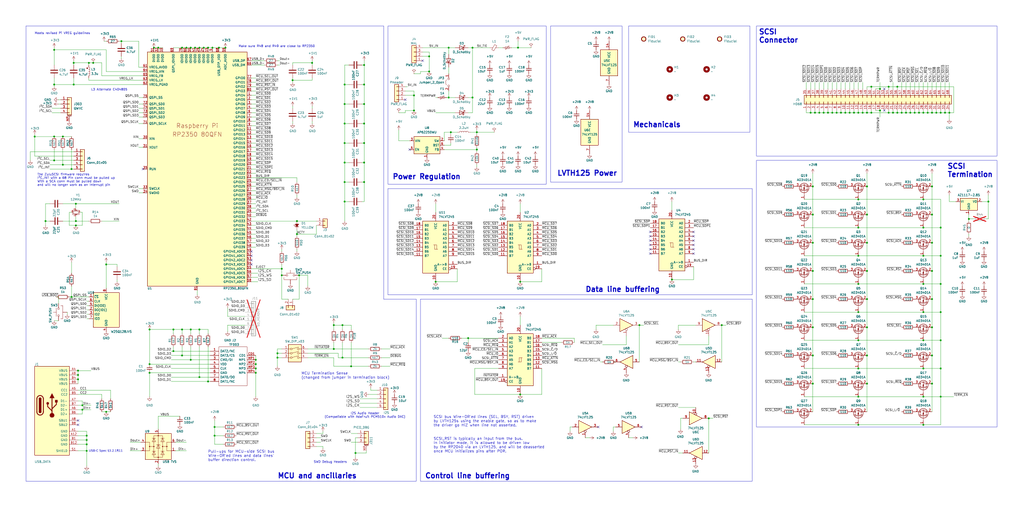
<source format=kicad_sch>
(kicad_sch (version 20250114) (generator "eeschema") (generator_version "9.0")
  (paper "User" 599.999 299.999)
  (title_block (title "ZuluSCSI Ultra Wide OSHW") (date "2026-01-19") (rev "2026b") (comment 1 "Originally Drawn by; George Rudolf Mezzomo") (comment 2 "Derived from GBSCSI model 2, HD68W header, 3.5\" form factor compatible, discrete RP2350"))
  (rectangle (start 443.23 93.98) (end 584.2 250.19))
  (rectangle (start 368.3 15.24) (end 439.42 77.47))
  (rectangle (start 322.58 15.24) (end 364.49 106.68))
  (rectangle (start 443.23 15.24) (end 584.2 91.44))
  (rectangle (start 227.33 15.24) (end 320.04 107.95))
  (text "Pull-ups for MCU-side SCSI bus\nWire-OR'ed lines and data lines'\nbuffer direction control." (at 121.92 270.51 0) (effects (font (size 1.524 1.524)) (justify left bottom)))
  (text "Meets revised Pi VREG guidelines" (at 20.32 20.32 0) (effects (font (size 1.27 1.27)) (justify left bottom)))
  (text "MCU and ancillaries" (at 162.56 280.67 0) (effects (font (size 3 3) (thickness 0.6) (bold yes)) (justify left bottom)))
  (text "SCSI_RST is typically an input from the bus.\nIn initiator mode, it is allowed to be driven low\nby the RP2040 via an LVTH125, and will be deasserted\nonce MCU initializes pins after POR." (at 254 265.43 0) (effects (font (size 1.524 1.524)) (justify left bottom)))
  (text "Data line buffering" (at 342.9 171.45 0) (effects (font (size 3 3) (thickness 0.6) (bold yes)) (justify left bottom)))
  (text "LVTH125 Power" (at 326.39 103.378 0) (effects (font (size 3 3) (thickness 0.6) (bold yes)) (justify left bottom)))
  (text "I2S Audio Header\n(Compatiable with AdaFruit PCM510x Audio DAC)" (at 213.868 243.332 0) (effects (font (size 1.27 1.27))))
  (text "Power Regulation" (at 229.87 105.41 0) (effects (font (size 3 3) (thickness 0.6) (bold yes)) (justify left bottom)))
  (text "SCSI\nConnector\n" (at 444.5 25.4 0) (effects (font (size 3 3) (thickness 0.6) (bold yes)) (justify left bottom)))
  (text "L3 Alternate C404805" (at 53.34 53.34 0) (effects (font (size 1.27 1.27)) (justify left bottom)))
  (text "The ZuluSCSI firmware requires\nI²C_INT with a 68 Pin conn must be pulled up\nWith a SCA conn must be pulled down\nand will no longer work as an Interrupt pin" (at 21.844 109.22 0) (effects (font (size 1.27 1.27)) (justify left bottom)))
  (text "USB-C Spec §3.2.1¶11" (at 52.07 265.43 0) (effects (font (size 1.27 1.27)) (justify left bottom)))
  (text "Mechanicals" (at 370.84 74.93 0) (effects (font (size 3 3) (thickness 0.6) (bold yes)) (justify left bottom)))
  (text "SWD Debug Headers" (at 193.548 270.764 0) (effects (font (size 1.27 1.27))))
  (text "MCU Termination Sense\n(changed from jumper in termination block)" (at 176.53 222.25 0) (effects (font (size 1.524 1.524)) (justify left bottom)))
  (text "Control line buffering" (at 248.92 280.67 0) (effects (font (size 3 3) (thickness 0.6) (bold yes)) (justify left bottom)))
  (text "SCSI bus Wire-OR'ed lines (SEL, BSY, RST) driven\nby LVTH125s using the enable gate, so as to make\nthe driver go HiZ when line not asserted." (at 254 250.19 0) (effects (font (size 1.524 1.524)) (justify left bottom)))
  (text "Make sure R48 and R49 are close to RP2350" (at 139.7 27.94 0) (effects (font (size 1.27 1.27)) (justify left bottom)))
  (text "SCSI\nTermination" (at 554.99 104.14 0) (effects (font (size 3 3) (thickness 0.6) (bold yes)) (justify left bottom)))
  (junction (at 109.22 27.94))
  (junction (at 541.02 182.88))
  (junction (at 490.22 66.04))
  (junction (at 415.29 245.11))
  (junction (at 101.6 205.74))
  (junction (at 162.56 209.55))
  (junction (at 520.7 66.04))
  (junction (at 106.68 193.04))
  (junction (at 201.93 106.68))
  (junction (at 528.32 66.04))
  (junction (at 474.98 66.04))
  (junction (at 276.86 27.94))
  (junction (at 62.23 241.3))
  (junction (at 262.89 57.15))
  (junction (at 546.1 191.77))
  (junction (at 476.25 125.73))
  (junction (at 201.93 83.82))
  (junction (at 242.57 55.88))
  (junction (at 106.68 208.28))
  (junction (at 502.92 215.9))
  (junction (at 36.83 96.52))
  (junction (at 535.94 66.04))
  (junction (at 546.1 224.79))
  (junction (at 502.92 199.39))
  (junction (at 482.6 66.04))
  (junction (at 50.8 257.81))
  (junction (at 477.52 66.04))
  (junction (at 480.06 66.04))
  (junction (at 121.92 223.52))
  (junction (at 201.93 72.39))
  (junction (at 505.46 66.04))
  (junction (at 213.36 106.68))
  (junction (at 476.25 142.24))
  (junction (at 476.25 224.79))
  (junction (at 485.14 66.04))
  (junction (at 541.02 66.04))
  (junction (at 476.25 175.26))
  (junction (at 515.62 52.07))
  (junction (at 175.26 161.29))
  (junction (at 279.4 87.63))
  (junction (at 182.88 36.83))
  (junction (at 303.53 27.94))
  (junction (at 541.02 232.41))
  (junction (at 502.92 66.04))
  (junction (at 553.72 66.04))
  (junction (at 495.3 66.04))
  (junction (at 44.45 119.38))
  (junction (at 165.1 157.48))
  (junction (at 508 191.77))
  (junction (at 502.92 166.37))
  (junction (at 50.8 260.35))
  (junction (at 476.25 191.77))
  (junction (at 201.93 60.96))
  (junction (at 551.18 232.41))
  (junction (at 213.36 83.82))
  (junction (at 538.48 66.04))
  (junction (at 543.56 66.04))
  (junction (at 213.36 38.1))
  (junction (at 508 175.26))
  (junction (at 541.02 166.37))
  (junction (at 551.18 166.37))
  (junction (at 45.72 222.25))
  (junction (at 195.58 204.47))
  (junction (at 374.65 190.5))
  (junction (at 111.76 210.82))
  (junction (at 492.76 66.04))
  (junction (at 71.12 24.13))
  (junction (at 546.1 175.26))
  (junction (at 92.71 27.94))
  (junction (at 87.63 218.44))
  (junction (at 508 224.79))
  (junction (at 149.86 215.9))
  (junction (at 20.32 80.01))
  (junction (at 551.18 66.04))
  (junction (at 213.36 72.39))
  (junction (at 546.1 125.73))
  (junction (at 101.6 193.04))
  (junction (at 500.38 66.04))
  (junction (at 125.73 255.27))
  (junction (at 551.18 199.39))
  (junction (at 556.26 66.04))
  (junction (at 45.72 219.71))
  (junction (at 497.84 66.04))
  (junction (at 546.1 109.22))
  (junction (at 41.91 99.06))
  (junction (at 149.86 213.36))
  (junction (at 48.26 240.03) (diameter 0.9144))
  (junction (at 43.18 49.53))
  (junction (at 508 109.22))
  (junction (at 173.99 129.54))
  (junction (at 508 208.28))
  (junction (at 546.1 208.28))
  (junction (at 50.8 255.27))
  (junction (at 523.24 66.04))
  (junction (at 541.02 215.9))
  (junction (at 508 66.04))
  (junction (at 510.54 50.8))
  (junction (at 508 125.73))
  (junction (at 50.8 264.16))
  (junction (at 276.86 57.15))
  (junction (at 31.75 80.01))
  (junction (at 132.08 27.94))
  (junction (at 579.12 118.11))
  (junction (at 173.99 137.16))
  (junction (at 44.45 129.54))
  (junction (at 149.86 210.82))
  (junction (at 125.73 250.19))
  (junction (at 541.02 149.86))
  (junction (at 476.25 208.28))
  (junction (at 149.86 218.44))
  (junction (at 533.4 66.04))
  (junction (at 304.8 165.1))
  (junction (at 255.27 165.1))
  (junction (at 502.92 133.35))
  (junction (at 45.72 217.17))
  (junction (at 201.93 49.53))
  (junction (at 541.02 248.92))
  (junction (at 213.36 95.25))
  (junction (at 213.36 49.53))
  (junction (at 41.91 173.99))
  (junction (at 551.18 182.88))
  (junction (at 502.92 232.41))
  (junction (at 242.57 64.77))
  (junction (at 476.25 109.22))
  (junction (at 274.32 198.12))
  (junction (at 44.45 132.08))
  (junction (at 541.02 199.39))
  (junction (at 510.54 66.04))
  (junction (at 502.92 149.86))
  (junction (at 502.92 182.88))
  (junction (at 195.58 190.5))
  (junction (at 43.18 36.83))
  (junction (at 121.92 27.94))
  (junction (at 201.93 95.25))
  (junction (at 251.46 33.02))
  (junction (at 90.17 27.94))
  (junction (at 476.25 158.75))
  (junction (at 205.74 214.63))
  (junction (at 124.46 27.94))
  (junction (at 111.76 193.04))
  (junction (at 508 142.24))
  (junction (at 262.89 27.94))
  (junction (at 525.78 50.8))
  (junction (at 546.1 66.04))
  (junction (at 31.75 49.53))
  (junction (at 546.1 142.24))
  (junction (at 114.3 27.94))
  (junction (at 201.93 118.11))
  (junction (at 200.66 190.5))
  (junction (at 304.8 231.14))
  (junction (at 119.38 27.94))
  (junction (at 116.84 27.94))
  (junction (at 264.16 77.47))
  (junction (at 551.18 149.86))
  (junction (at 487.68 66.04))
  (junction (at 567.69 128.27))
  (junction (at 62.23 154.94))
  (junction (at 520.7 50.8))
  (junction (at 116.84 193.04))
  (junction (at 422.91 190.5))
  (junction (at 52.07 36.83))
  (junction (at 171.45 46.99))
  (junction (at 551.18 215.9))
  (junction (at 530.86 66.04))
  (junction (at 548.64 66.04))
  (junction (at 106.68 27.94))
  (junction (at 551.18 133.35))
  (junction (at 502.92 116.84))
  (junction (at 26.67 129.54))
  (junction (at 162.56 207.01))
  (junction (at 116.84 220.98))
  (junction (at 393.7 163.83))
  (junction (at 87.63 213.36))
  (junction (at 502.92 248.92))
  (junction (at 111.76 27.94))
  (junction (at 541.02 116.84))
  (junction (at 546.1 158.75))
  (junction (at 279.4 77.47))
  (junction (at 36.83 80.01))
  (junction (at 251.46 41.91))
  (junction (at 525.78 66.04))
  (junction (at 213.36 60.96))
  (junction (at 54.61 36.83))
  (junction (at 200.66 209.55))
  (junction (at 541.02 133.35))
  (junction (at 48.26 237.49) (diameter 0.9144))
  (junction (at 87.63 193.04))
  (junction (at 165.1 161.29))
  (junction (at 208.28 265.43))
  (junction (at 508 158.75))
  (junction (at 128.27 27.94))
  (junction (at 515.62 64.77))
  (junction (at 31.75 29.21))
  (junction (at 31.75 93.98))
  (no_connect (at 406.4 143.51))
  (no_connect (at 381 140.97))
  (no_connect (at 518.16 52.07))
  (no_connect (at 83.82 99.06))
  (no_connect (at 381 138.43))
  (no_connect (at 45.72 248.92))
  (no_connect (at 237.49 58.42))
  (no_connect (at 381 146.05))
  (no_connect (at 375.92 250.19))
  (no_connect (at 518.16 64.77))
  (no_connect (at 406.4 135.89))
  (no_connect (at 406.4 146.05))
  (no_connect (at 406.4 148.59))
  (no_connect (at 381 135.89))
  (no_connect (at 381 148.59))
  (no_connect (at 350.52 250.19))
  (no_connect (at 406.4 140.97))
  (no_connect (at 247.65 35.56))
  (no_connect (at 240.03 87.63))
  (no_connect (at 147.32 154.94))
  (no_connect (at 381 143.51))
  (no_connect (at 147.32 147.32))
  (no_connect (at 147.32 152.4))
  (no_connect (at 45.72 246.38))
  (no_connect (at 406.4 138.43))
  (no_connect (at 147.32 149.86))
  (wire (pts (xy 185.42 261.62) (xy 189.23 261.62)))
  (wire (pts (xy 149.86 60.96) (xy 147.32 60.96)))
  (wire (pts (xy 204.47 106.68) (xy 201.93 106.68)))
  (wire (pts (xy 208.28 265.43) (xy 208.28 267.97)))
  (wire (pts (xy 201.93 95.25) (xy 201.93 106.68)))
  (wire (pts (xy 497.84 66.04) (xy 500.38 66.04)))
  (wire (pts (xy 500.38 66.04) (xy 500.38 64.77)))
  (wire (pts (xy 476.25 125.73) (xy 476.25 142.24)))
  (wire (pts (xy 36.83 87.63) (xy 36.83 96.52)))
  (wire (pts (xy 551.18 149.86) (xy 551.18 166.37)))
  (wire (pts (xy 149.86 50.8) (xy 147.32 50.8)))
  (wire (pts (xy 26.67 129.54) (xy 26.67 132.08)))
  (wire (pts (xy 279.4 76.2) (xy 279.4 77.47)))
  (wire (pts (xy 87.63 193.04) (xy 101.6 193.04)))
  (wire (pts (xy 535.94 66.04) (xy 538.48 66.04)))
  (wire (pts (xy 62.23 41.91) (xy 83.82 41.91)))
  (wire (pts (xy 195.58 204.47) (xy 215.9 204.47)))
  (wire (pts (xy 81.28 24.13) (xy 81.28 39.37)))
  (wire (pts (xy 41.91 153.67) (xy 41.91 160.02)))
  (wire (pts (xy 201.93 118.11) (xy 201.93 129.54)))
  (wire (pts (xy 105.41 243.84) (xy 92.71 243.84)))
  (wire (pts (xy 149.86 132.08) (xy 147.32 132.08)))
  (wire (pts (xy 83.82 72.39) (xy 81.28 72.39)))
  (wire (pts (xy 546.1 142.24) (xy 546.1 158.75)))
  (wire (pts (xy 106.68 193.04) (xy 101.6 193.04)))
  (wire (pts (xy 246.38 41.91) (xy 251.46 41.91)))
  (wire (pts (xy 90.17 27.94) (xy 92.71 27.94)))
  (wire (pts (xy 274.32 198.12) (xy 292.1 198.12)))
  (wire (pts (xy 278.13 215.9) (xy 278.13 231.14)))
  (wire (pts (xy 100.33 208.28) (xy 106.68 208.28)))
  (wire (pts (xy 495.3 66.04) (xy 497.84 66.04)))
  (wire (pts (xy 210.82 233.68) (xy 220.98 233.68)))
  (wire (pts (xy 100.33 220.98) (xy 116.84 220.98)))
  (wire (pts (xy 50.8 260.35) (xy 50.8 264.16)))
  (wire (pts (xy 123.19 218.44) (xy 87.63 218.44)))
  (wire (pts (xy 201.93 83.82) (xy 201.93 72.39)))
  (wire (pts (xy 500.38 48.26) (xy 500.38 52.07)))
  (wire (pts (xy 147.32 35.56) (xy 154.94 35.56)))
  (wire (pts (xy 130.81 255.27) (xy 125.73 255.27)))
  (wire (pts (xy 480.06 48.26) (xy 480.06 52.07)))
  (wire (pts (xy 553.72 66.04) (xy 556.26 66.04)))
  (wire (pts (xy 397.51 212.09) (xy 398.78 212.09)))
  (polyline (pts (xy 243.84 281.94) (xy 243.84 175.26)))
  (wire (pts (xy 62.23 154.94) (xy 62.23 168.91)))
  (wire (pts (xy 43.18 88.9) (xy 17.78 88.9)))
  (wire (pts (xy 505.46 66.04) (xy 508 66.04)))
  (wire (pts (xy 317.5 231.14) (xy 317.5 215.9)))
  (wire (pts (xy 46.99 124.46) (xy 48.26 124.46)))
  (wire (pts (xy 502.92 248.92) (xy 541.02 248.92)))
  (wire (pts (xy 223.52 214.63) (xy 228.6 214.63)))
  (wire (pts (xy 546.1 208.28) (xy 546.1 224.79)))
  (polyline (pts (xy 440.69 281.94) (xy 440.69 175.26)))
  (wire (pts (xy 162.56 209.55) (xy 165.1 209.55)))
  (wire (pts (xy 213.36 83.82) (xy 213.36 95.25)))
  (wire (pts (xy 111.76 193.04) (xy 106.68 193.04)))
  (wire (pts (xy 34.29 60.96) (xy 35.56 60.96)))
  (wire (pts (xy 165.1 146.05) (xy 165.1 147.32)))
  (wire (pts (xy 233.68 66.04) (xy 237.49 66.04)))
  (wire (pts (xy 477.52 66.04) (xy 480.06 66.04)))
  (wire (pts (xy 262.89 39.37) (xy 262.89 43.18)))
  (wire (pts (xy 304.8 185.42) (xy 304.8 190.5)))
  (wire (pts (xy 377.19 190.5) (xy 374.65 190.5)))
  (wire (pts (xy 36.83 119.38) (xy 44.45 119.38)))
  (wire (pts (xy 276.86 66.04) (xy 274.32 66.04)))
  (wire (pts (xy 508 158.75) (xy 508 175.26)))
  (wire (pts (xy 200.66 190.5) (xy 200.66 193.04)))
  (polyline (pts (xy 224.79 175.26) (xy 224.79 15.24)))
  (wire (pts (xy 109.22 264.16) (xy 102.87 264.16)))
  (wire (pts (xy 482.6 66.04) (xy 485.14 66.04)))
  (wire (pts (xy 502.92 182.88) (xy 541.02 182.88)))
  (wire (pts (xy 533.4 66.04) (xy 535.94 66.04)))
  (wire (pts (xy 538.48 66.04) (xy 538.48 64.77)))
  (wire (pts (xy 180.34 207.01) (xy 198.12 207.01)))
  (wire (pts (xy 247.65 33.02) (xy 251.46 33.02)))
  (wire (pts (xy 567.69 137.16) (xy 567.69 138.43)))
  (wire (pts (xy 43.18 36.83) (xy 52.07 36.83)))
  (wire (pts (xy 171.45 36.83) (xy 182.88 36.83)))
  (wire (pts (xy 548.64 66.04) (xy 551.18 66.04)))
  (wire (pts (xy 551.18 166.37) (xy 551.18 182.88)))
  (wire (pts (xy 147.32 157.48) (xy 165.1 157.48)))
  (wire (pts (xy 508 66.04) (xy 508 64.77)))
  (wire (pts (xy 368.3 256.54) (xy 370.84 256.54)))
  (wire (pts (xy 173.99 134.62) (xy 173.99 137.16)))
  (wire (pts (xy 149.86 63.5) (xy 147.32 63.5)))
  (wire (pts (xy 81.28 63.5) (xy 83.82 63.5)))
  (wire (pts (xy 109.22 259.08) (xy 102.87 259.08)))
  (wire (pts (xy 162.56 209.55) (xy 162.56 214.63)))
  (wire (pts (xy 171.45 71.12) (xy 171.45 72.39)))
  (wire (pts (xy 546.1 66.04) (xy 546.1 64.77)))
  (wire (pts (xy 205.74 254) (xy 209.55 254)))
  (wire (pts (xy 100.33 210.82) (xy 111.76 210.82)))
  (wire (pts (xy 541.02 199.39) (xy 551.18 199.39)))
  (wire (pts (xy 267.97 165.1) (xy 255.27 165.1)))
  (wire (pts (xy 180.34 161.29) (xy 180.34 167.64)))
  (wire (pts (xy 198.12 207.01) (xy 198.12 209.55)))
  (wire (pts (xy 83.82 57.15) (xy 81.28 57.15)))
  (wire (pts (xy 133.35 194.31) (xy 133.35 190.5)))
  (wire (pts (xy 29.21 119.38) (xy 26.67 119.38)))
  (wire (pts (xy 173.99 137.16) (xy 173.99 138.43)))
  (wire (pts (xy 237.49 66.04) (xy 237.49 64.77)))
  (wire (pts (xy 121.92 193.04) (xy 121.92 195.58)))
  (wire (pts (xy 477.52 48.26) (xy 477.52 52.07)))
  (wire (pts (xy 149.86 81.28) (xy 147.32 81.28)))
  (wire (pts (xy 111.76 210.82) (xy 123.19 210.82)))
  (wire (pts (xy 189.23 254) (xy 189.23 252.73)))
  (wire (pts (xy 575.31 118.11) (xy 579.12 118.11)))
  (wire (pts (xy 471.17 248.92) (xy 502.92 248.92)))
  (wire (pts (xy 471.17 232.41) (xy 502.92 232.41)))
  (wire (pts (xy 162.56 207.01) (xy 162.56 209.55)))
  (wire (pts (xy 393.7 118.11) (xy 393.7 123.19)))
  (wire (pts (xy 317.5 198.12) (xy 336.55 198.12)))
  (wire (pts (xy 471.17 199.39) (xy 502.92 199.39)))
  (wire (pts (xy 515.62 68.58) (xy 515.62 64.77)))
  (wire (pts (xy 182.88 46.99) (xy 182.88 45.72)))
  (wire (pts (xy 125.73 255.27) (xy 125.73 250.19)))
  (wire (pts (xy 36.83 96.52) (xy 43.18 96.52)))
  (wire (pts (xy 43.18 45.72) (xy 43.18 49.53)))
  (wire (pts (xy 149.86 106.68) (xy 147.32 106.68)))
  (wire (pts (xy 41.91 167.64) (xy 41.91 173.99)))
  (wire (pts (xy 264.16 77.47) (xy 264.16 78.74)))
  (wire (pts (xy 149.86 142.24) (xy 147.32 142.24)))
  (wire (pts (xy 508 191.77) (xy 508 208.28)))
  (wire (pts (xy 240.03 82.55) (xy 233.68 82.55)))
  (wire (pts (xy 397.51 201.93) (xy 415.29 201.93)))
  (wire (pts (xy 64.77 228.6) (xy 45.72 228.6)))
  (wire (pts (xy 29.21 96.52) (xy 36.83 96.52)))
  (polyline (pts (xy 440.69 110.49) (xy 227.33 110.49)))
  (wire (pts (xy 213.36 49.53) (xy 213.36 60.96)))
  (wire (pts (xy 128.27 27.94) (xy 132.08 27.94)))
  (wire (pts (xy 71.12 24.13) (xy 71.12 25.4)))
  (wire (pts (xy 556.26 48.26) (xy 556.26 52.07)))
  (wire (pts (xy 173.99 137.16) (xy 185.42 137.16)))
  (wire (pts (xy 242.57 43.18) (xy 246.38 43.18)))
  (wire (pts (xy 101.6 205.74) (xy 123.19 205.74)))
  (wire (pts (xy 48.26 240.03) (xy 48.26 242.57)))
  (wire (pts (xy 173.99 129.54) (xy 185.42 129.54)))
  (wire (pts (xy 92.71 243.84) (xy 92.71 251.46)))
  (wire (pts (xy 247.65 27.94) (xy 262.89 27.94)))
  (wire (pts (xy 482.6 66.04) (xy 482.6 64.77)))
  (wire (pts (xy 45.72 234.95) (xy 48.26 234.95)))
  (wire (pts (xy 289.56 77.47) (xy 279.4 77.47)))
  (wire (pts (xy 551.18 66.04) (xy 553.72 66.04)))
  (wire (pts (xy 292.1 27.94) (xy 294.64 27.94)))
  (wire (pts (xy 359.41 252.73) (xy 359.41 250.19)))
  (wire (pts (xy 246.38 43.18) (xy 246.38 41.91)))
  (wire (pts (xy 487.68 66.04) (xy 490.22 66.04)))
  (wire (pts (xy 149.86 55.88) (xy 147.32 55.88)))
  (wire (pts (xy 398.78 245.11) (xy 398.78 251.46)))
  (wire (pts (xy 287.02 27.94) (xy 276.86 27.94)))
  (wire (pts (xy 264.16 77.47) (xy 267.97 77.47)))
  (wire (pts (xy 36.83 80.01) (xy 41.91 80.01)))
  (wire (pts (xy 276.86 27.94) (xy 276.86 57.15)))
  (wire (pts (xy 570.23 128.27) (xy 567.69 128.27)))
  (wire (pts (xy 175.26 175.26) (xy 171.45 175.26)))
  (wire (pts (xy 116.84 27.94) (xy 119.38 27.94)))
  (wire (pts (xy 535.94 66.04) (xy 535.94 64.77)))
  (wire (pts (xy 275.59 77.47) (xy 279.4 77.47)))
  (wire (pts (xy 52.07 181.61) (xy 50.8 181.61)))
  (wire (pts (xy 204.47 83.82) (xy 201.93 83.82)))
  (wire (pts (xy 558.8 50.8) (xy 558.8 66.04)))
  (wire (pts (xy 214.63 265.43) (xy 208.28 265.43)))
  (wire (pts (xy 311.15 27.94) (xy 303.53 27.94)))
  (wire (pts (xy 487.68 48.26) (xy 487.68 52.07)))
  (wire (pts (xy 515.62 64.77) (xy 513.08 64.77)))
  (wire (pts (xy 171.45 38.1) (xy 171.45 36.83)))
  (wire (pts (xy 397.51 265.43) (xy 400.05 265.43)))
  (wire (pts (xy 147.32 129.54) (xy 173.99 129.54)))
  (wire (pts (xy 260.35 87.63) (xy 279.4 87.63)))
  (wire (pts (xy 541.02 48.26) (xy 541.02 52.07)))
  (wire (pts (xy 513.08 52.07) (xy 515.62 52.07)))
  (wire (pts (xy 36.83 129.54) (xy 44.45 129.54)))
  (wire (pts (xy 106.68 203.2) (xy 106.68 208.28)))
  (wire (pts (xy 228.6 209.55) (xy 223.52 209.55)))
  (wire (pts (xy 111.76 27.94) (xy 114.3 27.94)))
  (wire (pts (xy 215.9 231.14) (xy 220.98 231.14)))
  (wire (pts (xy 546.1 175.26) (xy 546.1 191.77)))
  (wire (pts (xy 149.86 96.52) (xy 147.32 96.52)))
  (wire (pts (xy 149.86 101.6) (xy 147.32 101.6)))
  (wire (pts (xy 87.63 213.36) (xy 87.63 193.04)))
  (wire (pts (xy 100.33 205.74) (xy 101.6 205.74)))
  (wire (pts (xy 471.17 166.37) (xy 502.92 166.37)))
  (wire (pts (xy 212.09 72.39) (xy 213.36 72.39)))
  (wire (pts (xy 270.51 198.12) (xy 274.32 198.12)))
  (wire (pts (xy 476.25 224.79) (xy 476.25 241.3)))
  (wire (pts (xy 415.29 245.11) (xy 415.29 265.43)))
  (wire (pts (xy 213.36 35.56) (xy 213.36 38.1)))
  (wire (pts (xy 541.02 232.41) (xy 551.18 232.41)))
  (wire (pts (xy 474.98 48.26) (xy 474.98 52.07)))
  (wire (pts (xy 100.33 215.9) (xy 123.19 215.9)))
  (wire (pts (xy 48.26 242.57) (xy 45.72 242.57)))
  (wire (pts (xy 502.92 199.39) (xy 541.02 199.39)))
  (wire (pts (xy 541.02 182.88) (xy 551.18 182.88)))
  (wire (pts (xy 520.7 50.8) (xy 510.54 50.8)))
  (wire (pts (xy 149.86 83.82) (xy 147.32 83.82)))
  (wire (pts (xy 44.45 129.54) (xy 52.07 129.54)))
  (polyline (pts (xy 15.24 15.24) (xy 224.79 15.24)))
  (wire (pts (xy 162.56 35.56) (xy 163.83 35.56)))
  (wire (pts (xy 50.8 257.81) (xy 50.8 260.35)))
  (wire (pts (xy 523.24 66.04) (xy 523.24 64.77)))
  (wire (pts (xy 149.86 127) (xy 147.32 127)))
  (wire (pts (xy 560.07 118.11) (xy 556.26 118.11)))
  (wire (pts (xy 349.25 190.5) (xy 349.25 193.04)))
  (wire (pts (xy 276.86 57.15) (xy 274.32 57.15)))
  (wire (pts (xy 111.76 203.2) (xy 111.76 210.82)))
  (wire (pts (xy 471.17 133.35) (xy 502.92 133.35)))
  (wire (pts (xy 41.91 87.63) (xy 41.91 99.06)))
  (wire (pts (xy 500.38 66.04) (xy 502.92 66.04)))
  (wire (pts (xy 523.24 48.26) (xy 523.24 52.07)))
  (wire (pts (xy 173.99 146.05) (xy 173.99 147.32)))
  (polyline (pts (xy 440.69 172.72) (xy 440.69 110.49)))
  (polyline (pts (xy 246.38 175.26) (xy 440.69 175.26)))
  (wire (pts (xy 100.33 223.52) (xy 121.92 223.52)))
  (wire (pts (xy 149.86 109.22) (xy 147.32 109.22)))
  (wire (pts (xy 359.41 250.19) (xy 360.68 250.19)))
  (wire (pts (xy 165.1 204.47) (xy 162.56 204.47)))
  (wire (pts (xy 255.27 66.04) (xy 266.7 66.04)))
  (wire (pts (xy 45.72 224.79) (xy 45.72 222.25)))
  (polyline (pts (xy 227.33 110.49) (xy 227.33 172.72)))
  (wire (pts (xy 279.4 96.52) (xy 279.4 97.79)))
  (wire (pts (xy 497.84 66.04) (xy 497.84 64.77)))
  (wire (pts (xy 101.6 203.2) (xy 101.6 205.74)))
  (wire (pts (xy 541.02 215.9) (xy 551.18 215.9)))
  (wire (pts (xy 502.92 66.04) (xy 505.46 66.04)))
  (wire (pts (xy 50.8 264.16) (xy 50.8 273.05)))
  (wire (pts (xy 151.13 165.1) (xy 147.32 165.1)))
  (wire (pts (xy 508 208.28) (xy 508 224.79)))
  (wire (pts (xy 149.86 121.92) (xy 147.32 121.92)))
  (wire (pts (xy 205.74 214.63) (xy 195.58 214.63)))
  (wire (pts (xy 50.8 252.73) (xy 50.8 255.27)))
  (wire (pts (xy 210.82 238.76) (xy 220.98 238.76)))
  (wire (pts (xy 274.32 27.94) (xy 276.86 27.94)))
  (wire (pts (xy 44.45 119.38) (xy 44.45 121.92)))
  (wire (pts (xy 541.02 248.92) (xy 551.18 248.92)))
  (wire (pts (xy 279.4 87.63) (xy 279.4 88.9)))
  (wire (pts (xy 45.72 252.73) (xy 50.8 252.73)))
  (wire (pts (xy 508 125.73) (xy 508 142.24)))
  (wire (pts (xy 149.86 91.44) (xy 147.32 91.44)))
  (wire (pts (xy 349.25 190.5) (xy 359.41 190.5)))
  (wire (pts (xy 242.57 55.88) (xy 242.57 64.77)))
  (wire (pts (xy 274.32 200.66) (xy 274.32 198.12)))
  (wire (pts (xy 505.46 48.26) (xy 505.46 52.07)))
  (wire (pts (xy 233.68 82.55) (xy 233.68 76.2)))
  (wire (pts (xy 487.68 66.04) (xy 487.68 64.77)))
  (wire (pts (xy 82.55 264.16) (xy 76.2 264.16)))
  (wire (pts (xy 553.72 66.04) (xy 553.72 64.77)))
  (wire (pts (xy 31.75 87.63) (xy 31.75 93.98)))
  (wire (pts (xy 210.82 236.22) (xy 220.98 236.22)))
  (wire (pts (xy 48.26 124.46) (xy 48.26 132.08)))
  (wire (pts (xy 82.55 259.08) (xy 76.2 259.08)))
  (wire (pts (xy 64.77 233.68) (xy 64.77 228.6)))
  (wire (pts (xy 182.88 71.12) (xy 182.88 72.39)))
  (wire (pts (xy 406.4 212.09) (xy 407.67 212.09)))
  (wire (pts (xy 149.86 111.76) (xy 147.32 111.76)))
  (wire (pts (xy 20.32 80.01) (xy 31.75 80.01)))
  (wire (pts (xy 541.02 133.35) (xy 551.18 133.35)))
  (wire (pts (xy 149.86 99.06) (xy 147.32 99.06)))
  (wire (pts (xy 264.16 77.47) (xy 260.35 77.47)))
  (wire (pts (xy 121.92 27.94) (xy 124.46 27.94)))
  (wire (pts (xy 260.35 85.09) (xy 264.16 85.09)))
  (wire (pts (xy 334.01 252.73) (xy 334.01 250.19)))
  (wire (pts (xy 20.32 80.01) (xy 20.32 91.44)))
  (wire (pts (xy 205.74 190.5) (xy 205.74 193.04)))
  (wire (pts (xy 81.28 60.96) (xy 83.82 60.96)))
  (wire (pts (xy 278.13 231.14) (xy 304.8 231.14)))
  (wire (pts (xy 502.92 166.37) (xy 541.02 166.37)))
  (wire (pts (xy 71.12 34.29) (xy 71.12 33.02)))
  (wire (pts (xy 171.45 46.99) (xy 182.88 46.99)))
  (wire (pts (xy 62.23 153.67) (xy 62.23 154.94)))
  (wire (pts (xy 543.56 66.04) (xy 546.1 66.04)))
  (wire (pts (xy 149.86 48.26) (xy 147.32 48.26)))
  (wire (pts (xy 205.74 200.66) (xy 205.74 214.63)))
  (wire (pts (xy 251.46 33.02) (xy 251.46 41.91)))
  (wire (pts (xy 116.84 193.04) (xy 121.92 193.04)))
  (wire (pts (xy 149.86 215.9) (xy 149.86 218.44)))
  (wire (pts (xy 149.86 119.38) (xy 147.32 119.38)))
  (wire (pts (xy 237.49 53.34) (xy 242.57 53.34)))
  (wire (pts (xy 242.57 53.34) (xy 242.57 55.88)))
  (wire (pts (xy 195.58 189.23) (xy 195.58 190.5)))
  (wire (pts (xy 48.26 237.49) (xy 45.72 237.49)))
  (wire (pts (xy 260.35 77.47) (xy 260.35 82.55)))
  (wire (pts (xy 551.18 232.41) (xy 558.8 232.41)))
  (wire (pts (xy 422.91 190.5) (xy 422.91 212.09)))
  (wire (pts (xy 180.34 209.55) (xy 195.58 209.55)))
  (wire (pts (xy 17.78 88.9) (xy 17.78 93.98)))
  (wire (pts (xy 212.09 106.68) (xy 213.36 106.68)))
  (wire (pts (xy 471.17 116.84) (xy 502.92 116.84)))
  (wire (pts (xy 111.76 193.04) (xy 116.84 193.04)))
  (wire (pts (xy 261.62 57.15) (xy 262.89 57.15)))
  (wire (pts (xy 292.1 215.9) (xy 278.13 215.9)))
  (wire (pts (xy 508 142.24) (xy 508 158.75)))
  (wire (pts (xy 92.71 271.78) (xy 92.71 273.05)))
  (wire (pts (xy 171.45 45.72) (xy 171.45 46.99)))
  (wire (pts (xy 472.44 66.04) (xy 472.44 64.77)))
  (wire (pts (xy 31.75 80.01) (xy 36.83 80.01)))
  (wire (pts (xy 62.23 241.3) (xy 59.69 241.3)))
  (wire (pts (xy 114.3 27.94) (xy 116.84 27.94)))
  (wire (pts (xy 299.72 27.94) (xy 303.53 27.94)))
  (wire (pts (xy 53.34 217.17) (xy 45.72 217.17)))
  (wire (pts (xy 180.34 204.47) (xy 195.58 204.47)))
  (wire (pts (xy 68.58 154.94) (xy 62.23 154.94)))
  (wire (pts (xy 149.86 73.66) (xy 147.32 73.66)))
  (wire (pts (xy 212.09 118.11) (xy 213.36 118.11)))
  (wire (pts (xy 490.22 48.26) (xy 490.22 52.07)))
  (wire (pts (xy 406.4 156.21) (xy 406.4 163.83)))
  (wire (pts (xy 83.82 110.49) (xy 81.28 110.49)))
  (wire (pts (xy 546.1 191.77) (xy 546.1 208.28)))
  (wire (pts (xy 45.72 260.35) (xy 50.8 260.35)))
  (wire (pts (xy 535.94 48.26) (xy 535.94 52.07)))
  (wire (pts (xy 130.81 260.35) (xy 125.73 260.35)))
  (wire (pts (xy 212.09 83.82) (xy 213.36 83.82)))
  (wire (pts (xy 567.69 128.27) (xy 567.69 125.73)))
  (wire (pts (xy 217.17 228.6) (xy 220.98 228.6)))
  (wire (pts (xy 476.25 101.6) (xy 476.25 109.22)))
  (wire (pts (xy 204.47 49.53) (xy 201.93 49.53)))
  (wire (pts (xy 204.47 60.96) (xy 201.93 60.96)))
  (wire (pts (xy 525.78 50.8) (xy 558.8 50.8)))
  (wire (pts (xy 195.58 190.5) (xy 200.66 190.5)))
  (wire (pts (xy 360.68 212.09) (xy 359.41 212.09)))
  (wire (pts (xy 83.82 113.03) (xy 81.28 113.03)))
  (wire (pts (xy 546.1 109.22) (xy 546.1 125.73)))
  (wire (pts (xy 482.6 48.26) (xy 482.6 52.07)))
  (wire (pts (xy 40.64 132.08) (xy 40.64 124.46)))
  (wire (pts (xy 508 224.79) (xy 508 241.3)))
  (wire (pts (xy 538.48 48.26) (xy 538.48 52.07)))
  (wire (pts (xy 259.08 198.12) (xy 262.89 198.12)))
  (wire (pts (xy 173.99 115.57) (xy 173.99 114.3)))
  (wire (pts (xy 262.89 57.15) (xy 266.7 57.15)))
  (wire (pts (xy 502.92 133.35) (xy 541.02 133.35)))
  (wire (pts (xy 237.49 64.77) (xy 242.57 64.77)))
  (wire (pts (xy 579.12 118.11) (xy 579.12 114.3)))
  (wire (pts (xy 149.86 88.9) (xy 147.32 88.9)))
  (wire (pts (xy 133.35 185.42) (xy 143.51 185.42)))
  (wire (pts (xy 39.37 184.15) (xy 39.37 182.88)))
  (wire (pts (xy 151.13 160.02) (xy 147.32 160.02)))
  (wire (pts (xy 165.1 161.29) (xy 165.1 175.26)))
  (wire (pts (xy 40.64 124.46) (xy 41.91 124.46)))
  (wire (pts (xy 52.07 36.83) (xy 52.07 38.1)))
  (wire (pts (xy 548.64 66.04) (xy 548.64 64.77)))
  (wire (pts (xy 497.84 48.26) (xy 497.84 52.07)))
  (wire (pts (xy 45.72 255.27) (xy 50.8 255.27)))
  (wire (pts (xy 185.42 132.08) (xy 185.42 137.16)))
  (wire (pts (xy 567.69 129.54) (xy 567.69 128.27)))
  (wire (pts (xy 149.86 58.42) (xy 147.32 58.42)))
  (wire (pts (xy 471.17 149.86) (xy 502.92 149.86)))
  (wire (pts (xy 149.86 71.12) (xy 147.32 71.12)))
  (wire (pts (xy 149.86 213.36) (xy 149.86 215.9)))
  (wire (pts (xy 528.32 66.04) (xy 530.86 66.04)))
  (wire (pts (xy 520.7 66.04) (xy 523.24 66.04)))
  (wire (pts (xy 200.66 200.66) (xy 200.66 209.55)))
  (wire (pts (xy 556.26 118.11) (xy 556.26 114.3)))
  (wire (pts (xy 116.84 193.04) (xy 116.84 195.58)))
  (wire (pts (xy 162.56 204.47) (xy 162.56 207.01)))
  (wire (pts (xy 213.36 38.1) (xy 213.36 49.53)))
  (wire (pts (xy 106.68 27.94) (xy 109.22 27.94)))
  (wire (pts (xy 215.9 214.63) (xy 205.74 214.63)))
  (polyline (pts (xy 246.38 175.26) (xy 246.38 281.94)))
  (wire (pts (xy 520.7 52.07) (xy 520.7 50.8)))
  (wire (pts (xy 508 101.6) (xy 508 109.22)))
  (wire (pts (xy 485.14 48.26) (xy 485.14 52.07)))
  (wire (pts (xy 45.72 264.16) (xy 50.8 264.16)))
  (wire (pts (xy 31.75 29.21) (xy 31.75 38.1)))
  (wire (pts (xy 116.84 203.2) (xy 116.84 220.98)))
  (wire (pts (xy 101.6 193.04) (xy 101.6 195.58)))
  (wire (pts (xy 212.09 49.53) (xy 213.36 49.53)))
  (wire (pts (xy 149.86 76.2) (xy 147.32 76.2)))
  (wire (pts (xy 31.75 49.53) (xy 43.18 49.53)))
  (wire (pts (xy 165.1 161.29) (xy 165.1 157.48)))
  (wire (pts (xy 149.86 208.28) (xy 149.86 210.82)))
  (wire (pts (xy 251.46 30.48) (xy 251.46 33.02)))
  (polyline (pts (xy 227.33 172.72) (xy 440.69 172.72)))
  (wire (pts (xy 130.81 250.19) (xy 125.73 250.19)))
  (wire (pts (xy 34.29 58.42) (xy 35.56 58.42)))
  (wire (pts (xy 149.86 144.78) (xy 147.32 144.78)))
  (wire (pts (xy 374.65 190.5) (xy 374.65 212.09)))
  (wire (pts (xy 101.6 27.94) (xy 106.68 27.94)))
  (wire (pts (xy 43.18 38.1) (xy 43.18 36.83)))
  (wire (pts (xy 476.25 142.24) (xy 476.25 158.75)))
  (wire (pts (xy 45.72 219.71) (xy 45.72 217.17)))
  (wire (pts (xy 528.32 66.04) (xy 528.32 64.77)))
  (wire (pts (xy 546.1 66.04) (xy 548.64 66.04)))
  (wire (pts (xy 213.36 72.39) (xy 213.36 83.82)))
  (wire (pts (xy 490.22 66.04) (xy 490.22 64.77)))
  (wire (pts (xy 508 66.04) (xy 510.54 66.04)))
  (wire (pts (xy 59.69 129.54) (xy 69.85 129.54)))
  (wire (pts (xy 304.8 231.14) (xy 317.5 231.14)))
  (wire (pts (xy 541.02 66.04) (xy 543.56 66.04)))
  (wire (pts (xy 485.14 66.04) (xy 485.14 64.77)))
  (wire (pts (xy 81.28 39.37) (xy 83.82 39.37)))
  (wire (pts (xy 541.02 149.86) (xy 551.18 149.86)))
  (wire (pts (xy 195.58 214.63) (xy 195.58 209.55)))
  (wire (pts (xy 520.7 66.04) (xy 520.7 64.77)))
  (wire (pts (xy 44.45 119.38) (xy 69.85 119.38)))
  (wire (pts (xy 476.25 208.28) (xy 476.25 224.79)))
  (wire (pts (xy 508 175.26) (xy 508 191.77)))
  (wire (pts (xy 397.51 190.5) (xy 397.51 193.04)))
  (wire (pts (xy 213.36 106.68) (xy 213.36 118.11)))
  (wire (pts (xy 149.86 86.36) (xy 147.32 86.36)))
  (wire (pts (xy 525.78 50.8) (xy 520.7 50.8)))
  (wire (pts (xy 255.27 57.15) (xy 256.54 57.15)))
  (wire (pts (xy 125.73 260.35) (xy 125.73 255.27)))
  (wire (pts (xy 198.12 209.55) (xy 200.66 209.55)))
  (wire (pts (xy 502.92 149.86) (xy 541.02 149.86)))
  (wire (pts (xy 303.53 27.94) (xy 303.53 24.13)))
  (wire (pts (xy 195.58 200.66) (xy 195.58 204.47)))
  (wire (pts (xy 334.01 250.19) (xy 335.28 250.19)))
  (wire (pts (xy 342.9 256.54) (xy 345.44 256.54)))
  (wire (pts (xy 510.54 66.04) (xy 510.54 64.77)))
  (wire (pts (xy 551.18 182.88) (xy 551.18 199.39)))
  (wire (pts (xy 417.83 245.11) (xy 415.29 245.11)))
  (wire (pts (xy 543.56 66.04) (xy 543.56 64.77)))
  (wire (pts (xy 425.45 190.5) (xy 422.91 190.5)))
  (wire (pts (xy 502.92 232.41) (xy 541.02 232.41)))
  (wire (pts (xy 551.18 215.9) (xy 551.18 232.41)))
  (wire (pts (xy 31.75 50.8) (xy 31.75 49.53)))
  (wire (pts (xy 30.48 66.04) (xy 35.56 66.04)))
  (polyline (pts (xy 243.84 175.26) (xy 224.79 175.26)))
  (wire (pts (xy 185.42 256.54) (xy 187.96 256.54)))
  (wire (pts (xy 397.51 238.76) (xy 407.67 238.76)))
  (wire (pts (xy 81.28 81.28) (xy 83.82 81.28)))
  (wire (pts (xy 125.73 246.38) (xy 125.73 250.19)))
  (wire (pts (xy 214.63 264.16) (xy 214.63 265.43)))
  (wire (pts (xy 262.89 53.34) (xy 262.89 57.15)))
  (wire (pts (xy 60.96 24.13) (xy 62.23 24.13)))
  (wire (pts (xy 336.55 200.66) (xy 336.55 198.12)))
  (wire (pts (xy 195.58 190.5) (xy 195.58 193.04)))
  (wire (pts (xy 508 50.8) (xy 508 52.07)))
  (wire (pts (xy 474.98 66.04) (xy 477.52 66.04)))
  (wire (pts (xy 149.86 218.44) (xy 149.86 232.41)))
  (wire (pts (xy 213.36 60.96) (xy 213.36 72.39)))
  (wire (pts (xy 189.23 261.62) (xy 189.23 262.89)))
  (polyline (pts (xy 15.24 281.94) (xy 243.84 281.94)))
  (wire (pts (xy 201.93 72.39) (xy 201.93 60.96)))
  (wire (pts (xy 204.47 118.11) (xy 201.93 118.11)))
  (wire (pts (xy 83.82 86.36) (xy 81.28 86.36)))
  (wire (pts (xy 43.18 49.53) (xy 83.82 49.53)))
  (wire (pts (xy 317.5 157.48) (xy 317.5 165.1)))
  (wire (pts (xy 68.58 163.83) (xy 68.58 165.1)))
  (wire (pts (xy 551.18 199.39) (xy 551.18 215.9)))
  (wire (pts (xy 31.75 93.98) (xy 43.18 93.98)))
  (wire (pts (xy 171.45 63.5) (xy 171.45 62.23)))
  (wire (pts (xy 476.25 158.75) (xy 476.25 175.26)))
  (wire (pts (xy 266.7 27.94) (xy 262.89 27.94)))
  (wire (pts (xy 279.4 86.36) (xy 279.4 87.63)))
  (wire (pts (xy 182.88 35.56) (xy 182.88 36.83)))
  (wire (pts (xy 579.12 128.27) (xy 579.12 118.11)))
  (wire (pts (xy 255.27 119.38) (xy 255.27 124.46)))
  (wire (pts (xy 525.78 66.04) (xy 528.32 66.04)))
  (wire (pts (xy 510.54 50.8) (xy 510.54 52.07)))
  (wire (pts (xy 52.07 46.99) (xy 52.07 45.72)))
  (wire (pts (xy 407.67 190.5) (xy 397.51 190.5)))
  (wire (pts (xy 551.18 232.41) (xy 551.18 248.92)))
  (wire (pts (xy 546.1 48.26) (xy 546.1 52.07)))
  (wire (pts (xy 237.49 55.88) (xy 242.57 55.88)))
  (wire (pts (xy 149.86 210.82) (xy 149.86 213.36)))
  (wire (pts (xy 502.92 66.04) (xy 502.92 64.77)))
  (wire (pts (xy 502.92 48.26) (xy 502.92 52.07)))
  (wire (pts (xy 556.26 69.85) (xy 556.26 66.04)))
  (wire (pts (xy 30.48 63.5) (xy 35.56 63.5)))
  (wire (pts (xy 528.32 48.26) (xy 528.32 52.07)))
  (wire (pts (xy 31.75 27.94) (xy 31.75 29.21)))
  (wire (pts (xy 551.18 48.26) (xy 551.18 52.07)))
  (wire (pts (xy 149.86 53.34) (xy 147.32 53.34)))
  (wire (pts (xy 351.79 212.09) (xy 353.06 212.09)))
  (wire (pts (xy 212.09 60.96) (xy 213.36 60.96)))
  (wire (pts (xy 530.86 66.04) (xy 533.4 66.04)))
  (polyline (pts (xy 15.24 281.94) (xy 15.24 15.24)))
  (wire (pts (xy 59.69 233.68) (xy 59.69 231.14)))
  (wire (pts (xy 553.72 48.26) (xy 553.72 52.07)))
  (wire (pts (xy 525.78 66.04) (xy 525.78 64.77)))
  (wire (pts (xy 415.29 201.93) (xy 415.29 196.85)))
  (wire (pts (xy 20.32 78.74) (xy 20.32 80.01)))
  (wire (pts (xy 400.05 245.11) (xy 398.78 245.11)))
  (wire (pts (xy 546.1 158.75) (xy 546.1 175.26)))
  (wire (pts (xy 81.28 68.58) (xy 83.82 68.58)))
  (wire (pts (xy 149.86 134.62) (xy 147.32 134.62)))
  (wire (pts (xy 480.06 66.04) (xy 482.6 66.04)))
  (wire (pts (xy 406.4 163.83) (xy 393.7 163.83)))
  (wire (pts (xy 556.26 66.04) (xy 556.26 64.77)))
  (wire (pts (xy 133.35 190.5) (xy 143.51 190.5)))
  (wire (pts (xy 68.58 156.21) (xy 68.58 154.94)))
  (wire (pts (xy 477.52 66.04) (xy 477.52 64.77)))
  (wire (pts (xy 119.38 27.94) (xy 121.92 27.94)))
  (wire (pts (xy 133.35 180.34) (xy 133.35 185.42)))
  (wire (pts (xy 59.69 44.45) (xy 59.69 36.83)))
  (wire (pts (xy 50.8 255.27) (xy 50.8 257.81)))
  (wire (pts (xy 83.82 44.45) (xy 59.69 44.45)))
  (wire (pts (xy 538.48 66.04) (xy 541.02 66.04)))
  (wire (pts (xy 185.42 259.08) (xy 187.96 259.08)))
  (wire (pts (xy 474.98 66.04) (xy 474.98 64.77)))
  (wire (pts (xy 147.32 104.14) (xy 173.99 104.14)))
  (wire (pts (xy 508 109.22) (xy 508 125.73)))
  (wire (pts (xy 510.54 50.8) (xy 508 50.8)))
  (wire (pts (xy 175.26 161.29) (xy 175.26 175.26)))
  (wire (pts (xy 149.86 45.72) (xy 147.32 45.72)))
  (wire (pts (xy 267.97 157.48) (xy 267.97 165.1)))
  (wire (pts (xy 546.1 101.6) (xy 546.1 109.22)))
  (wire (pts (xy 111.76 193.04) (xy 111.76 195.58)))
  (wire (pts (xy 205.74 259.08) (xy 209.55 259.08)))
  (wire (pts (xy 121.92 203.2) (xy 121.92 223.52)))
  (wire (pts (xy 52.07 46.99) (xy 83.82 46.99)))
  (wire (pts (xy 515.62 48.26) (xy 515.62 52.07)))
  (wire (pts (xy 471.17 182.88) (xy 502.92 182.88)))
  (wire (pts (xy 29.21 99.06) (xy 41.91 99.06)))
  (wire (pts (xy 548.64 48.26) (xy 548.64 52.07)))
  (wire (pts (xy 502.92 215.9) (xy 541.02 215.9)))
  (wire (pts (xy 217.17 227.33) (xy 217.17 228.6)))
  (wire (pts (xy 533.4 48.26) (xy 533.4 52.07)))
  (wire (pts (xy 41.91 173.99) (xy 52.07 173.99)))
  (wire (pts (xy 201.93 83.82) (xy 201.93 95.25)))
  (wire (pts (xy 558.8 66.04) (xy 556.26 66.04)))
  (wire (pts (xy 41.91 99.06) (xy 43.18 99.06)))
  (wire (pts (xy 40.64 173.99) (xy 41.91 173.99)))
  (wire (pts (xy 147.32 38.1) (xy 154.94 38.1)))
  (wire (pts (xy 54.61 36.83) (xy 59.69 36.83)))
  (wire (pts (xy 165.1 175.26) (xy 168.91 175.26)))
  (wire (pts (xy 204.47 95.25) (xy 201.93 95.25)))
  (wire (pts (xy 182.88 38.1) (xy 182.88 36.83)))
  (wire (pts (xy 304.8 119.38) (xy 304.8 124.46)))
  (wire (pts (xy 31.75 45.72) (xy 31.75 49.53)))
  (wire (pts (xy 201.93 60.96) (xy 201.93 49.53)))
  (wire (pts (xy 201.93 106.68) (xy 201.93 118.11)))
  (wire (pts (xy 476.25 175.26) (xy 476.25 191.77)))
  (wire (pts (xy 472.44 66.04) (xy 474.98 66.04)))
  (wire (pts (xy 52.07 179.07) (xy 50.8 179.07)))
  (wire (pts (xy 34.29 187.96) (xy 31.75 187.96)))
  (wire (pts (xy 29.21 129.54) (xy 26.67 129.54)))
  (wire (pts (xy 121.92 223.52) (xy 123.19 223.52)))
  (wire (pts (xy 551.18 116.84) (xy 551.18 133.35)))
  (wire (pts (xy 205.74 190.5) (xy 200.66 190.5)))
  (wire (pts (xy 490.22 66.04) (xy 492.76 66.04)))
  (wire (pts (xy 367.03 201.93) (xy 367.03 196.85)))
  (polyline (pts (xy 246.38 281.94) (xy 440.69 281.94)))
  (wire (pts (xy 50.8 176.53) (xy 52.07 176.53)))
  (wire (pts (xy 123.19 213.36) (xy 87.63 213.36)))
  (wire (pts (xy 485.14 66.04) (xy 487.68 66.04)))
  (wire (pts (xy 71.12 24.13) (xy 81.28 24.13)))
  (wire (pts (xy 173.99 104.14) (xy 173.99 106.68)))
  (wire (pts (xy 109.22 27.94) (xy 111.76 27.94)))
  (wire (pts (xy 64.77 241.3) (xy 62.23 241.3)))
  (wire (pts (xy 149.86 124.46) (xy 147.32 124.46)))
  (wire (pts (xy 48.26 240.03) (xy 53.34 240.03)))
  (wire (pts (xy 472.44 48.26) (xy 472.44 52.07)))
  (wire (pts (xy 26.67 119.38) (xy 26.67 129.54)))
  (wire (pts (xy 541.02 66.04) (xy 541.02 64.77)))
  (wire (pts (xy 59.69 231.14) (xy 45.72 231.14)))
  (wire (pts (xy 328.93 200.66) (xy 317.5 200.66)))
  (wire (pts (xy 165.1 154.94) (xy 165.1 157.48)))
  (wire (pts (xy 48.26 234.95) (xy 48.26 237.49)))
  (wire (pts (xy 31.75 29.21) (xy 62.23 29.21)))
  (wire (pts (xy 480.06 66.04) (xy 480.06 64.77)))
  (wire (pts (xy 81.28 66.04) (xy 83.82 66.04)))
  (wire (pts (xy 204.47 72.39) (xy 201.93 72.39)))
  (wire (pts (xy 208.28 256.54) (xy 208.28 265.43)))
  (wire (pts (xy 43.18 35.56) (xy 43.18 36.83)))
  (wire (pts (xy 495.3 66.04) (xy 495.3 64.77)))
  (wire (pts (xy 505.46 66.04) (xy 505.46 64.77)))
  (wire (pts (xy 546.1 224.79) (xy 546.1 241.3)))
  (wire (pts (xy 149.86 68.58) (xy 147.32 68.58)))
  (wire (pts (xy 124.46 27.94) (xy 128.27 27.94)))
  (wire (pts (xy 44.45 132.08) (xy 40.64 132.08)))
  (wire (pts (xy 185.42 254) (xy 189.23 254)))
  (wire (pts (xy 149.86 116.84) (xy 147.32 116.84)))
  (wire (pts (xy 87.63 218.44) (xy 87.63 232.41)))
  (wire (pts (xy 530.86 66.04) (xy 530.86 64.77)))
  (wire (pts (xy 171.45 46.99) (xy 171.45 48.26)))
  (wire (pts (xy 276.86 57.15) (xy 276.86 66.04)))
  (wire (pts (xy 48.26 237.49) (xy 53.34 237.49)))
  (wire (pts (xy 212.09 95.25) (xy 213.36 95.25)))
  (wire (pts (xy 106.68 208.28) (xy 123.19 208.28)))
  (wire (pts (xy 162.56 207.01) (xy 165.1 207.01)))
  (wire (pts (xy 149.86 114.3) (xy 147.32 114.3)))
  (wire (pts (xy 29.21 93.98) (xy 31.75 93.98)))
  (wire (pts (xy 510.54 66.04) (xy 520.7 66.04)))
  (wire (pts (xy 149.86 66.04) (xy 147.32 66.04)))
  (wire (pts (xy 228.6 204.47) (xy 223.52 204.47)))
  (wire (pts (xy 149.86 93.98) (xy 147.32 93.98)))
  (wire (pts (xy 523.24 66.04) (xy 525.78 66.04)))
  (wire (pts (xy 471.17 215.9) (xy 502.92 215.9)))
  (wire (pts (xy 264.16 85.09) (xy 264.16 83.82)))
  (wire (pts (xy 492.76 66.04) (xy 495.3 66.04)))
  (wire (pts (xy 45.72 222.25) (xy 45.72 219.71)))
  (wire (pts (xy 502.92 116.84) (xy 541.02 116.84)))
  (wire (pts (xy 492.76 66.04) (xy 492.76 64.77)))
  (wire (pts (xy 476.25 191.77) (xy 476.25 208.28)))
  (wire (pts (xy 541.02 116.84) (xy 551.18 116.84)))
  (wire (pts (xy 492.76 48.26) (xy 492.76 52.07)))
  (wire (pts (xy 115.57 170.18) (xy 115.57 172.72)))
  (wire (pts (xy 525.78 52.07) (xy 525.78 50.8)))
  (wire (pts (xy 34.29 173.99) (xy 34.29 177.8)))
  (wire (pts (xy 353.06 201.93) (xy 367.03 201.93)))
  (wire (pts (xy 48.26 132.08) (xy 44.45 132.08)))
  (wire (pts (xy 52.07 184.15) (xy 50.8 184.15)))
  (wire (pts (xy 541.02 166.37) (xy 551.18 166.37)))
  (wire (pts (xy 533.4 66.04) (xy 533.4 64.77)))
  (wire (pts (xy 69.85 24.13) (xy 71.12 24.13)))
  (wire (pts (xy 62.23 29.21) (xy 62.23 41.91)))
  (wire (pts (xy 476.25 109.22) (xy 476.25 125.73)))
  (wire (pts (xy 212.09 38.1) (xy 213.36 38.1)))
  (wire (pts (xy 247.65 30.48) (xy 251.46 30.48)))
  (wire (pts (xy 20.32 91.44) (xy 43.18 91.44)))
  (wire (pts (xy 551.18 66.04) (xy 551.18 64.77)))
  (wire (pts (xy 149.86 78.74) (xy 147.32 78.74)))
  (wire (pts (xy 175.26 161.29) (xy 180.34 161.29)))
  (wire (pts (xy 577.85 128.27) (xy 579.12 128.27)))
  (wire (pts (xy 52.07 36.83) (xy 54.61 36.83)))
  (wire (pts (xy 213.36 95.25) (xy 213.36 106.68)))
  (wire (pts (xy 551.18 133.35) (xy 551.18 149.86)))
  (wire (pts (xy 92.71 27.94) (xy 95.25 27.94)))
  (wire (pts (xy 317.5 165.1) (xy 304.8 165.1)))
  (wire (pts (xy 45.72 240.03) (xy 48.26 240.03)))
  (wire (pts (xy 45.72 257.81) (xy 50.8 257.81)))
  (wire (pts (xy 106.68 195.58) (xy 106.68 193.04)))
  (wire (pts (xy 201.93 49.53) (xy 201.93 38.1)))
  (wire (pts (xy 543.56 48.26) (xy 543.56 52.07)))
  (wire (pts (xy 151.13 162.56) (xy 147.32 162.56)))
  (wire (pts (xy 34.29 173.99) (xy 33.02 173.99)))
  (wire (pts (xy 52.07 186.69) (xy 50.8 186.69)))
  (wire (pts (xy 279.4 77.47) (xy 279.4 78.74)))
  (wire (pts (xy 204.47 38.1) (xy 201.93 38.1)))
  (wire (pts (xy 44.45 127) (xy 44.45 129.54)))
  (wire (pts (xy 149.86 137.16) (xy 147.32 137.16)))
  (wire (pts (xy 495.3 48.26) (xy 495.3 52.07)))
  (wire (pts (xy 116.84 220.98) (xy 123.19 220.98)))
  (wire (pts (xy 546.1 125.73) (xy 546.1 142.24)))
  (wire (pts (xy 182.88 63.5) (xy 182.88 62.23)))
  (wire (pts (xy 237.49 50.8) (xy 238.76 50.8)))
  (wire (pts (xy 149.86 139.7) (xy 147.32 139.7)))
  (wire (pts (xy 530.86 48.26) (xy 530.86 52.07)))
  (wire (pts (xy 209.55 256.54) (xy 208.28 256.54)))
  (wire (pts (xy 262.89 27.94) (xy 262.89 31.75)))
  (wire (pts (xy 162.56 38.1) (xy 163.83 38.1)))
  (wire (pts (xy 200.66 209.55) (xy 215.9 209.55)))
  (label "Din+" (at 53.34 240.03 180))
  (label "~{SCSI_BSY}" (at 528.32 125.73 180))
  (label "~{MCU_REQ}" (at 228.6 214.63 0))
  (label "QSPI_SS" (at 81.28 57.15 180))
  (label "~{MCU_SDP1}" (at 406.4 133.35 0))
  (label "~{SCSI_SD6}" (at 500.38 48.26 90))
  (label "~{MCU_SD5}" (at 317.5 137.16 0))
  (label "QSPI_SD0" (at 81.28 60.96 180))
  (label "~{MCU_CD{slash}SEL_IN}" (at 351.79 212.09 180))
  (label "XOUT" (at 69.85 119.38 180))
  (label "USB_D+" (at 147.32 35.56 0))
  (label "QSPI_SD3" (at 81.28 68.58 180))
  (label "I²C_SCL" (at 29.21 93.98 180))
  (label "~{SCSI_SD7}" (at 502.92 48.26 90))
  (label "~{MCU_SDP1}" (at 149.86 99.06 0))
  (label "~{MCU_SD12}" (at 267.97 142.24 0))
  (label "~{SCSI_SD14}" (at 477.52 48.26 90))
  (label "~{SCSI_SD11}" (at 556.26 48.26 90))
  (label "SWD" (at 205.74 259.08 180))
  (label "~{INITIATOR}" (at 292.1 220.98 180))
  (label "~{SCSI_SDP}" (at 381 130.81 180))
  (label "~{SCSI_SD14}" (at 242.57 147.32 180))
  (label "~{SCSI_SD5}" (at 292.1 137.16 180))
  (label "XIN" (at 81.28 81.28 180))
  (label "XOUT" (at 81.28 86.36 180))
  (label "BUS_DIR" (at 317.5 154.94 0))
  (label "~{SCSI_SD12}" (at 242.57 142.24 180))
  (label "5V_IN" (at 251.46 27.94 0))
  (label "SDIO_CMD" (at 100.33 210.82 180))
  (label "VBUS" (at 255.27 66.04 180))
  (label "~{SCSI_BSY}" (at 528.32 48.26 90))
  (label "~{MCU_SD8}" (at 267.97 132.08 0))
  (label "~{MCU_SD14}" (at 267.97 147.32 0))
  (label "~{SCSI_SD13}" (at 242.57 144.78 180))
  (label "SDIO_D1" (at 143.51 195.58 180))
  (label "SDIO_D2" (at 100.33 205.74 180))
  (label "~{MCU_ACK}" (at 317.5 198.12 0))
  (label "~{SCSI_SEL}" (at 538.48 48.26 90))
  (label "~{SCSI_SD4}" (at 292.1 139.7 180))
  (label "SDIO_D2" (at 143.51 177.8 180))
  (label "~{SCSI_SD3}" (at 490.22 158.75 180))
  (label "QSPI_SD3" (at 50.8 186.69 180))
  (label "SCSI_~{REQ}" (at 528.32 224.79 180))
  (label "~{SCSI_SD15}" (at 480.06 48.26 90))
  (label "~{SCSI_SD2}" (at 292.1 144.78 180))
  (label "~{MCU_IO}" (at 292.1 208.28 180))
  (label "QSPI_SD0" (at 50.8 179.07 180))
  (label "QSPI_SD1" (at 50.8 181.61 180))
  (label "~{SCSI_SD7}" (at 490.22 224.79 180))
  (label "~{SCSI_SD8}" (at 548.64 48.26 90))
  (label "~{MCU_SD7}" (at 149.86 73.66 0))
  (label "~{SCSI_SDP}" (at 505.46 48.26 90))
  (label "SDIO_D2" (at 149.86 142.24 0))
  (label "~{SCSI_SDP1}" (at 482.6 48.26 90))
  (label "~{SCSI_SD10}" (at 553.72 48.26 90))
  (label "I²C_SCL" (at 149.86 124.46 0))
  (label "~{SCSI_SD9}" (at 242.57 134.62 180))
  (label "~{SCSI_RST}" (at 533.4 48.26 90))
  (label "~{MCU_SD15}" (at 149.86 93.98 0))
  (label "USB_D-" (at 147.32 38.1 0))
  (label "SDIO_CLK" (at 143.51 187.96 180))
  (label "~{SCSI_SD0}" (at 490.22 109.22 180))
  (label "~{SCSI_SD1}" (at 292.1 147.32 180))
  (label "~{MCU_SD2}" (at 149.86 60.96 0))
  (label "QSPI_SD2" (at 81.28 66.04 180))
  (label "I2S_SD" (at 210.82 236.22 180) (effects (font (size 1.524 1.524))))
  (label "~{SCSI_MSG}" (at 535.94 48.26 90))
  (label "~{INITIATOR}" (at 184.15 204.47 0))
  (label "~{SCSI_SD8}" (at 458.47 109.22 180))
  (label "~{SCSI_SDP}" (at 490.22 241.3 180))
  (label "~{SCSI_MSG}" (at 317.5 213.36 0))
  (label "SCSI_~{C}{slash}D" (at 541.02 48.26 90))
  (label "~{SCSI_ACK}" (at 259.08 198.12 180))
  (label "~{MCU_SD6}" (at 149.86 71.12 0))
  (label "~{MCU_BSY_OUT}" (at 149.86 48.26 0))
  (label "TERMPWR" (at 515.62 68.58 270))
  (label "~{SCSI_SD12}" (at 472.44 48.26 90))
  (label "SCSI_~{ATTN}" (at 528.32 109.22 180))
  (label "I2S_WS" (at 151.13 162.56 0) (effects (font (size 1.524 1.524))))
  (label "QSPI_SCLK" (at 81.28 72.39 180))
  (label "~{MCU_SD12}" (at 149.86 86.36 0))
  (label "SCSI_~{REQ}" (at 317.5 203.2 0))
  (label "~{MCU_SD11}" (at 267.97 139.7 0))
  (label "~{SCSI_SEL}" (at 377.19 190.5 0))
  (label "~{MCU_SD1}" (at 317.5 147.32 0))
  (label "ACTY" (at 173.99 137.16 0))
  (label "~{SCSI_SD4}" (at 495.3 48.26 90))
  (label "~{DEBUG}" (at 149.86 127 0))
  (label "~{SCSI_SD2}" (at 490.22 48.26 90))
  (label "SDIO_D3" (at 143.51 180.34 180))
  (label "XIN" (at 69.85 129.54 180))
  (label "SCSI_I{slash}~{O} " (at 528.32 241.3 180))
  (label "~{MCU_RST_IN}" (at 149.86 50.8 0))
  (label "I²C_SDA" (at 29.21 96.52 180))
  (label "~{MCU_SD3}" (at 149.86 63.5 0))
  (label "SCSI_I{slash}~{O} " (at 317.5 208.28 0))
  (label "~{MCU_SD3}" (at 317.5 142.24 0))
  (label "SDIO_D1" (at 100.33 223.52 180))
  (label "~{SCSI_SD8}" (at 242.57 132.08 180))
  (label "SWCLK" (at 187.96 259.08 0))
  (label "~{SCSI_SD12}" (at 458.47 175.26 180))
  (label "~{SCSI_SD7}" (at 292.1 132.08 180))
  (label "~{MCU_REQ}" (at 292.1 203.2 180))
  (label "~{SCSI_ACK}" (at 528.32 142.24 180))
  (label "~{SCSI_SD1}" (at 487.68 48.26 90))
  (label "SWD" (at 81.28 113.03 180))
  (label "SWD" (at 187.96 256.54 0))
  (label "~{USB_BOOT}" (at 34.29 173.99 180))
  (label "~{TERM_EN}" (at 184.15 209.55 0))
  (label "~{MCU_IO}" (at 149.86 116.84 0))
  (label "~{MCU_SD0}" (at 149.86 55.88 0))
  (label "SDIO_D1" (at 149.86 139.7 0))
  (label "BUS_DIR" (at 149.86 104.14 0))
  (label "SDIO_D0" (at 100.33 220.98 180))
  (label "~{SCSI_SD5}" (at 497.84 48.26 90))
  (label "~{MCU_ATTN}" (at 149.86 109.22 0))
  (label "Din-" (at 109.22 264.16 180))
  (label "VBUS" (at 93.98 243.84 0))
  (label "SDIO_CMD" (at 149.86 134.62 0))
  (label "~{MCU_RST_OUT}" (at 138.43 255.27 0))
  (label "SWCLK" (at 81.28 110.49 180))
  (label "~{SCSI_SD13}" (at 474.98 48.26 90))
  (label "~{MCU_SD13}" (at 149.86 88.9 0))
  (label "QSPI_SD1" (at 81.28 63.5 180))
  (label "SCSI_~{REQ}" (at 543.56 48.26 90))
  (label "~{MCU_ACK}" (at 228.6 204.47 0))
  (label "5V_TIE" (at 279.4 27.94 0))
  (label "SDIO_CLK" (at 100.33 215.9 180))
  (label "SDIO_CMD" (at 143.51 182.88 180))
  (label "~{SCSI_SD11}" (at 242.57 139.7 180))
  (label "~{MCU_CD{slash}SEL_IN}" (at 292.1 205.74 180))
  (label "~{SCSI_SD15}" (at 242.57 149.86 180))
  (label "~{SCSI_SD9}" (at 551.18 48.26 90))
  (label "~{SCSI_SD0}" (at 485.14 48.26 90))
  (label "~{MCU_SDP}" (at 149.86 96.52 0))
  (label "I2S_CK" (at 151.13 160.02 0) (effects (font (size 1.524 1.524))))
  (label "Din-" (at 53.34 237.49 180))
  (label "~{SCSI_SD0}" (at 292.1 149.86 180))
  (label "CC1" (at 50.8 228.6 180))
  (label "I²C_INT" (at 149.86 119.38 0))
  (label "~{MCU_SD14}" (at 149.86 91.44 0))
  (label "Dout-" (at 163.83 38.1 0))
  (label "~{SCSI_SD13}" (at 458.47 191.77 180))
  (label "SCSI_I{slash}~{O} " (at 546.1 48.26 90))
  (label "~{MCU_RST_OUT}" (at 149.86 53.34 0))
  (label "SDIO_D3" (at 149.86 144.78 0))
  (label "QSPI_SD2" (at 50.8 184.15 180))
  (label "VBUS" (at 53.34 217.17 0))
  (label "~{MCU_SEL_OUT}" (at 138.43 260.35 0))
  (label "I2S_WS" (at 210.82 233.68 180) (effects (font (size 1.524 1.524))))
  (label "I²C_INT" (at 29.21 99.06 180))
  (label "~{SCSI_SD3}" (at 292.1 142.24 180))
  (label "SCSI_~{ATTN}" (at 292.1 210.82 180))
  (label "~{MCU_SD4}" (at 317.5 139.7 0))
  (label "SDIO_D0" (at 143.51 193.04 180))
  (label "Dout+" (at 76.2 259.08 0))
  (label "~{MCU_SD10}" (at 149.86 81.28 0))
  (label "~{SCSI_SD14}" (at 458.47 208.28 180))
  (label "~{SCSI_SD6}" (at 292.1 134.62 180))
  (label "~{MCU_BSY_OUT}" (at 292.1 223.52 180))
  (label "~{MCU_SD11}" (at 149.86 83.82 0))
  (label "SDIO_D3" (at 100.33 208.28 180))
  (label "~{MCU_SDP}" (at 406.4 130.81 0))
  (label "~{MCU_RST_IN}" (at 397.51 265.43 180))
  (label "~{SCSI_SD10}" (at 458.47 142.24 180))
  (label "I2S_SD" (at 151.13 165.1 0) (effects (font (size 1.524 1.524))))
  (label "~{SCSI_SD5}" (at 490.22 191.77 180))
  (label "BUS_DIR" (at 267.97 154.94 0))
  (label "~{MCU_SD5}" (at 149.86 68.58 0))
  (label "QSPI_SS" (at 50.8 173.99 180))
  (label "~{MCU_SD7}" (at 317.5 132.08 0))
  (label "SDIO_D0" (at 149.86 137.16 0))
  (label "~{SCSI_SDP1}" (at 381 133.35 180))
  (label "~{MCU_SD10}" (at 267.97 137.16 0))
  (label "~{SCSI_SD15}" (at 458.47 224.79 180))
  (label "~{MCU_MSG{slash}BSY_IN}" (at 397.51 212.09 180))
  (label "~{MCU_MSG{slash}BSY_IN}" (at 149.86 111.76 0))
  (label "~{MCU_SEL_OUT}" (at 353.06 201.93 180))
  (label "SCSI_~{C}{slash}D" (at 317.5 205.74 0))
  (label "~{SCSI_SD4}" (at 490.22 175.26 180))
  (label "~{MCU_ATTN}" (at 317.5 210.82 0))
  (label "~{MCU_ACK}" (at 149.86 114.3 0))
  (label "5V_IN" (at 238.76 50.8 0))
  (label "~{MCU_SD6}" (at 317.5 134.62 0))
  (label "~{SCSI_RST}" (at 528.32 158.75 180))
  (label "~{MCU_SD13}" (at 267.97 144.78 0))
  (label "~{MCU_SEL_OUT}" (at 149.86 45.72 0))
  (label "CC2" (at 50.8 231.14 180))
  (label "Din+" (at 76.2 264.16 0))
  (label "~{SCSI_SD1}" (at 490.22 125.73 180))
  (label "~{SCSI_BSY}" (at 425.45 190.5 0))
  (label "I2S_CK" (at 210.82 238.76 180) (effects (font (size 1.524 1.524))))
  (label "TERMPWR" (at 515.62 48.26 90))
  (label "~{MCU_SD1}" (at 149.86 58.42 0))
  (label "I²C_SCL" (at 30.48 66.04 180))
  (label "~{MCU_SD9}" (at 149.86 78.74 0))
  (label "~{MCU_BSY_OUT}" (at 138.43 250.19 0))
  (label "~{MCU_RST_OUT}" (at 397.51 238.76 180))
  (label "~{MCU_BSY_OUT}" (at 397.51 201.93 180))
  (label "~{SCSI_SEL}" (at 528.32 191.77 180))
  (label "~{SCSI_ACK}" (at 530.86 48.26 90))
  (label "~{SCSI_SDP1}" (at 458.47 241.3 180))
  (label "~{MCU_SD9}" (at 267.97 134.62 0))
  (label "SDIO_CLK" (at 149.86 132.08 0))
  (label "~{SCSI_MSG}" (at 528.32 175.26 180))
  (label "~{MCU_SD2}" (at 317.5 144.78 0))
  (label "~{SCSI_SD2}" (at 490.22 142.24 180))
  (label "~{MCU_SD15}" (at 267.97 149.86 0))
  (label "~{SCSI_SD3}" (at 492.76 48.26 90))
  (label "I²C_SDA" (at 149.86 121.92 0))
  (label "EJECT" (at 149.86 157.48 0))
  (label "TERMPWR" (at 255.27 57.15 180))
  (label "~{SCSI_RST}" (at 417.83 245.11 0))
  (label "~{TERM_EN}" (at 558.8 232.41 0))
  (label "~{SCSI_SD11}" (at 458.47 158.75 180))
  (label "~{SCSI_ACK}" (at 292.1 200.66 180))
  (label "VREG_LX" (at 69.85 46.99 0))
  (label "~{SCSI_SD9}" (at 458.47 125.73 180))
  (label "~{MCU_CD{slash}SEL_IN}" (at 149.86 106.68 0))
  (label "QSPI_SCLK" (at 50.8 176.53 180))
  (label "BUS_DIR" (at 406.4 153.67 0))
  (label "SCSI_~{C}{slash}D" (at 528.32 208.28 180))
  (label "SWCLK" (at 205.74 254 180))
  (label "~{DEBUG}" (at 228.6 209.55 0))
  (label "SCSI_~{ATTN}" (at 523.24 48.26 90))
  (label "~{MCU_REQ}" (at 149.86 101.6 0))
  (label "~{SCSI_SD6}" (at 490.22 208.28 180))
  (label "~{MCU_SD8}" (at 149.86 76.2 0))
  (label "~{SCSI_SD10}" (at 242.57 137.16 180))
  (label "~{MCU_SD4}" (at 149.86 66.04 0))
  (label "I²C_SDA" (at 30.48 63.5 180))
  (label "Dout-" (at 109.22 259.08 180))
  (label "~{MCU_SD0}" (at 317.5 149.86 0))
  (label "~{MCU_MSG{slash}BSY_IN}" (at 292.1 213.36 180))
  (label "Dout+" (at 163.83 35.56 0))
  (symbol (lib_id "Switch:SW_DIP_x03") (at 172.72 209.55 0) (unit 1)
    (property "Reference" "SW1" (at 172.72 197.6882 0))
    (property "Value" "SW_DIP_x03" (at 172.72 199.9996 0))
    (property "Footprint" "Button_Switch_SMD:SW_DIP_SPSTx03_Slide_6.7x9.18mm_W8.61mm_P2.54mm_LowProfile" (effects (hide yes)))
    (property "LCSC" "C319040" (effects (hide yes)))
    (property "Manufacturer" "CTS Electrocomponents" (effects (hide yes)))
    (property "PartNumber" "219-3MSTR" (effects (hide yes)))
    (property "digikey" "CT3094TR-ND" (effects (hide yes)))
    (property "JLCPCBCORRECT" "0;0;-90" (effects (hide yes)))
  )
  (symbol (lib_id "Device:R") (at 462.28 224.79 90) (unit 1)
    (property "Reference" "R62" (at 462.28 222.25 90))
    (property "Value" "110" (at 462.28 224.79 90))
    (property "Footprint" "Resistor_SMD:R_0603_1608Metric" (effects (hide yes)))
    (property "LCSC" "C22781" (effects (hide yes)))
    (property "LCSC Part #" "C22781" (effects (hide yes)))
  )
  (symbol (lib_id "ZuluSCSI-Ultra-Wide-OSHW:SW_Push_Mnt") (at 170.18 161.29 0) (mirror y) (unit 1)
    (property "Reference" "SW2" (at 175.006 157.988 0))
    (property "Value" "SW_PUSH" (at 177.8 159.766 0))
    (property "Footprint" "ZuluSCSI-Ultra-Wide-OSHW:SW-SMD_GT-TC108A-H034-L1S" (effects (hide yes)))
    (property "Description" "Push button switch, generic, two pins" (effects (hide yes)))
    (property "LCSC" "C22396279" (effects (hide yes)))
    (property "LCSC Part #" "C22396279" (effects (hide yes)))
  )
  (symbol (lib_id "power:GND") (at 31.75 50.8 0) (mirror y) (unit 1)
    (property "Reference" "#PWR0101" (effects (hide yes)))
    (property "Value" "GND" (at 31.75 54.61 0))
  )
  (symbol (lib_id "power:GND") (at 359.41 252.73 0) (unit 1)
    (property "Reference" "#PWR0115" (effects (hide yes)))
    (property "Value" "GND" (at 359.41 256.54 0))
  )
  (symbol (lib_id "power:GND") (at 62.23 194.31 0) (unit 1)
    (property "Reference" "#PWR092" (effects (hide yes)))
    (property "Value" "GND" (at 62.23 198.12 0))
  )
  (symbol (lib_id "zuluscsi:Abacron_AOTA-B201610S3R3-101-T") (at 52.07 41.91 0) (unit 1)
    (property "Reference" "L3" (at 53.34 40.6399 0) (effects (justify left)))
    (property "Value" "3.3u" (at 53.34 43.1799 0) (effects (justify left)))
    (property "Footprint" "ZuluSCSI-Ultra-Wide-OSHW:L_pol_2016" (effects (hide yes)))
    (property "Datasheet" "https://abracon.com/datasheets/AOTA-B201610S3R3-101-T.pdf" (effects (hide yes)))
    (property "Description" "Chip inductor, shielded, 3.3uH, polarized" (effects (hide yes)))
    (property "Manufacturer" "Abracon" (effects (hide yes)))
    (property "PartNumber" "AOTA-B201610S3R3-101-T" (effects (hide yes)))
    (property "digikey" "535-AOTA-B201610S3R3-101-TTR-ND" (effects (hide yes)))
    (property "mouser" "815-AB201610S3R3101T" (effects (hide yes)))
    (property "LCSC" "C42411119" (effects (hide yes)))
    (property "LCSC Part #" "C42411119" (effects (hide yes)))
    (property "JLCPCBCORRECT" "0;0;180" (effects (hide yes)))
  )
  (symbol (lib_id "Device:R") (at 462.28 109.22 90) (unit 1)
    (property "Reference" "R55" (at 462.28 106.68 90))
    (property "Value" "110" (at 462.28 109.22 90))
    (property "Footprint" "Resistor_SMD:R_0603_1608Metric" (effects (hide yes)))
    (property "LCSC" "C22781" (effects (hide yes)))
    (property "LCSC Part #" "C22781" (effects (hide yes)))
  )
  (symbol (lib_id "Device:C") (at 43.18 41.91 0) (unit 1)
    (property "Reference" "C35" (at 46.101 41.0753 0) (effects (justify left)))
    (property "Value" "4.7uF" (at 46.101 43.6122 0) (effects (justify left)))
    (property "Footprint" "Capacitor_SMD:C_0603_1608Metric" (effects (hide yes)))
    (property "LCSC Part #" "C19666" (effects (hide yes)))
    (property "LCSC" "C19666" (effects (hide yes)))
  )
  (symbol (lib_id "Mechanical:Fiducial") (at 377.19 22.86 0) (unit 1) (in_bom no)
    (property "Reference" "FID1" (at 379.73 21.59 0) (effects (justify left)))
    (property "Value" "Fiducial" (at 379.73 24.13 0) (effects (justify left)))
    (property "Footprint" "Fiducial:Fiducial_0.5mm_Mask1mm" (effects (hide yes)))
    (property "LCSC" "N/A" (effects (hide yes)))
    (property "LCSC Part #" "N/A" (effects (hide yes)))
  )
  (symbol (lib_id "power:+2V8") (at 125.73 246.38 0) (unit 1)
    (property "Reference" "#PWR01" (effects (hide yes)))
    (property "Value" "+2V8" (at 125.73 241.3 0))
  )
  (symbol (lib_id "74xx:74LS245") (at 304.8 210.82 0) (unit 1)
    (property "Reference" "U3" (at 309.88 190.5 0))
    (property "Value" "74LVT245" (at 312.42 193.04 0))
    (property "Footprint" "Package_SO:SSOP-20_5.3x7.2mm_P0.65mm" (effects (hide yes)))
    (property "Datasheet" "http://www.ti.com/lit/gpn/sn74LS245" (effects (hide yes)))
    (property "LCSC" "C74214" (effects (hide yes)))
    (property "LCSC Part #" "C74214" (effects (hide yes)))
    (property "JLCPCBCORRECT" "0;0;-90" (effects (hide yes)))
  )
  (symbol (lib_id "Device:C") (at 182.88 67.31 0) (unit 1)
    (property "Reference" "C25" (at 185.801 66.1416 0) (effects (justify left)))
    (property "Value" "1uF" (at 185.801 68.453 0) (effects (justify left)))
    (property "Footprint" "Capacitor_SMD:C_0402_1005Metric" (effects (hide yes)))
    (property "LCSC" "C52923" (effects (hide yes)))
    (property "LCSC Part #" "C52923" (effects (hide yes)))
  )
  (symbol (lib_id "power:+3V3") (at 189.23 252.73 0) (mirror y) (unit 1)
    (property "Reference" "#PWR094" (effects (hide yes)))
    (property "Value" "+3V3" (at 189.23 249.174 0))
  )
  (symbol (lib_id "power:GND") (at 26.67 132.08 0) (unit 1)
    (property "Reference" "#PWR040" (effects (hide yes)))
    (property "Value" "GND" (at 26.797 136.4742 0))
  )
  (symbol (lib_id "power:+2V8") (at 304.8 119.38 0) (unit 1)
    (property "Reference" "#PWR0109" (effects (hide yes)))
    (property "Value" "+2V8" (at 304.8 114.3 0))
  )
  (symbol (lib_id "Mechanical:MountingHole") (at 414.02 57.15 0) (unit 1) (in_bom no)
    (property "Reference" "H4" (at 416.56 55.88 0) (effects (justify left)))
    (property "Value" "~" (at 416.56 58.42 0) (effects (justify left)))
    (property "Footprint" "ZuluSCSI-Ultra-Wide-OSHW:MH2.5_NPTH" (effects (hide yes)))
    (property "LCSC" "N/A" (effects (hide yes)))
    (property "LCSC Part #" "N/A" (effects (hide yes)))
  )
  (symbol (lib_id "power:+2V8") (at 476.25 101.6 0) (unit 1)
    (property "Reference" "#PWR06" (effects (hide yes)))
    (property "Value" "+2V8" (at 476.25 96.52 0))
  )
  (symbol (lib_id "power:+5V") (at 298.45 38.1 0) (mirror y) (unit 1)
    (property "Reference" "#PWR075" (effects (hide yes)))
    (property "Value" "+5V" (at 298.45 33.02 0))
  )
  (symbol (lib_id "Device:R") (at 200.66 196.85 0) (unit 1)
    (property "Reference" "R6" (at 202.692 196.85 90))
    (property "Value" "1k" (at 200.66 196.85 90))
    (property "Footprint" "Resistor_SMD:R_0603_1608Metric" (effects (hide yes)))
    (property "LCSC" "C21190" (effects (hide yes)))
    (property "LCSC Part #" "C21190" (effects (hide yes)))
  )
  (symbol (lib_id "74xx:74LS245") (at 255.27 144.78 0) (mirror y) (unit 1)
    (property "Reference" "U11" (at 259.08 124.46 0))
    (property "Value" "74LVT245" (at 261.62 127 0))
    (property "Footprint" "Package_SO:SSOP-20_5.3x7.2mm_P0.65mm" (effects (hide yes)))
    (property "Datasheet" "http://www.ti.com/lit/gpn/sn74LS245" (effects (hide yes)))
    (property "LCSC" "C74214" (effects (hide yes)))
    (property "LCSC Part #" "C74214" (effects (hide yes)))
    (property "JLCPCBCORRECT" "0;0;-90" (effects (hide yes)))
  )
  (symbol (lib_id "power:GND") (at 349.25 193.04 0) (mirror y) (unit 1)
    (property "Reference" "#PWR026" (effects (hide yes)))
    (property "Value" "GND" (at 349.123 197.4342 0))
  )
  (symbol (lib_id "74xx:74LVC125") (at 345.44 77.47 0) (unit 5)
    (property "Reference" "U6" (at 344.17 76.2 0))
    (property "Value" "74LVT125" (at 345.44 78.74 0))
    (property "Footprint" "Package_SO:TSSOP-14_4.4x5mm_P0.65mm" (effects (hide yes)))
    (property "Datasheet" "http://www.ti.com/lit/gpn/sn74LVC125" (effects (hide yes)))
    (property "LCSC" "C7042" (effects (hide yes)))
    (property "LCSC Part #" "C7042" (effects (hide yes)))
    (property "JLCPCBCORRECT" "0;0;-90" (effects (hide yes)))
  )
  (symbol (lib_id "Device:R") (at 41.91 163.83 180) (unit 1)
    (property "Reference" "R54" (at 39.878 163.83 90))
    (property "Value" "4k7" (at 41.91 163.83 90))
    (property "Footprint" "Resistor_SMD:R_0603_1608Metric" (effects (hide yes)))
    (property "LCSC" "C23162" (effects (hide yes)))
    (property "LCSC Part #" "C23162" (effects (hide yes)))
  )
  (symbol (lib_id "Device:C") (at 33.02 129.54 270) (unit 1)
    (property "Reference" "C21" (at 34.1884 132.461 0) (effects (justify left)))
    (property "Value" "22pF" (at 31.877 132.461 0) (effects (justify left)))
    (property "Footprint" "Capacitor_SMD:C_0402_1005Metric" (effects (hide yes)))
    (property "LCSC" "C1555" (effects (hide yes)))
    (property "LCSC Part #" "C1555" (effects (hide yes)))
  )
  (symbol (lib_id "power:GND") (at 567.69 138.43 0) (unit 1)
    (property "Reference" "#PWR050" (effects (hide yes)))
    (property "Value" "GND" (at 567.69 143.51 0))
  )
  (symbol (lib_id "power:GND") (at 304.8 165.1 0) (unit 1)
    (property "Reference" "#PWR022" (effects (hide yes)))
    (property "Value" "GND" (at 304.8 168.91 0))
  )
  (symbol (lib_id "Device:C_Small") (at 287.02 59.69 0) (unit 1)
    (property "Reference" "C12" (at 284.7086 58.5216 0) (effects (justify right)))
    (property "Value" "22uF" (at 284.7086 60.833 0) (effects (justify right)))
    (property "Footprint" "Capacitor_SMD:C_0603_1608Metric" (effects (hide yes)))
    (property "LCSC" "C59461" (effects (hide yes)))
    (property "LCSC Part #" "C59461" (effects (hide yes)))
  )
  (symbol (lib_id "Device:Crystal_GND24_Small") (at 44.45 124.46 270) (mirror x) (unit 1)
    (property "Reference" "Y1" (at 45.72 114.3 90))
    (property "Value" "12MHz" (at 44.45 116.84 90))
    (property "Footprint" "Crystal:Crystal_SMD_3225-4Pin_3.2x2.5mm" (effects (hide yes)))
    (property "LCSC" "C20625731" (effects (hide yes)))
    (property "LCSC Part #" "C20625731" (effects (hide yes)))
    (property "Manufacturer" "Abracon LLC" (effects (hide yes)))
    (property "PartNumber" "ABM8-272-T3" (effects (hide yes)))
    (property "digikey" "535-ABM8-272-T3TR-ND" (effects (hide yes)))
    (property "mouser" "815-ABM8-272-T3" (effects (hide yes)))
  )
  (symbol (lib_id "Transistor_FET:AO3401A") (at 541.02 111.76 90) (unit 1)
    (property "Reference" "Q10" (at 541.02 102.87 90))
    (property "Value" "AO3401A" (at 541.02 105.41 90))
    (property "Footprint" "Package_TO_SOT_SMD:SOT-23" (effects (hide yes)))
    (property "Datasheet" "http://www.aosmd.com/pdfs/datasheet/AO3401A.pdf" (effects (hide yes)))
    (property "LCSC" "C15127" (effects (hide yes)))
    (property "LCSC Part #" "C15127" (effects (hide yes)))
    (property "JLCPCBCORRECT" "0;0;180" (effects (hide yes)))
  )
  (symbol (lib_id "power:+1V1") (at 171.45 62.23 0) (unit 1)
    (property "Reference" "#PWR081" (effects (hide yes)))
    (property "Value" "+1V1" (at 171.831 57.8358 0))
  )
  (symbol (lib_id "Device:R") (at 494.03 109.22 90) (unit 1)
    (property "Reference" "R22" (at 494.03 106.68 90))
    (property "Value" "110" (at 494.03 109.22 90))
    (property "Footprint" "Resistor_SMD:R_0603_1608Metric" (effects (hide yes)))
    (property "LCSC" "C22781" (effects (hide yes)))
    (property "LCSC Part #" "C22781" (effects (hide yes)))
  )
  (symbol (lib_id "Connector_Generic:Conn_01x02") (at 171.45 180.34 270) (unit 1) (in_bom no)
    (property "Reference" "J8" (at 163.83 180.34 90) (effects (justify left)))
    (property "Value" "Conn_01x02" (at 163.83 184.15 90) (effects (justify left)))
    (property "Footprint" "Connector_PinHeader_2.54mm:PinHeader_1x02_P2.54mm_Vertical" (effects (hide yes)))
    (property "LCSC" "N/A" (effects (hide yes)))
    (property "LCSC Part #" "N/A" (effects (hide yes)))
  )
  (symbol (lib_id "power:GND") (at 251.46 41.91 0) (unit 1)
    (property "Reference" "#PWR021" (effects (hide yes)))
    (property "Value" "GND" (at 251.46 45.72 0))
  )
  (symbol (lib_id "Device:C_Small") (at 349.25 26.67 0) (unit 1)
    (property "Reference" "C5" (at 346.9386 25.5016 0) (effects (justify right)))
    (property "Value" "100nF" (effects (hide yes)))
    (property "Footprint" "Capacitor_SMD:C_0603_1608Metric" (effects (hide yes)))
    (property "LCSC" "C14663" (effects (hide yes)))
    (property "LCSC Part #" "C14663" (effects (hide yes)))
  )
  (symbol (lib_id "power:GND") (at 242.57 64.77 0) (unit 1)
    (property "Reference" "#PWR033" (effects (hide yes)))
    (property "Value" "GND" (at 242.57 68.58 0))
  )
  (symbol (lib_id "power:GND") (at 115.57 172.72 0) (unit 1)
    (property "Reference" "#PWR07" (effects (hide yes)))
    (property "Value" "GND" (at 115.697 177.1142 0))
  )
  (symbol (lib_id "power:+3V3") (at 182.88 62.23 0) (unit 1)
    (property "Reference" "#PWR084" (effects (hide yes)))
    (property "Value" "+3V3" (at 183.261 57.8358 0))
  )
  (symbol (lib_id "power:+1V1") (at 90.17 27.94 0) (unit 1)
    (property "Reference" "#PWR05" (effects (hide yes)))
    (property "Value" "+1V1" (at 90.551 23.5458 0))
  )
  (symbol (lib_id "Connector_Generic:Conn_01x05") (at 226.06 233.68 0) (unit 1) (in_bom no)
    (property "Reference" "J10" (at 223.52 225.552 0) (effects (justify left)))
    (property "Value" "I2S" (at 224.79 241.808 0) (effects (justify left)))
    (property "Footprint" "ZuluSCSI-Ultra-Wide-OSHW:PCM510x_1x05_P2.54mm_Vertical" (effects (hide yes)))
    (property "Description" "Generic connector, single row, 01x05, script generated (kicad-library-utils/schlib/autogen/connector/)" (effects (hide yes)))
  )
  (symbol (lib_id "Connector_Generic_MountingPin:Conn_01x03_MountingPin") (at 214.63 256.54 0) (unit 1)
    (property "Reference" "J311" (at 217.424 260.604 90) (effects (justify left)))
    (property "Value" "PICO_DBG" (at 207.01 250.444 0) (effects (justify left)))
    (property "Footprint" "Connector_JST:JST_SH_BM03B-SRSS-TB_1x03-1MP_P1.00mm_Vertical" (effects (hide yes)))
    (property "Description" "Generic connectable mounting pin connector, single row, 01x03, script generated (kicad-library-utils/schlib/autogen/connector/)" (effects (hide yes)))
    (property "LCSC" "C160389" (effects (hide yes)))
    (property "JLCPCBCORRECT" "0;0;180" (effects (hide yes)))
  )
  (symbol (lib_id "power:GND") (at 334.01 252.73 0) (unit 1)
    (property "Reference" "#PWR0114" (effects (hide yes)))
    (property "Value" "GND" (at 334.01 256.54 0))
  )
  (symbol (lib_id "74xx:74LVC125") (at 407.67 265.43 0) (mirror y) (unit 4)
    (property "Reference" "U6" (at 407.67 257.3782 0))
    (property "Value" "74LVT125" (at 407.67 259.6896 0))
    (property "Footprint" "Package_SO:TSSOP-14_4.4x5mm_P0.65mm" (effects (hide yes)))
    (property "Datasheet" "http://www.ti.com/lit/gpn/sn74LVC125" (effects (hide yes)))
    (property "LCSC" "C7042" (effects (hide yes)))
    (property "LCSC Part #" "C7042" (effects (hide yes)))
    (property "JLCPCBCORRECT" "0;0;-90" (effects (hide yes)))
  )
  (symbol (lib_id "power:+2V8") (at 393.7 118.11 0) (unit 1)
    (property "Reference" "#PWR0121" (effects (hide yes)))
    (property "Value" "+2V8" (at 393.7 113.03 0))
  )
  (symbol (lib_id "power:+1V1") (at 182.88 35.56 0) (unit 1)
    (property "Reference" "#PWR083" (effects (hide yes)))
    (property "Value" "+1V1" (at 183.261 31.1658 0))
  )
  (symbol (lib_id "74xx:74LVC125") (at 367.03 190.5 0) (unit 1)
    (property "Reference" "U6" (at 367.03 182.4482 0))
    (property "Value" "74LVT125" (at 367.03 184.7596 0))
    (property "Footprint" "Package_SO:TSSOP-14_4.4x5mm_P0.65mm" (effects (hide yes)))
    (property "Datasheet" "http://www.ti.com/lit/gpn/sn74LVC125" (effects (hide yes)))
    (property "LCSC" "C7042" (effects (hide yes)))
    (property "LCSC Part #" "C7042" (effects (hide yes)))
    (property "JLCPCBCORRECT" "0;0;-90" (effects (hide yes)))
  )
  (symbol (lib_id "Device:R") (at 462.28 241.3 90) (unit 1)
    (property "Reference" "R63" (at 462.28 238.76 90))
    (property "Value" "110" (at 462.28 241.3 90))
    (property "Footprint" "Resistor_SMD:R_0603_1608Metric" (effects (hide yes)))
    (property "LCSC" "C22781" (effects (hide yes)))
    (property "LCSC Part #" "C22781" (effects (hide yes)))
  )
  (symbol (lib_id "Device:R") (at 219.71 204.47 90) (unit 1)
    (property "Reference" "R8" (at 219.71 201.93 90))
    (property "Value" "2k" (at 219.71 204.47 90))
    (property "Footprint" "Resistor_SMD:R_0603_1608Metric" (effects (hide yes)))
    (property "LCSC" "C22975" (effects (hide yes)))
    (property "LCSC Part #" "C22975" (effects (hide yes)))
  )
  (symbol (lib_id "power:GND") (at 92.71 273.05 0) (mirror y) (unit 1)
    (property "Reference" "#PWR087" (effects (hide yes)))
    (property "Value" "GND" (at 92.71 276.86 0))
  )
  (symbol (lib_id "Device:C_Small") (at 563.88 149.86 0) (unit 1)
    (property "Reference" "C8" (at 561.5686 148.6916 0) (effects (justify right)))
    (property "Value" "1uF" (at 561.5686 151.003 0) (effects (justify right)))
    (property "Footprint" "Capacitor_SMD:C_0603_1608Metric" (effects (hide yes)))
    (property "LCSC" "C15849" (effects (hide yes)))
    (property "LCSC Part #" "C15849" (effects (hide yes)))
  )
  (symbol (lib_id "power:GND") (at 309.88 62.23 0) (unit 1)
    (property "Reference" "#PWR074" (effects (hide yes)))
    (property "Value" "GND" (at 309.88 66.04 0))
  )
  (symbol (lib_id "power:GND") (at 298.45 43.18 0) (unit 1)
    (property "Reference" "#PWR076" (effects (hide yes)))
    (property "Value" "GND" (at 298.45 46.99 0))
  )
  (symbol (lib_id "Device:D_Schottky") (at 270.51 27.94 0) (mirror y) (unit 1)
    (property "Reference" "D3" (at 270.51 25.4 0))
    (property "Value" "D_Schottky" (at 270.51 30.48 0))
    (property "Footprint" "Diode_SMD:D_SOD-123" (effects (hide yes)))
    (property "LCSC" "C82544" (effects (hide yes)))
    (property "LCSC Part #" "C82544" (effects (hide yes)))
  )
  (symbol (lib_id "Mechanical:Fiducial") (at 421.64 22.86 0) (unit 1) (in_bom no)
    (property "Reference" "FID3" (at 424.18 21.59 0) (effects (justify left)))
    (property "Value" "Fiducial" (at 424.18 24.13 0) (effects (justify left)))
    (property "Footprint" "Fiducial:Fiducial_0.5mm_Mask1mm" (effects (hide yes)))
    (property "LCSC" "N/A" (effects (hide yes)))
    (property "LCSC Part #" "N/A" (effects (hide yes)))
  )
  (symbol (lib_id "power:GND") (at 393.7 163.83 0) (unit 1)
    (property "Reference" "#PWR0112" (effects (hide yes)))
    (property "Value" "GND" (at 393.7 167.64 0))
  )
  (symbol (lib_id "Device:R") (at 462.28 142.24 90) (unit 1)
    (property "Reference" "R57" (at 462.28 139.7 90))
    (property "Value" "110" (at 462.28 142.24 90))
    (property "Footprint" "Resistor_SMD:R_0603_1608Metric" (effects (hide yes)))
    (property "LCSC" "C22781" (effects (hide yes)))
    (property "LCSC Part #" "C22781" (effects (hide yes)))
  )
  (symbol (lib_id "power:GND") (at 170.18 166.37 0) (mirror y) (unit 1)
    (property "Reference" "#PWR0106" (effects (hide yes)))
    (property "Value" "GND" (at 170.18 170.18 0))
  )
  (symbol (lib_id "Device:C_Small") (at 576.58 170.18 0) (unit 1)
    (property "Reference" "C11" (at 574.2686 169.0116 0) (effects (justify right)))
    (property "Value" "100nF" (at 574.2686 171.323 0) (effects (justify right)))
    (property "Footprint" "Capacitor_SMD:C_0603_1608Metric" (effects (hide yes)))
    (property "LCSC" "C14663" (effects (hide yes)))
    (property "LCSC Part #" "C14663" (effects (hide yes)))
  )
  (symbol (lib_id "Regulator_Linear:AZ1117-2.85") (at 567.69 118.11 0) (unit 1)
    (property "Reference" "U7" (at 567.69 111.76 0))
    (property "Value" "AZ1117-2.85" (at 567.69 114.3 0))
    (property "Footprint" "Package_TO_SOT_SMD:SOT-223-3_TabPin2" (effects (hide yes)))
    (property "Datasheet" "https://www.diodes.com/assets/Datasheets/AZ1117.pdf" (effects (hide yes)))
    (property "LCSC" "C14791" (effects (hide yes)))
    (property "LCSC Part #" "C14791" (effects (hide yes)))
    (property "JLCPCBCORRECT" "0;0;180" (effects (hide yes)))
  )
  (symbol (lib_id "power:+3V3") (at 217.17 227.33 0) (unit 1)
    (property "Reference" "#PWR036" (effects (hide yes)))
    (property "Value" "+3V3" (at 217.17 223.52 0))
  )
  (symbol (lib_id "power:GND") (at 62.23 241.3 0) (unit 1)
    (property "Reference" "#PWR014" (effects (hide yes)))
    (property "Value" "GND" (at 62.23 245.11 0))
  )
  (symbol (lib_id "Device:R") (at 121.92 199.39 180) (unit 1)
    (property "Reference" "R7" (at 119.888 199.39 90))
    (property "Value" "4k7" (at 121.92 199.39 90))
    (property "Footprint" "Resistor_SMD:R_0603_1608Metric" (effects (hide yes)))
    (property "LCSC" "C23162" (effects (hide yes)))
    (property "LCSC Part #" "C23162" (effects (hide yes)))
  )
  (symbol (lib_id "power:GND") (at 293.37 190.5 0) (unit 1)
    (property "Reference" "#PWR018" (effects (hide yes)))
    (property "Value" "GND" (at 293.37 194.31 0))
  )
  (symbol (lib_id "project:USB_C_Receptacle_USB2.0") (at 30.48 237.49 0) (unit 1)
    (property "Reference" "J1" (at 20.32 213.36 0) (effects (justify left)))
    (property "Value" "USB_DATA" (at 20.32 270.51 0) (effects (justify left)))
    (property "Footprint" "Connector_USB:USB_C_Receptacle_HRO_TYPE-C-31-M-12" (effects (hide yes)))
    (property "Datasheet" "https://datasheet.lcsc.com/lcsc/2108131730_Korean-Hroparts-Elec-TYPE-C-31-M-12_C165948.pdf" (effects (hide yes)))
    (property "LCSC" "C165948" (effects (hide yes)))
    (property "LCSC Part #" "C165948" (effects (hide yes)))
    (property "JLCPCBCORRECT" "0;-1.395;0" (effects (hide yes)))
  )
  (symbol (lib_id "power:+5V") (at 294.64 91.44 0) (unit 1)
    (property "Reference" "#PWR019" (effects (hide yes)))
    (property "Value" "+5V" (at 294.64 86.36 0))
  )
  (symbol (lib_id "Transistor_FET:AO3401A") (at 541.02 210.82 90) (unit 1)
    (property "Reference" "Q16" (at 541.02 201.93 90))
    (property "Value" "AO3401A" (at 541.02 204.47 90))
    (property "Footprint" "Package_TO_SOT_SMD:SOT-23" (effects (hide yes)))
    (property "Datasheet" "http://www.aosmd.com/pdfs/datasheet/AO3401A.pdf" (effects (hide yes)))
    (property "LCSC" "C15127" (effects (hide yes)))
    (property "LCSC Part #" "C15127" (effects (hide yes)))
    (property "JLCPCBCORRECT" "0;0;180" (effects (hide yes)))
  )
  (symbol (lib_id "power:GND") (at 171.45 48.26 0) (unit 1)
    (property "Reference" "#PWR080" (effects (hide yes)))
    (property "Value" "GND" (at 171.577 52.6542 0))
  )
  (symbol (lib_id "Device:R") (at 567.69 133.35 180) (unit 1)
    (property "Reference" "R45" (at 565.15 133.35 90))
    (property "Value" "0" (at 567.69 133.35 90))
    (property "Footprint" "Resistor_SMD:R_0603_1608Metric" (effects (hide yes)))
    (property "LCSC" "C21189" (effects (hide yes)))
    (property "LCSC Part #" "C21189" (effects (hide yes)))
  )
  (symbol (lib_id "power:GND") (at 50.8 273.05 0) (unit 1)
    (property "Reference" "#PWR013" (effects (hide yes)))
    (property "Value" "GND" (at 50.8 276.86 0))
  )
  (symbol (lib_id "Device:R") (at 279.4 82.55 0) (mirror y) (unit 1)
    (property "Reference" "R41" (at 276.86 82.55 90))
    (property "Value" "31k6" (at 279.4 82.55 90))
    (property "Footprint" "Resistor_SMD:R_0603_1608Metric" (effects (hide yes)))
    (property "LCSC" "C25967" (effects (hide yes)))
    (property "LCSC Part #" "C25967" (effects (hide yes)))
  )
  (symbol (lib_id "power:GND") (at 162.56 214.63 0) (unit 1)
    (property "Reference" "#PWR02" (effects (hide yes)))
    (property "Value" "GND" (at 162.56 219.71 0))
  )
  (symbol (lib_id "power:GND") (at 294.64 124.46 0) (unit 1)
    (property "Reference" "#PWR020" (effects (hide yes)))
    (property "Value" "GND" (at 294.64 128.27 0))
  )
  (symbol (lib_id "Device:C") (at 171.45 41.91 0) (unit 1)
    (property "Reference" "C22" (at 174.371 40.7416 0) (effects (justify left)))
    (property "Value" "100nF" (at 174.371 43.053 0) (effects (justify left)))
    (property "Footprint" "Capacitor_SMD:C_0402_1005Metric" (effects (hide yes)))
    (property "LCSC" "C307331" (effects (hide yes)))
    (property "LCSC Part #" "C307331" (effects (hide yes)))
  )
  (symbol (lib_id "Device:R") (at 494.03 158.75 90) (unit 1)
    (property "Reference" "R25" (at 494.03 156.21 90))
    (property "Value" "110" (at 494.03 158.75 90))
    (property "Footprint" "Resistor_SMD:R_0603_1608Metric" (effects (hide yes)))
    (property "LCSC" "C22781" (effects (hide yes)))
    (property "LCSC Part #" "C22781" (effects (hide yes)))
  )
  (symbol (lib_id "zuluscsi-rescue:+3V0") (at 34.29 60.96 90) (unit 1)
    (property "Reference" "#PWR0128" (effects (hide yes)))
    (property "Value" "+3V3" (at 27.686 60.452 90))
  )
  (symbol (lib_id "Device:C") (at 208.28 95.25 270) (unit 1)
    (property "Reference" "C32" (at 209.4484 98.171 0) (effects (justify left)))
    (property "Value" "100nF" (at 207.137 98.171 0) (effects (justify left)))
    (property "Footprint" "Capacitor_SMD:C_0402_1005Metric" (effects (hide yes)))
    (property "LCSC" "C307331" (effects (hide yes)))
    (property "LCSC Part #" "C307331" (effects (hide yes)))
  )
  (symbol (lib_id "power:+5V") (at 556.26 114.3 0) (mirror y) (unit 1)
    (property "Reference" "#PWR052" (effects (hide yes)))
    (property "Value" "+5V" (at 556.26 109.22 0))
  )
  (symbol (lib_id "power:+5V") (at 303.53 24.13 0) (unit 1)
    (property "Reference" "#PWR031" (effects (hide yes)))
    (property "Value" "+5V" (at 303.53 19.05 0))
  )
  (symbol (lib_id "power:GND") (at 303.53 96.52 0) (unit 1)
    (property "Reference" "#PWR028" (effects (hide yes)))
    (property "Value" "GND" (at 303.53 100.33 0))
  )
  (symbol (lib_id "Device:R") (at 66.04 24.13 270) (unit 1)
    (property "Reference" "R65" (at 66.04 21.59 90))
    (property "Value" "27" (at 66.04 24.13 90))
    (property "Footprint" "Resistor_SMD:R_0402_1005Metric" (effects (hide yes)))
    (property "LCSC" "C25092" (effects (hide yes)))
    (property "LCSC Part #" "C25092" (effects (hide yes)))
  )
  (symbol (lib_id "Device:R") (at 173.99 142.24 0) (mirror x) (unit 1)
    (property "Reference" "R50" (at 176.53 142.24 90))
    (property "Value" "510" (at 173.99 142.24 90))
    (property "Footprint" "Resistor_SMD:R_0603_1608Metric" (effects (hide yes)))
    (property "LCSC" "C23193" (effects (hide yes)))
    (property "LCSC Part #" "C23193" (effects (hide yes)))
  )
  (symbol (lib_id "Device:R") (at 494.03 191.77 90) (unit 1)
    (property "Reference" "R27" (at 494.03 189.23 90))
    (property "Value" "110" (at 494.03 191.77 90))
    (property "Footprint" "Resistor_SMD:R_0603_1608Metric" (effects (hide yes)))
    (property "LCSC" "C22781" (effects (hide yes)))
    (property "LCSC Part #" "C22781" (effects (hide yes)))
  )
  (symbol (lib_id "power:GND") (at 563.88 152.4 0) (unit 1)
    (property "Reference" "#PWR054" (effects (hide yes)))
    (property "Value" "GND" (at 563.88 156.21 0))
  )
  (symbol (lib_id "power:GND") (at 397.51 193.04 0) (mirror y) (unit 1)
    (property "Reference" "#PWR032" (effects (hide yes)))
    (property "Value" "GND" (at 397.383 197.4342 0))
  )
  (symbol (lib_id "power:GND") (at 189.23 262.89 0) (unit 1)
    (property "Reference" "#PWR095" (effects (hide yes)))
    (property "Value" "GND" (at 189.23 266.7 0))
  )
  (symbol (lib_id "Transistor_FET:AO3401A") (at 502.92 194.31 90) (unit 1)
    (property "Reference" "Q6" (at 502.92 185.42 90))
    (property "Value" "AO3401A" (at 502.92 187.96 90))
    (property "Footprint" "Package_TO_SOT_SMD:SOT-23" (effects (hide yes)))
    (property "Datasheet" "http://www.aosmd.com/pdfs/datasheet/AO3401A.pdf" (effects (hide yes)))
    (property "LCSC" "C15127" (effects (hide yes)))
    (property "LCSC Part #" "C15127" (effects (hide yes)))
    (property "JLCPCBCORRECT" "0;0;180" (effects (hide yes)))
  )
  (symbol (lib_id "power:GND") (at 313.69 96.52 0) (unit 1)
    (property "Reference" "#PWR017" (effects (hide yes)))
    (property "Value" "GND" (at 313.69 100.33 0))
  )
  (symbol (lib_id "Device:C") (at 182.88 41.91 0) (unit 1)
    (property "Reference" "C24" (at 185.801 40.7416 0) (effects (justify left)))
    (property "Value" "100nF" (at 185.801 43.053 0) (effects (justify left)))
    (property "Footprint" "Capacitor_SMD:C_0402_1005Metric" (effects (hide yes)))
    (property "LCSC" "C307331" (effects (hide yes)))
    (property "LCSC Part #" "C307331" (effects (hide yes)))
  )
  (symbol (lib_id "power:+2V8") (at 576.58 167.64 0) (unit 1)
    (property "Reference" "#PWR059" (effects (hide yes)))
    (property "Value" "+2V8" (at 576.58 162.56 0))
  )
  (symbol (lib_id "Mechanical:MountingHole") (at 392.43 40.64 0) (unit 1) (in_bom no)
    (property "Reference" "H1" (at 394.97 39.37 0) (effects (justify left)))
    (property "Value" "~" (at 394.97 41.91 0) (effects (justify left)))
    (property "Footprint" "ZuluSCSI-Ultra-Wide-OSHW:MH2.5_NPTH" (effects (hide yes)))
    (property "LCSC" "N/A" (effects (hide yes)))
    (property "LCSC Part #" "N/A" (effects (hide yes)))
  )
  (symbol (lib_id "power:+5V") (at 233.68 76.2 0) (unit 1)
    (property "Reference" "#PWR063" (effects (hide yes)))
    (property "Value" "+5V" (at 233.68 71.12 0))
  )
  (symbol (lib_id "Transistor_FET:AO3401A") (at 541.02 144.78 90) (unit 1)
    (property "Reference" "Q12" (at 541.02 135.89 90))
    (property "Value" "AO3401A" (at 541.02 138.43 90))
    (property "Footprint" "Package_TO_SOT_SMD:SOT-23" (effects (hide yes)))
    (property "Datasheet" "http://www.aosmd.com/pdfs/datasheet/AO3401A.pdf" (effects (hide yes)))
    (property "LCSC" "C15127" (effects (hide yes)))
    (property "LCSC Part #" "C15127" (effects (hide yes)))
    (property "JLCPCBCORRECT" "0;0;180" (effects (hide yes)))
  )
  (symbol (lib_id "Device:R") (at 494.03 175.26 90) (unit 1)
    (property "Reference" "R26" (at 494.03 172.72 90))
    (property "Value" "110" (at 494.03 175.26 90))
    (property "Footprint" "Resistor_SMD:R_0603_1608Metric" (effects (hide yes)))
    (property "LCSC" "C22781" (effects (hide yes)))
    (property "LCSC Part #" "C22781" (effects (hide yes)))
  )
  (symbol (lib_id "Device:C") (at 208.28 106.68 270) (unit 1)
    (property "Reference" "C38" (at 209.4484 109.601 0) (effects (justify left)))
    (property "Value" "100nF" (at 207.137 109.601 0) (effects (justify left)))
    (property "Footprint" "Capacitor_SMD:C_0402_1005Metric" (effects (hide yes)))
    (property "LCSC" "C307331" (effects (hide yes)))
    (property "LCSC Part #" "C307331" (effects (hide yes)))
  )
  (symbol (lib_id "74xx:74LVC125") (at 415.29 190.5 0) (unit 3)
    (property "Reference" "U5" (at 415.29 182.4482 0))
    (property "Value" "74LVT125" (at 415.29 184.7596 0))
    (property "Footprint" "Package_SO:TSSOP-14_4.4x5mm_P0.65mm" (effects (hide yes)))
    (property "Datasheet" "http://www.ti.com/lit/gpn/sn74LVC125" (effects (hide yes)))
    (property "LCSC" "C7042" (effects (hide yes)))
    (property "LCSC Part #" "C7042" (effects (hide yes)))
    (property "JLCPCBCORRECT" "0;0;-90" (effects (hide yes)))
  )
  (symbol (lib_id "Device:C_Small") (at 383.54 120.65 0) (unit 1)
    (property "Reference" "C7" (at 381.2286 119.4816 0) (effects (justify right)))
    (property "Value" "100nF" (at 381.2286 121.793 0) (effects (justify right)))
    (property "Footprint" "Capacitor_SMD:C_0603_1608Metric" (effects (hide yes)))
    (property "LCSC" "C14663" (effects (hide yes)))
    (property "LCSC Part #" "C14663" (effects (hide yes)))
  )
  (symbol (lib_id "power:+1V1") (at 43.18 35.56 0) (unit 1)
    (property "Reference" "#PWR098" (effects (hide yes)))
    (property "Value" "+1V1" (at 43.561 31.1658 0))
  )
  (symbol (lib_id "power:GND") (at 133.35 194.31 0) (unit 1)
    (property "Reference" "#PWR044" (effects (hide yes)))
    (property "Value" "GND" (at 133.35 199.39 0))
  )
  (symbol (lib_id "Device:C_Small") (at 293.37 187.96 0) (unit 1)
    (property "Reference" "C3" (at 291.0586 186.7916 0) (effects (justify right)))
    (property "Value" "100nF" (at 291.0586 189.103 0) (effects (justify right)))
    (property "Footprint" "Capacitor_SMD:C_0603_1608Metric" (effects (hide yes)))
    (property "LCSC" "C14663" (effects (hide yes)))
    (property "LCSC Part #" "C14663" (effects (hide yes)))
  )
  (symbol (lib_id "Device:R") (at 462.28 208.28 90) (unit 1)
    (property "Reference" "R61" (at 462.28 205.74 90))
    (property "Value" "110" (at 462.28 208.28 90))
    (property "Footprint" "Resistor_SMD:R_0603_1608Metric" (effects (hide yes)))
    (property "LCSC" "C22781" (effects (hide yes)))
    (property "LCSC Part #" "C22781" (effects (hide yes)))
  )
  (symbol (lib_id "power:+2V8") (at 304.8 185.42 0) (unit 1)
    (property "Reference" "#PWR0117" (effects (hide yes)))
    (property "Value" "+2V8" (at 304.8 180.34 0))
  )
  (symbol (lib_id "Device:R") (at 462.28 125.73 90) (unit 1)
    (property "Reference" "R56" (at 462.28 123.19 90))
    (property "Value" "110" (at 462.28 125.73 90))
    (property "Footprint" "Resistor_SMD:R_0603_1608Metric" (effects (hide yes)))
    (property "LCSC" "C22781" (effects (hide yes)))
    (property "LCSC Part #" "C22781" (effects (hide yes)))
  )
  (symbol (lib_id "power:GND") (at 576.58 172.72 0) (unit 1)
    (property "Reference" "#PWR060" (effects (hide yes)))
    (property "Value" "GND" (at 576.58 176.53 0))
  )
  (symbol (lib_id "power:+2V8") (at 255.27 119.38 0) (unit 1)
    (property "Reference" "#PWR0103" (effects (hide yes)))
    (property "Value" "+2V8" (at 255.27 114.3 0))
  )
  (symbol (lib_id "Device:R") (at 532.13 241.3 90) (unit 1)
    (property "Reference" "R39" (at 532.13 238.76 90))
    (property "Value" "110" (at 532.13 241.3 90))
    (property "Footprint" "Resistor_SMD:R_0603_1608Metric" (effects (hide yes)))
    (property "LCSC" "C22781" (effects (hide yes)))
    (property "LCSC Part #" "C22781" (effects (hide yes)))
  )
  (symbol (lib_id "power:GND") (at 304.8 231.14 0) (unit 1)
    (property "Reference" "#PWR023" (effects (hide yes)))
    (property "Value" "GND" (at 304.8 234.95 0))
  )
  (symbol (lib_id "Device:R") (at 134.62 260.35 90) (mirror x) (unit 1)
    (property "Reference" "R13" (at 134.62 257.81 90))
    (property "Value" "4k7" (at 134.62 260.35 90))
    (property "Footprint" "Resistor_SMD:R_0603_1608Metric" (effects (hide yes)))
    (property "LCSC" "C23162" (effects (hide yes)))
    (property "LCSC Part #" "C23162" (effects (hide yes)))
  )
  (symbol (lib_id "Device:R") (at 332.74 200.66 90) (mirror x) (unit 1)
    (property "Reference" "R17" (at 332.74 203.2 90))
    (property "Value" "1k" (at 332.74 200.66 90))
    (property "Footprint" "Resistor_SMD:R_0603_1608Metric" (effects (hide yes)))
    (property "LCSC" "C21190" (effects (hide yes)))
    (property "LCSC Part #" "C21190" (effects (hide yes)))
  )
  (symbol (lib_id "Device:R") (at 41.91 83.82 180) (unit 1)
    (property "Reference" "R52" (at 39.878 83.82 90))
    (property "Value" "4k7" (at 41.91 83.82 90))
    (property "Footprint" "Resistor_SMD:R_0603_1608Metric" (effects (hide yes)))
    (property "LCSC" "C23162" (effects (hide yes)))
    (property "LCSC Part #" "C23162" (effects (hide yes)))
  )
  (symbol (lib_id "power:GND") (at 576.58 152.4 0) (unit 1)
    (property "Reference" "#PWR056" (effects (hide yes)))
    (property "Value" "GND" (at 576.58 156.21 0))
  )
  (symbol (lib_id "Device:R") (at 532.13 191.77 90) (unit 1)
    (property "Reference" "R36" (at 532.13 189.23 90))
    (property "Value" "110" (at 532.13 191.77 90))
    (property "Footprint" "Resistor_SMD:R_0603_1608Metric" (effects (hide yes)))
    (property "LCSC" "C22781" (effects (hide yes)))
    (property "LCSC Part #" "C22781" (effects (hide yes)))
  )
  (symbol (lib_id "Device:R") (at 219.71 214.63 90) (unit 1)
    (property "Reference" "R43" (at 219.71 212.09 90))
    (property "Value" "2k" (at 219.71 214.63 90))
    (property "Footprint" "Resistor_SMD:R_0603_1608Metric" (effects (hide yes)))
    (property "LCSC" "C22975" (effects (hide yes)))
    (property "LCSC Part #" "C22975" (effects (hide yes)))
  )
  (symbol (lib_id "power:+2V8") (at 294.64 119.38 0) (unit 1)
    (property "Reference" "#PWR0111" (effects (hide yes)))
    (property "Value" "+2V8" (at 294.64 114.3 0))
  )
  (symbol (lib_id "power:+5V") (at 303.53 91.44 0) (unit 1)
    (property "Reference" "#PWR025" (effects (hide yes)))
    (property "Value" "+5V" (at 303.53 86.36 0))
  )
  (symbol (lib_id "Device:R") (at 494.03 208.28 90) (unit 1)
    (property "Reference" "R28" (at 494.03 205.74 90))
    (property "Value" "110" (at 494.03 208.28 90))
    (property "Footprint" "Resistor_SMD:R_0603_1608Metric" (effects (hide yes)))
    (property "LCSC" "C22781" (effects (hide yes)))
    (property "LCSC Part #" "C22781" (effects (hide yes)))
  )
  (symbol (lib_id "power:+3V3") (at 62.23 153.67 0) (unit 1)
    (property "Reference" "#PWR091" (effects (hide yes)))
    (property "Value" "+3V3" (at 62.611 149.2758 0))
  )
  (symbol (lib_id "Device:R") (at 532.13 158.75 90) (unit 1)
    (property "Reference" "R34" (at 532.13 156.21 90))
    (property "Value" "110" (at 532.13 158.75 90))
    (property "Footprint" "Resistor_SMD:R_0603_1608Metric" (effects (hide yes)))
    (property "LCSC" "C22781" (effects (hide yes)))
    (property "LCSC Part #" "C22781" (effects (hide yes)))
  )
  (symbol (lib_id "power:+3V3") (at 31.75 27.94 0) (unit 1)
    (property "Reference" "#PWR097" (effects (hide yes)))
    (property "Value" "+3V3" (at 32.131 23.5458 0))
  )
  (symbol (lib_id "power:+3V3") (at 279.4 76.2 0) (unit 1)
    (property "Reference" "#PWR065" (effects (hide yes)))
    (property "Value" "+3V3" (at 279.4 72.644 0))
  )
  (symbol (lib_id "Regulator_Switching:AP62250Z6") (at 250.19 85.09 0) (unit 1)
    (property "Reference" "U8" (at 250.19 74.93 0))
    (property "Value" "AP62250WU" (at 250.19 77.47 0))
    (property "Footprint" "Package_TO_SOT_SMD:TSOT-23-6" (effects (hide yes)))
    (property "Datasheet" "https://www.diodes.com/assets/Datasheets/AP62250.pdf" (effects (hide yes)))
    (property "LCSC" "C5184228" (effects (hide yes)))
    (property "JLCPCBCORRECT" "0;0;180" (effects (hide yes)))
  )
  (symbol (lib_id "power:+3V3") (at 41.91 153.67 0) (unit 1)
    (property "Reference" "#PWR096" (effects (hide yes)))
    (property "Value" "+3V3" (at 41.91 150.114 0))
  )
  (symbol (lib_id "power:+3V3") (at 133.35 180.34 0) (unit 1)
    (property "Reference" "#PWR046" (effects (hide yes)))
    (property "Value" "+3V3" (at 133.35 175.26 0))
  )
  (symbol (lib_id "Transistor_FET:AO3401A") (at 541.02 177.8 90) (unit 1)
    (property "Reference" "Q14" (at 541.02 168.91 90))
    (property "Value" "AO3401A" (at 541.02 171.45 90))
    (property "Footprint" "Package_TO_SOT_SMD:SOT-23" (effects (hide yes)))
    (property "Datasheet" "http://www.aosmd.com/pdfs/datasheet/AO3401A.pdf" (effects (hide yes)))
    (property "LCSC" "C15127" (effects (hide yes)))
    (property "LCSC Part #" "C15127" (effects (hide yes)))
    (property "JLCPCBCORRECT" "0;0;180" (effects (hide yes)))
  )
  (symbol (lib_id "Device:C") (at 31.75 41.91 0) (unit 1)
    (property "Reference" "C26" (at 34.671 41.0753 0) (effects (justify left)))
    (property "Value" "4.7uF" (at 34.671 43.6122 0) (effects (justify left)))
    (property "Footprint" "Capacitor_SMD:C_0603_1608Metric" (effects (hide yes)))
    (property "LCSC Part #" "C19666" (effects (hide yes)))
    (property "LCSC" "C19666" (effects (hide yes)))
  )
  (symbol (lib_id "Device:C_Small") (at 303.53 93.98 0) (unit 1)
    (property "Reference" "C41" (at 301.2186 92.8116 0) (effects (justify right)))
    (property "Value" "10uF" (at 301.2186 95.123 0) (effects (justify right)))
    (property "Footprint" "Capacitor_SMD:C_0603_1608Metric" (effects (hide yes)))
    (property "LCSC" "C96446" (effects (hide yes)))
    (property "LCSC Part #" "C96446" (effects (hide yes)))
  )
  (symbol (lib_id "power:+2V8") (at 383.54 118.11 0) (unit 1)
    (property "Reference" "#PWR0120" (effects (hide yes)))
    (property "Value" "+2V8" (at 383.54 113.03 0))
  )
  (symbol (lib_id "Device:R") (at 31.75 83.82 180) (unit 1)
    (property "Reference" "R15" (at 29.718 83.82 90))
    (property "Value" "4k7" (at 31.75 83.82 90))
    (property "Footprint" "Resistor_SMD:R_0603_1608Metric" (effects (hide yes)))
    (property "LCSC" "C23162" (effects (hide yes)))
    (property "LCSC Part #" "C23162" (effects (hide yes)))
  )
  (symbol (lib_id "power:GND") (at 215.9 231.14 270) (unit 1)
    (property "Reference" "#PWR037" (effects (hide yes)))
    (property "Value" "GND" (at 212.09 231.14 0))
  )
  (symbol (lib_id "Device:D_Schottky") (at 262.89 35.56 270) (mirror x) (unit 1)
    (property "Reference" "D2" (at 265.43 35.56 0))
    (property "Value" "D_Schottky" (at 260.35 35.56 0))
    (property "Footprint" "Diode_SMD:D_SOD-123" (effects (hide yes)))
    (property "LCSC" "C82544" (effects (hide yes)))
    (property "LCSC Part #" "C82544" (effects (hide yes)))
  )
  (symbol (lib_id "Device:R") (at 266.7 198.12 90) (mirror x) (unit 1)
    (property "Reference" "R16" (at 266.7 200.152 90))
    (property "Value" "110" (at 266.7 198.12 90))
    (property "Footprint" "Resistor_SMD:R_0603_1608Metric" (effects (hide yes)))
    (property "LCSC" "C22781" (effects (hide yes)))
    (property "LCSC Part #" "C22781" (effects (hide yes)))
  )
  (symbol (lib_id "Device:R") (at 462.28 175.26 90) (unit 1)
    (property "Reference" "R59" (at 462.28 172.72 90))
    (property "Value" "110" (at 462.28 175.26 90))
    (property "Footprint" "Resistor_SMD:R_0603_1608Metric" (effects (hide yes)))
    (property "LCSC" "C22781" (effects (hide yes)))
    (property "LCSC Part #" "C22781" (effects (hide yes)))
  )
  (symbol (lib_id "Device:R") (at 462.28 158.75 90) (unit 1)
    (property "Reference" "R58" (at 462.28 156.21 90))
    (property "Value" "110" (at 462.28 158.75 90))
    (property "Footprint" "Resistor_SMD:R_0603_1608Metric" (effects (hide yes)))
    (property "LCSC" "C22781" (effects (hide yes)))
    (property "LCSC Part #" "C22781" (effects (hide yes)))
  )
  (symbol (lib_id "power:+2V8") (at 579.12 114.3 0) (unit 1)
    (property "Reference" "#PWR051" (effects (hide yes)))
    (property "Value" "+2V8" (at 579.12 109.22 0))
  )
  (symbol (lib_id "Device:C") (at 71.12 29.21 0) (unit 1)
    (property "Reference" "C36" (at 74.041 28.0416 0) (effects (justify left)))
    (property "Value" "4.7uF" (at 74.041 30.353 0) (effects (justify left)))
    (property "Footprint" "Capacitor_SMD:C_0402_1005Metric" (effects (hide yes)))
    (property "LCSC Part #" "C23733" (effects (hide yes)))
    (property "LCSC" "C23733" (effects (hide yes)))
  )
  (symbol (lib_id "Device:C") (at 68.58 160.02 0) (unit 1)
    (property "Reference" "C34" (at 71.501 158.8516 0) (effects (justify left)))
    (property "Value" "100nF" (at 71.501 161.163 0) (effects (justify left)))
    (property "Footprint" "Capacitor_SMD:C_0402_1005Metric" (effects (hide yes)))
    (property "LCSC" "C307331" (effects (hide yes)))
    (property "LCSC Part #" "C307331" (effects (hide yes)))
  )
  (symbol (lib_id "Transistor_FET:AO3401A") (at 471.17 111.76 90) (unit 1)
    (property "Reference" "Q19" (at 471.17 102.87 90))
    (property "Value" "AO3401A" (at 471.17 105.41 90))
    (property "Footprint" "Package_TO_SOT_SMD:SOT-23" (effects (hide yes)))
    (property "Datasheet" "http://www.aosmd.com/pdfs/datasheet/AO3401A.pdf" (effects (hide yes)))
    (property "LCSC" "C15127" (effects (hide yes)))
    (property "LCSC Part #" "C15127" (effects (hide yes)))
    (property "JLCPCBCORRECT" "0;0;180" (effects (hide yes)))
  )
  (symbol (lib_id "power:GND") (at 383.54 123.19 0) (unit 1)
    (property "Reference" "#PWR0110" (effects (hide yes)))
    (property "Value" "GND" (at 383.54 127 0))
  )
  (symbol (lib_id "power:+2V8") (at 370.84 256.54 270) (unit 1)
    (property "Reference" "#PWR0116" (effects (hide yes)))
    (property "Value" "+2V8" (at 374.65 256.5399 90) (effects (justify left)))
  )
  (symbol (lib_id "Transistor_FET:AO3401A") (at 502.92 144.78 90) (unit 1)
    (property "Reference" "Q3" (at 502.92 135.89 90))
    (property "Value" "AO3401A" (at 502.92 138.43 90))
    (property "Footprint" "Package_TO_SOT_SMD:SOT-23" (effects (hide yes)))
    (property "Datasheet" "http://www.aosmd.com/pdfs/datasheet/AO3401A.pdf" (effects (hide yes)))
    (property "LCSC" "C15127" (effects (hide yes)))
    (property "LCSC Part #" "C15127" (effects (hide yes)))
    (property "JLCPCBCORRECT" "0;0;180" (effects (hide yes)))
  )
  (symbol (lib_id "Device:R") (at 165.1 151.13 0) (unit 1)
    (property "Reference" "R66" (at 167.64 151.13 90))
    (property "Value" "4k7" (at 165.1 151.13 90))
    (property "Footprint" "Resistor_SMD:R_0603_1608Metric" (effects (hide yes)))
    (property "LCSC" "C23162" (effects (hide yes)))
    (property "LCSC Part #" "C23162" (effects (hide yes)))
  )
  (symbol (lib_id "power:+2V8") (at 337.82 64.77 0) (unit 1)
    (property "Reference" "#PWR0122" (effects (hide yes)))
    (property "Value" "+2V8" (at 337.82 59.69 0))
  )
  (symbol (lib_id "power:+2V8") (at 245.11 119.38 0) (unit 1)
    (property "Reference" "#PWR0119" (effects (hide yes)))
    (property "Value" "+2V8" (at 245.11 114.3 0))
  )
  (symbol (lib_id "Device:R") (at 494.03 224.79 90) (unit 1)
    (property "Reference" "R29" (at 494.03 222.25 90))
    (property "Value" "110" (at 494.03 224.79 90))
    (property "Footprint" "Resistor_SMD:R_0603_1608Metric" (effects (hide yes)))
    (property "LCSC" "C22781" (effects (hide yes)))
    (property "LCSC Part #" "C22781" (effects (hide yes)))
  )
  (symbol (lib_id "power:+3V3") (at 231.14 231.14 0) (unit 1)
    (property "Reference" "#PWR042" (effects (hide yes)))
    (property "Value" "+3V3" (at 231.14 227.33 0))
  )
  (symbol (lib_id "Connector_Generic:Conn_01x04") (at 180.34 256.54 0) (mirror y) (unit 1) (in_bom no)
    (property "Reference" "J7" (at 180.34 247.65 0))
    (property "Value" "Conn_01x04" (at 180.34 250.19 0))
    (property "Footprint" "Connector_PinHeader_2.54mm:PinHeader_1x04_P2.54mm_Vertical" (effects (hide yes)))
    (property "LCSC" "N/A" (effects (hide yes)))
    (property "LCSC Part #" "N/A" (effects (hide yes)))
  )
  (symbol (lib_id "power:GND") (at 201.93 129.54 0) (unit 1)
    (property "Reference" "#PWR088" (effects (hide yes)))
    (property "Value" "GND" (at 202.057 133.9342 0))
  )
  (symbol (lib_id "Device:C") (at 171.45 67.31 0) (unit 1)
    (property "Reference" "C23" (at 174.371 66.1416 0) (effects (justify left)))
    (property "Value" "4.7uF" (at 174.371 68.453 0) (effects (justify left)))
    (property "Footprint" "Capacitor_SMD:C_0402_1005Metric" (effects (hide yes)))
    (property "LCSC" "C23733" (effects (hide yes)))
    (property "LCSC Part #" "C23733" (effects (hide yes)))
  )
  (symbol (lib_id "Transistor_FET:AO3401A") (at 541.02 243.84 90) (unit 1)
    (property "Reference" "Q18" (at 541.02 234.95 90))
    (property "Value" "AO3401A" (at 541.02 237.49 90))
    (property "Footprint" "Package_TO_SOT_SMD:SOT-23" (effects (hide yes)))
    (property "Datasheet" "http://www.aosmd.com/pdfs/datasheet/AO3401A.pdf" (effects (hide yes)))
    (property "LCSC" "C15127" (effects (hide yes)))
    (property "LCSC Part #" "C15127" (effects (hide yes)))
    (property "JLCPCBCORRECT" "0;0;180" (effects (hide yes)))
  )
  (symbol (lib_id "Device:R") (at 494.03 142.24 90) (unit 1)
    (property "Reference" "R24" (at 494.03 139.7 90))
    (property "Value" "110" (at 494.03 142.24 90))
    (property "Footprint" "Resistor_SMD:R_0603_1608Metric" (effects (hide yes)))
    (property "LCSC" "C22781" (effects (hide yes)))
    (property "LCSC Part #" "C22781" (effects (hide yes)))
  )
  (symbol (lib_id "Device:C_Small") (at 313.69 93.98 0) (unit 1)
    (property "Reference" "C42" (at 311.3786 92.8116 0) (effects (justify right)))
    (property "Value" "10uF" (at 311.3786 95.123 0) (effects (justify right)))
    (property "Footprint" "Capacitor_SMD:C_0603_1608Metric" (effects (hide yes)))
    (property "LCSC" "C96446" (effects (hide yes)))
    (property "LCSC Part #" "C96446" (effects (hide yes)))
  )
  (symbol (lib_id "Device:R") (at 158.75 35.56 270) (unit 1)
    (property "Reference" "R48" (at 158.75 33.02 90))
    (property "Value" "27" (at 158.75 35.56 90))
    (property "Footprint" "Resistor_SMD:R_0402_1005Metric" (effects (hide yes)))
    (property "LCSC" "C25092" (effects (hide yes)))
    (property "LCSC Part #" "C25092" (effects (hide yes)))
  )
  (symbol (lib_id "power:+3V3") (at 298.45 57.15 0) (unit 1)
    (property "Reference" "#PWR067" (effects (hide yes)))
    (property "Value" "+3V3" (at 298.45 53.594 0))
  )
  (symbol (lib_id "Device:R") (at 402.59 212.09 90) (mirror x) (unit 1)
    (property "Reference" "R21" (at 402.59 209.55 90))
    (property "Value" "1k" (at 402.59 212.09 90))
    (property "Footprint" "Resistor_SMD:R_0603_1608Metric" (effects (hide yes)))
    (property "LCSC" "C21190" (effects (hide yes)))
    (property "LCSC Part #" "C21190" (effects (hide yes)))
  )
  (symbol (lib_id "power:GND") (at 182.88 72.39 0) (unit 1)
    (property "Reference" "#PWR085" (effects (hide yes)))
    (property "Value" "GND" (at 183.007 76.7842 0))
  )
  (symbol (lib_id "power:+2V8") (at 345.44 256.54 270) (unit 1)
    (property "Reference" "#PWR0113" (effects (hide yes)))
    (property "Value" "+2V8" (at 349.25 256.5399 90) (effects (justify left)))
  )
  (symbol (lib_id "Connector_Generic:Conn_01x04") (at 242.57 33.02 180) (unit 1) (in_bom no)
    (property "Reference" "J4" (at 242.57 22.86 0))
    (property "Value" "MnL" (at 242.57 25.4 0))
    (property "Footprint" "ZuluSCSI-Ultra-Wide-OSHW:DRVPWR" (effects (hide yes)))
    (property "LCSC" "N/A" (effects (hide yes)))
    (property "LCSC Part #" "N/A" (effects (hide yes)))
  )
  (symbol (lib_id "Device:LED_Small_Filled") (at 173.99 132.08 90) (unit 1)
    (property "Reference" "D1" (at 176.53 130.81 90) (effects (justify right)))
    (property "Value" "YELLOW" (at 176.53 133.2865 90) (effects (justify right)))
    (property "Footprint" "LED_SMD:LED_0603_1608Metric" (effects (hide yes)))
    (property "LCSC" "C72038" (effects (hide yes)))
    (property "LCSC Part #" "C72038" (effects (hide yes)))
  )
  (symbol (lib_id "74xx:74LVC125") (at 368.3 250.19 0) (unit 2)
    (property "Reference" "U5" (at 368.3 242.1382 0))
    (property "Value" "74LVT125" (at 368.3 244.4496 0))
    (property "Footprint" "Package_SO:TSSOP-14_4.4x5mm_P0.65mm" (effects (hide yes)))
    (property "Datasheet" "http://www.ti.com/lit/gpn/sn74LVC125" (effects (hide yes)))
    (property "LCSC" "C7042" (effects (hide yes)))
    (property "LCSC Part #" "C7042" (effects (hide yes)))
    (property "JLCPCBCORRECT" "0;0;-90" (effects (hide yes)))
  )
  (symbol (lib_id "power:+5V") (at 313.69 91.44 0) (unit 1)
    (property "Reference" "#PWR010" (effects (hide yes)))
    (property "Value" "+5V" (at 313.69 86.36 0))
  )
  (symbol (lib_id "Device:R") (at 574.04 128.27 90) (unit 1) (in_bom no) (dnp yes)
    (property "Reference" "R44" (at 574.04 125.73 90))
    (property "Value" "~" (at 574.04 128.27 90))
    (property "Footprint" "Resistor_SMD:R_0603_1608Metric" (effects (hide yes)))
    (property "LCSC" "N/A" (effects (hide yes)))
    (property "LCSC Part #" "N/A" (effects (hide yes)))
  )
  (symbol (lib_id "Transistor_FET:AO3401A") (at 502.92 177.8 90) (unit 1)
    (property "Reference" "Q5" (at 502.92 168.91 90))
    (property "Value" "AO3401A" (at 502.92 171.45 90))
    (property "Footprint" "Package_TO_SOT_SMD:SOT-23" (effects (hide yes)))
    (property "Datasheet" "http://www.aosmd.com/pdfs/datasheet/AO3401A.pdf" (effects (hide yes)))
    (property "LCSC" "C15127" (effects (hide yes)))
    (property "LCSC Part #" "C15127" (effects (hide yes)))
    (property "JLCPCBCORRECT" "0;0;180" (effects (hide yes)))
  )
  (symbol (lib_id "power:GND") (at 563.88 172.72 0) (unit 1)
    (property "Reference" "#PWR058" (effects (hide yes)))
    (property "Value" "GND" (at 563.88 176.53 0))
  )
  (symbol (lib_id "Device:C_Small") (at 231.14 233.68 0) (mirror y) (unit 1)
    (property "Reference" "C19" (at 233.4514 232.5116 0) (effects (justify right)))
    (property "Value" "10uF" (at 233.4514 234.823 0) (effects (justify right)))
    (property "Footprint" "Capacitor_SMD:C_0603_1608Metric" (effects (hide yes)))
    (property "LCSC" "C96446" (effects (hide yes)))
    (property "LCSC Part #" "C96446" (effects (hide yes)))
  )
  (symbol (lib_id "power:GND") (at 68.58 165.1 0) (unit 1)
    (property "Reference" "#PWR093" (effects (hide yes)))
    (property "Value" "GND" (at 68.58 168.91 0))
  )
  (symbol (lib_id "Device:R") (at 101.6 199.39 180) (unit 1)
    (property "Reference" "R1" (at 99.568 199.39 90))
    (property "Value" "4k7" (at 101.6 199.39 90))
    (property "Footprint" "Resistor_SMD:R_0603_1608Metric" (effects (hide yes)))
    (property "LCSC" "C23162" (effects (hide yes)))
    (property "LCSC Part #" "C23162" (effects (hide yes)))
  )
  (symbol (lib_id "Device:C_Small") (at 274.32 203.2 0) (mirror y) (unit 1)
    (property "Reference" "C2" (at 274.066 201.422 0) (effects (justify left)))
    (property "Value" "12pF" (at 274.066 205.232 0) (effects (justify left)))
    (property "Footprint" "Capacitor_SMD:C_0603_1608Metric" (effects (hide yes)))
    (property "LCSC" "C38523" (effects (hide yes)))
    (property "LCSC Part #" "C38523" (effects (hide yes)))
  )
  (symbol (lib_id "Mechanical:Fiducial") (at 400.05 22.86 0) (unit 1) (in_bom no)
    (property "Reference" "FID2" (at 402.59 21.59 0) (effects (justify left)))
    (property "Value" "Fiducial" (at 402.59 24.13 0) (effects (justify left)))
    (property "Footprint" "Fiducial:Fiducial_0.5mm_Mask1mm" (effects (hide yes)))
    (property "LCSC" "N/A" (effects (hide yes)))
    (property "LCSC Part #" "N/A" (effects (hide yes)))
  )
  (symbol (lib_id "Device:R") (at 111.76 199.39 180) (unit 1)
    (property "Reference" "R3" (at 109.728 199.39 90))
    (property "Value" "4k7" (at 111.76 199.39 90))
    (property "Footprint" "Resistor_SMD:R_0603_1608Metric" (effects (hide yes)))
    (property "LCSC" "C23162" (effects (hide yes)))
    (property "LCSC Part #" "C23162" (effects (hide yes)))
  )
  (symbol (lib_id "power:+5V") (at 563.88 147.32 0) (mirror y) (unit 1)
    (property "Reference" "#PWR057" (effects (hide yes)))
    (property "Value" "+5V" (at 563.88 142.24 0))
  )
  (symbol (lib_id "74xx:74LVC125") (at 415.29 212.09 0) (mirror y) (unit 4)
    (property "Reference" "U5" (at 415.29 204.0382 0))
    (property "Value" "74LVT125" (at 415.29 206.3496 0))
    (property "Footprint" "Package_SO:TSSOP-14_4.4x5mm_P0.65mm" (effects (hide yes)))
    (property "Datasheet" "http://www.ti.com/lit/gpn/sn74LVC125" (effects (hide yes)))
    (property "LCSC" "C7042" (effects (hide yes)))
    (property "LCSC Part #" "C7042" (effects (hide yes)))
    (property "JLCPCBCORRECT" "0;0;-90" (effects (hide yes)))
  )
  (symbol (lib_id "power:+3V3") (at 60.96 24.13 0) (unit 1)
    (property "Reference" "#PWR099" (effects (hide yes)))
    (property "Value" "+3V3" (at 61.341 19.7358 0))
  )
  (symbol (lib_id "Device:R") (at 195.58 196.85 0) (unit 1)
    (property "Reference" "R4" (at 197.612 196.85 90))
    (property "Value" "1k" (at 195.58 196.85 90))
    (property "Footprint" "Resistor_SMD:R_0603_1608Metric" (effects (hide yes)))
    (property "LCSC" "C21190" (effects (hide yes)))
    (property "LCSC Part #" "C21190" (effects (hide yes)))
  )
  (symbol (lib_id "power:GND") (at 39.37 184.15 0) (mirror y) (unit 1)
    (property "Reference" "#PWR0124" (effects (hide yes)))
    (property "Value" "GND" (at 39.37 187.96 0))
  )
  (symbol (lib_id "Transistor_FET:AO3401A") (at 541.02 227.33 90) (unit 1)
    (property "Reference" "Q17" (at 541.02 218.44 90))
    (property "Value" "AO3401A" (at 541.02 220.98 90))
    (property "Footprint" "Package_TO_SOT_SMD:SOT-23" (effects (hide yes)))
    (property "Datasheet" "http://www.aosmd.com/pdfs/datasheet/AO3401A.pdf" (effects (hide yes)))
    (property "LCSC" "C15127" (effects (hide yes)))
    (property "LCSC Part #" "C15127" (effects (hide yes)))
    (property "JLCPCBCORRECT" "0;0;180" (effects (hide yes)))
  )
  (symbol (lib_id "Device:R") (at 64.77 237.49 0) (mirror y) (unit 1)
    (property "Reference" "R47" (at 62.23 237.49 90))
    (property "Value" "5k1" (at 64.77 237.49 90))
    (property "Footprint" "Resistor_SMD:R_0402_1005Metric" (effects (hide yes)))
    (property "LCSC" "C25905" (effects (hide yes)))
    (property "LCSC Part #" "C25905" (effects (hide yes)))
  )
  (symbol (lib_id "Device:R") (at 462.28 191.77 90) (unit 1)
    (property "Reference" "R60" (at 462.28 189.23 90))
    (property "Value" "110" (at 462.28 191.77 90))
    (property "Footprint" "Resistor_SMD:R_0603_1608Metric" (effects (hide yes)))
    (property "LCSC" "C22781" (effects (hide yes)))
    (property "LCSC Part #" "C22781" (effects (hide yes)))
  )
  (symbol (lib_id "Transistor_FET:AO3401A") (at 502.92 161.29 90) (unit 1)
    (property "Reference" "Q4" (at 502.92 152.4 90))
    (property "Value" "AO3401A" (at 502.92 154.94 90))
    (property "Footprint" "Package_TO_SOT_SMD:SOT-23" (effects (hide yes)))
    (property "Datasheet" "http://www.aosmd.com/pdfs/datasheet/AO3401A.pdf" (effects (hide yes)))
    (property "LCSC" "C15127" (effects (hide yes)))
    (property "LCSC Part #" "C15127" (effects (hide yes)))
    (property "JLCPCBCORRECT" "0;0;180" (effects (hide yes)))
  )
  (symbol (lib_id "power:GND") (at 337.82 69.85 0) (unit 1)
    (property "Reference" "#PWR047" (effects (hide yes)))
    (property "Value" "GND" (at 337.82 73.66 0))
  )
  (symbol (lib_id "Device:R") (at 494.03 241.3 90) (unit 1)
    (property "Reference" "R30" (at 494.03 238.76 90))
    (property "Value" "110" (at 494.03 241.3 90))
    (property "Footprint" "Resistor_SMD:R_0603_1608Metric" (effects (hide yes)))
    (property "LCSC" "C22781" (effects (hide yes)))
    (property "LCSC Part #" "C22781" (effects (hide yes)))
  )
  (symbol (lib_id "power:GND") (at 415.29 218.44 0) (mirror y) (unit 1)
    (property "Reference" "#PWR035" (effects (hide yes)))
    (property "Value" "GND" (at 415.163 222.8342 0))
  )
  (symbol (lib_id "power:GND") (at 71.12 34.29 0) (unit 1)
    (property "Reference" "#PWR0100" (effects (hide yes)))
    (property "Value" "GND" (at 71.12 38.1 0))
  )
  (symbol (lib_id "Device:R") (at 55.88 129.54 270) (unit 1)
    (property "Reference" "R14" (at 55.88 124.2822 90))
    (property "Value" "1k" (at 55.88 126.5936 90))
    (property "Footprint" "Resistor_SMD:R_0402_1005Metric" (effects (hide yes)))
    (property "LCSC" "C11702" (effects (hide yes)))
    (property "LCSC Part #" "C11702" (effects (hide yes)))
  )
  (symbol (lib_id "74xx:74LVC125") (at 367.03 212.09 0) (mirror y) (unit 2)
    (property "Reference" "U6" (at 367.03 204.0382 0))
    (property "Value" "74LVT125" (at 367.03 206.3496 0))
    (property "Footprint" "Package_SO:TSSOP-14_4.4x5mm_P0.65mm" (effects (hide yes)))
    (property "Datasheet" "http://www.ti.com/lit/gpn/sn74LVC125" (effects (hide yes)))
    (property "LCSC" "C7042" (effects (hide yes)))
    (property "LCSC Part #" "C7042" (effects (hide yes)))
    (property "JLCPCBCORRECT" "0;0;-90" (effects (hide yes)))
  )
  (symbol (lib_id "Device:C") (at 208.28 118.11 270) (unit 1)
    (property "Reference" "C39" (at 209.4484 121.031 0) (effects (justify left)))
    (property "Value" "100nF" (at 207.137 121.031 0) (effects (justify left)))
    (property "Footprint" "Capacitor_SMD:C_0402_1005Metric" (effects (hide yes)))
    (property "LCSC" "C307331" (effects (hide yes)))
    (property "LCSC Part #" "C307331" (effects (hide yes)))
  )
  (symbol (lib_id "power:GND") (at 31.75 187.96 0) (unit 1)
    (property "Reference" "#PWR0105" (effects (hide yes)))
    (property "Value" "GND" (at 31.75 191.77 0))
  )
  (symbol (lib_id "Device:C_Small") (at 264.16 81.28 0) (mirror y) (unit 1)
    (property "Reference" "C14" (at 266.4714 80.1116 0) (effects (justify right)))
    (property "Value" "100nF" (at 266.4714 82.423 0) (effects (justify right)))
    (property "Footprint" "Capacitor_SMD:C_0603_1608Metric" (effects (hide yes)))
    (property "LCSC" "C14663" (effects (hide yes)))
    (property "LCSC Part #" "C14663" (effects (hide yes)))
  )
  (symbol (lib_id "Device:C_Small") (at 294.64 121.92 0) (unit 1)
    (property "Reference" "C4" (at 292.3286 120.7516 0) (effects (justify right)))
    (property "Value" "100nF" (at 292.3286 123.063 0) (effects (justify right)))
    (property "Footprint" "Capacitor_SMD:C_0603_1608Metric" (effects (hide yes)))
    (property "LCSC" "C14663" (effects (hide yes)))
    (property "LCSC Part #" "C14663" (effects (hide yes)))
  )
  (symbol (lib_id "Device:C_Small") (at 87.63 215.9 0) (unit 1)
    (property "Reference" "C1" (at 82.55 214.63 0))
    (property "Value" "100nF" (at 82.55 217.17 0))
    (property "Footprint" "Capacitor_SMD:C_0603_1608Metric" (effects (hide yes)))
    (property "LCSC" "C14663" (effects (hide yes)))
    (property "LCSC Part #" "C14663" (effects (hide yes)))
  )
  (symbol (lib_id "Device:R") (at 532.13 175.26 90) (unit 1)
    (property "Reference" "R35" (at 532.13 172.72 90))
    (property "Value" "110" (at 532.13 175.26 90))
    (property "Footprint" "Resistor_SMD:R_0603_1608Metric" (effects (hide yes)))
    (property "LCSC" "C22781" (effects (hide yes)))
    (property "LCSC Part #" "C22781" (effects (hide yes)))
  )
  (symbol (lib_id "Device:D_Schottky") (at 270.51 57.15 0) (mirror y) (unit 1)
    (property "Reference" "D4" (at 270.51 54.61 0))
    (property "Value" "D_Schottky" (at 270.51 59.69 0))
    (property "Footprint" "Diode_SMD:D_SOD-123" (effects (hide yes)))
    (property "LCSC" "C82544" (effects (hide yes)))
    (property "LCSC Part #" "C82544" (effects (hide yes)))
  )
  (symbol (lib_id "Device:R") (at 116.84 199.39 180) (unit 1)
    (property "Reference" "R5" (at 114.808 199.39 90))
    (property "Value" "4k7" (at 116.84 199.39 90))
    (property "Footprint" "Resistor_SMD:R_0603_1608Metric" (effects (hide yes)))
    (property "LCSC" "C23162" (effects (hide yes)))
    (property "LCSC Part #" "C23162" (effects (hide yes)))
  )
  (symbol (lib_id "Transistor_FET:AO3401A") (at 471.17 144.78 90) (unit 1)
    (property "Reference" "Q21" (at 471.17 135.89 90))
    (property "Value" "AO3401A" (at 471.17 138.43 90))
    (property "Footprint" "Package_TO_SOT_SMD:SOT-23" (effects (hide yes)))
    (property "Datasheet" "http://www.aosmd.com/pdfs/datasheet/AO3401A.pdf" (effects (hide yes)))
    (property "LCSC" "C15127" (effects (hide yes)))
    (property "LCSC Part #" "C15127" (effects (hide yes)))
    (property "JLCPCBCORRECT" "0;0;180" (effects (hide yes)))
  )
  (symbol (lib_id "Device:C") (at 208.28 38.1 270) (unit 1)
    (property "Reference" "C27" (at 209.4484 41.021 0) (effects (justify left)))
    (property "Value" "100nF" (at 207.137 41.021 0) (effects (justify left)))
    (property "Footprint" "Capacitor_SMD:C_0402_1005Metric" (effects (hide yes)))
    (property "LCSC" "C307331" (effects (hide yes)))
    (property "LCSC Part #" "C307331" (effects (hide yes)))
  )
  (symbol (lib_id "power:GND") (at 173.99 147.32 0) (mirror y) (unit 1)
    (property "Reference" "#PWR015" (effects (hide yes)))
    (property "Value" "GND" (at 173.99 151.13 0))
  )
  (symbol (lib_id "Memory_Flash:W25Q128JVS") (at 62.23 181.61 0) (unit 1)
    (property "Reference" "U10" (at 53.34 171.45 0))
    (property "Value" "W25Q128JVS" (at 71.12 194.31 0))
    (property "Footprint" "ZuluSCSI-Ultra-Wide-OSHW:SOIC-8_5.23x5.23mm_P1.27mm" (effects (hide yes)))
    (property "Datasheet" "http://www.winbond.com/resource-files/w25q128jv_dtr%20revc%2003272018%20plus.pdf" (effects (hide yes)))
    (property "LCSC" "C97521" (effects (hide yes)))
    (property "LCSC Part #" "C97521" (effects (hide yes)))
    (property "JLCPCBCORRECT" "0;0;-90" (effects (hide yes)))
  )
  (symbol (lib_id "Connector_Generic:Conn_01x08") (at 148.59 185.42 0) (unit 1) (dnp yes)
    (property "Reference" "J11" (at 147.574 174.752 0) (effects (justify left)))
    (property "Value" "SD_HEADER" (at 151.384 191.516 90) (effects (justify left)))
    (property "Footprint" "Connector_PinHeader_2.54mm:PinHeader_1x08_P2.54mm_Vertical" (effects (hide yes)))
    (property "Description" "Generic connector, single row, 01x08, script generated (kicad-library-utils/schlib/autogen/connector/)" (effects (hide yes)))
  )
  (symbol (lib_id "power:GND") (at 231.14 236.22 0) (unit 1)
    (property "Reference" "#PWR043" (effects (hide yes)))
    (property "Value" "GND" (at 231.14 240.03 0))
  )
  (symbol (lib_id "Transistor_FET:AO3401A") (at 471.17 128.27 90) (unit 1)
    (property "Reference" "Q20" (at 471.17 119.38 90))
    (property "Value" "AO3401A" (at 471.17 121.92 90))
    (property "Footprint" "Package_TO_SOT_SMD:SOT-23" (effects (hide yes)))
    (property "Datasheet" "http://www.aosmd.com/pdfs/datasheet/AO3401A.pdf" (effects (hide yes)))
    (property "LCSC" "C15127" (effects (hide yes)))
    (property "LCSC Part #" "C15127" (effects (hide yes)))
    (property "JLCPCBCORRECT" "0;0;180" (effects (hide yes)))
  )
  (symbol (lib_id "Device:R") (at 532.13 224.79 90) (unit 1)
    (property "Reference" "R38" (at 532.13 222.25 90))
    (property "Value" "110" (at 532.13 224.79 90))
    (property "Footprint" "Resistor_SMD:R_0603_1608Metric" (effects (hide yes)))
    (property "LCSC" "C22781" (effects (hide yes)))
    (property "LCSC Part #" "C22781" (effects (hide yes)))
  )
  (symbol (lib_id "74xx:74LVC125") (at 407.67 245.11 0) (mirror x) (unit 3)
    (property "Reference" "U6" (at 407.67 253.1618 0))
    (property "Value" "74LVT125" (at 407.67 250.8504 0))
    (property "Footprint" "Package_SO:TSSOP-14_4.4x5mm_P0.65mm" (effects (hide yes)))
    (property "Datasheet" "http://www.ti.com/lit/gpn/sn74LVC125" (effects (hide yes)))
    (property "LCSC" "C7042" (effects (hide yes)))
    (property "LCSC Part #" "C7042" (effects (hide yes)))
    (property "JLCPCBCORRECT" "0;0;-90" (effects (hide yes)))
  )
  (symbol (lib_id "zuluscsi-rescue:GND") (at 40.64 71.12 0) (mirror y) (unit 1)
    (property "Reference" "#PWR0129" (effects (hide yes)))
    (property "Value" "GND" (at 40.64 74.93 0))
  )
  (symbol (lib_id "74xx:74LS245") (at 393.7 143.51 0) (mirror y) (unit 1)
    (property "Reference" "U4" (at 397.51 123.19 0))
    (property "Value" "74LVT245" (at 400.05 125.73 0))
    (property "Footprint" "Package_SO:SSOP-20_5.3x7.2mm_P0.65mm" (effects (hide yes)))
    (property "Datasheet" "http://www.ti.com/lit/gpn/sn74LS245" (effects (hide yes)))
    (property "LCSC" "C74214" (effects (hide yes)))
    (property "LCSC Part #" "C74214" (effects (hide yes)))
    (property "JLCPCBCORRECT" "0;0;-90" (effects (hide yes)))
  )
  (symbol (lib_id "power:GND") (at 309.88 43.18 0) (unit 1)
    (property "Reference" "#PWR078" (effects (hide yes)))
    (property "Value" "GND" (at 309.88 46.99 0))
  )
  (symbol (lib_id "power:GND") (at 367.03 218.44 0) (mirror y) (unit 1)
    (property "Reference" "#PWR029" (effects (hide yes)))
    (property "Value" "GND" (at 366.903 222.8342 0))
  )
  (symbol (lib_id "Connector_Generic_MountingPin:Conn_01x04_MountingPin") (at 40.64 60.96 0) (unit 1)
    (property "Reference" "J303" (at 43.18 60.9599 0) (effects (justify left)))
    (property "Value" "QWIIC" (at 43.18 63.4999 0) (effects (justify left)))
    (property "Footprint" "Connector_JST:JST_SH_BM04B-SRSS-TB_1x04-1MP_P1.00mm_Vertical" (effects (hide yes)))
    (property "LCSC" "C160390" (effects (hide yes)))
  )
  (symbol (lib_id "power:+3V3") (at 309.88 57.15 0) (unit 1)
    (property "Reference" "#PWR073" (effects (hide yes)))
    (property "Value" "+3V3" (at 309.88 53.594 0))
  )
  (symbol (lib_id "Connector_Generic:Conn_01x02") (at 190.5 129.54 0) (unit 1) (in_bom no)
    (property "Reference" "J3" (at 189.23 134.62 0) (effects (justify left)))
    (property "Value" "Conn_01x02" (at 184.15 138.43 0) (effects (justify left)))
    (property "Footprint" "Connector_PinHeader_2.54mm:PinHeader_1x02_P2.54mm_Vertical" (effects (hide yes)))
    (property "LCSC" "N/A" (effects (hide yes)))
    (property "LCSC Part #" "N/A" (effects (hide yes)))
  )
  (symbol (lib_id "Device:Polyfuse_Small") (at 297.18 27.94 90) (unit 1)
    (property "Reference" "F2" (at 297.18 21.59 90))
    (property "Value" "1A" (at 297.18 24.13 90))
    (property "Footprint" "Fuse:Fuse_0805_2012Metric" (effects (hide yes)))
    (property "LCSC" "C70061" (effects (hide yes)))
    (property "LCSC Part #" "C70061" (effects (hide yes)))
  )
  (symbol (lib_id "Device:C_Small") (at 298.45 59.69 0) (unit 1)
    (property "Reference" "C13" (at 296.1386 58.5216 0) (effects (justify right)))
    (property "Value" "22uF" (at 296.1386 60.833 0) (effects (justify right)))
    (property "Footprint" "Capacitor_SMD:C_0603_1608Metric" (effects (hide yes)))
    (property "LCSC" "C59461" (effects (hide yes)))
    (property "LCSC Part #" "C59461" (effects (hide yes)))
  )
  (symbol (lib_id "74xx:74LVC125") (at 342.9 250.19 0) (unit 1)
    (property "Reference" "U5" (at 342.9 242.1382 0))
    (property "Value" "74LVT125" (at 342.9 244.4496 0))
    (property "Footprint" "Package_SO:TSSOP-14_4.4x5mm_P0.65mm" (effects (hide yes)))
    (property "Datasheet" "http://www.ti.com/lit/gpn/sn74LVC125" (effects (hide yes)))
    (property "LCSC" "C7042" (effects (hide yes)))
    (property "LCSC Part #" "C7042" (effects (hide yes)))
    (property "JLCPCBCORRECT" "0;0;-90" (effects (hide yes)))
  )
  (symbol (lib_id "power:GND") (at 398.78 251.46 0) (mirror y) (unit 1)
    (property "Reference" "#PWR027" (effects (hide yes)))
    (property "Value" "GND" (at 398.653 255.8542 0))
  )
  (symbol (lib_id "power:+3V3") (at 132.08 27.94 0) (unit 1)
    (property "Reference" "#PWR09" (effects (hide yes)))
    (property "Value" "+3V3" (at 132.461 23.5458 0))
  )
  (symbol (lib_id "power:PWR_FLAG") (at 54.61 36.83 0) (unit 1)
    (property "Reference" "#FLG03" (effects (hide yes)))
    (property "Value" "PWR_FLAG" (at 54.61 31.75 0))
  )
  (symbol (lib_id "power:+2V8") (at 349.25 24.13 0) (unit 1)
    (property "Reference" "#PWR0125" (effects (hide yes)))
    (property "Value" "+2V8" (at 349.25 19.05 0))
  )
  (symbol (lib_id "Device:C_Small") (at 294.64 93.98 0) (unit 1)
    (property "Reference" "C40" (at 292.3286 92.8116 0) (effects (justify right)))
    (property "Value" "10uF" (at 292.3286 95.123 0) (effects (justify right)))
    (property "Footprint" "Capacitor_SMD:C_0603_1608Metric" (effects (hide yes)))
    (property "LCSC" "C96446" (effects (hide yes)))
    (property "LCSC Part #" "C96446" (effects (hide yes)))
  )
  (symbol (lib_id "power:PWR_FLAG") (at 233.68 66.04 0) (unit 1)
    (property "Reference" "#FLG05" (effects (hide yes)))
    (property "Value" "PWR_FLAG" (at 233.68 60.96 0))
  )
  (symbol (lib_id "Device:R") (at 134.62 255.27 90) (mirror x) (unit 1)
    (property "Reference" "R12" (at 134.62 252.73 90))
    (property "Value" "4k7" (at 134.62 255.27 90))
    (property "Footprint" "Resistor_SMD:R_0603_1608Metric" (effects (hide yes)))
    (property "LCSC" "C23162" (effects (hide yes)))
    (property "LCSC Part #" "C23162" (effects (hide yes)))
  )
  (symbol (lib_id "power:GND") (at 287.02 43.18 0) (unit 1)
    (property "Reference" "#PWR072" (effects (hide yes)))
    (property "Value" "GND" (at 287.02 46.99 0))
  )
  (symbol (lib_id "power:PWR_FLAG") (at 242.57 43.18 0) (unit 1)
    (property "Reference" "#FLG02" (effects (hide yes)))
    (property "Value" "PWR_FLAG" (at 242.57 38.1 0))
  )
  (symbol (lib_id "power:GND") (at 294.64 96.52 0) (unit 1)
    (property "Reference" "#PWR024" (effects (hide yes)))
    (property "Value" "GND" (at 294.64 100.33 0))
  )
  (symbol (lib_id "Device:R") (at 356.87 212.09 90) (mirror x) (unit 1)
    (property "Reference" "R20" (at 356.87 209.55 90))
    (property "Value" "1k" (at 356.87 212.09 90))
    (property "Footprint" "Resistor_SMD:R_0603_1608Metric" (effects (hide yes)))
    (property "LCSC" "C21190" (effects (hide yes)))
    (property "LCSC Part #" "C21190" (effects (hide yes)))
  )
  (symbol (lib_id "Device:C_Small") (at 298.45 40.64 0) (unit 1)
    (property "Reference" "C17" (at 296.1386 39.4716 0) (effects (justify right)))
    (property "Value" "1uF" (at 296.1386 41.783 0) (effects (justify right)))
    (property "Footprint" "Capacitor_SMD:C_0603_1608Metric" (effects (hide yes)))
    (property "LCSC" "C15849" (effects (hide yes)))
    (property "LCSC Part #" "C15849" (effects (hide yes)))
  )
  (symbol (lib_id "power:GND") (at 287.02 62.23 0) (unit 1)
    (property "Reference" "#PWR069" (effects (hide yes)))
    (property "Value" "GND" (at 287.02 66.04 0))
  )
  (symbol (lib_id "power:GND") (at 87.63 232.41 0) (unit 1)
    (property "Reference" "#PWR04" (effects (hide yes)))
    (property "Value" "GND" (at 87.63 237.49 0))
  )
  (symbol (lib_id "power:GND") (at 105.41 248.92 0) (mirror y) (unit 1)
    (property "Reference" "#PWR089" (effects (hide yes)))
    (property "Value" "GND" (at 105.41 252.73 0))
  )
  (symbol (lib_id "Device:R") (at 532.13 109.22 90) (unit 1)
    (property "Reference" "R31" (at 532.13 106.68 90))
    (property "Value" "110" (at 532.13 109.22 90))
    (property "Footprint" "Resistor_SMD:R_0603_1608Metric" (effects (hide yes)))
    (property "LCSC" "C22781" (effects (hide yes)))
    (property "LCSC Part #" "C22781" (effects (hide yes)))
  )
  (symbol (lib_id "power:GND") (at 245.11 124.46 0) (unit 1)
    (property "Reference" "#PWR0102" (effects (hide yes)))
    (property "Value" "GND" (at 245.11 128.27 0))
  )
  (symbol (lib_id "Device:R") (at 36.83 83.82 180) (unit 1)
    (property "Reference" "R51" (at 34.798 83.82 90))
    (property "Value" "4k7" (at 36.83 83.82 90))
    (property "Footprint" "Resistor_SMD:R_0603_1608Metric" (effects (hide yes)))
    (property "LCSC" "C23162" (effects (hide yes)))
    (property "LCSC Part #" "C23162" (effects (hide yes)))
  )
  (symbol (lib_id "Device:C") (at 208.28 60.96 270) (unit 1)
    (property "Reference" "C29" (at 209.4484 63.881 0) (effects (justify left)))
    (property "Value" "100nF" (at 207.137 63.881 0) (effects (justify left)))
    (property "Footprint" "Capacitor_SMD:C_0402_1005Metric" (effects (hide yes)))
    (property "LCSC" "C307331" (effects (hide yes)))
    (property "LCSC Part #" "C307331" (effects (hide yes)))
  )
  (symbol (lib_id "power:+3V3") (at 287.02 57.15 0) (unit 1)
    (property "Reference" "#PWR066" (effects (hide yes)))
    (property "Value" "+3V3" (at 287.02 53.594 0))
  )
  (symbol (lib_id "Transistor_FET:AO3401A") (at 471.17 227.33 90) (unit 1)
    (property "Reference" "Q26" (at 471.17 218.44 90))
    (property "Value" "AO3401A" (at 471.17 220.98 90))
    (property "Footprint" "Package_TO_SOT_SMD:SOT-23" (effects (hide yes)))
    (property "Datasheet" "http://www.aosmd.com/pdfs/datasheet/AO3401A.pdf" (effects (hide yes)))
    (property "LCSC" "C15127" (effects (hide yes)))
    (property "LCSC Part #" "C15127" (effects (hide yes)))
    (property "JLCPCBCORRECT" "0;0;180" (effects (hide yes)))
  )
  (symbol (lib_id "Transistor_FET:AO3401A") (at 471.17 161.29 90) (unit 1)
    (property "Reference" "Q22" (at 471.17 152.4 90))
    (property "Value" "AO3401A" (at 471.17 154.94 90))
    (property "Footprint" "Package_TO_SOT_SMD:SOT-23" (effects (hide yes)))
    (property "Datasheet" "http://www.aosmd.com/pdfs/datasheet/AO3401A.pdf" (effects (hide yes)))
    (property "LCSC" "C15127" (effects (hide yes)))
    (property "LCSC Part #" "C15127" (effects (hide yes)))
    (property "JLCPCBCORRECT" "0;0;180" (effects (hide yes)))
  )
  (symbol (lib_id "Device:R") (at 59.69 237.49 0) (mirror y) (unit 1)
    (property "Reference" "R46" (at 57.15 237.49 90))
    (property "Value" "5k1" (at 59.69 237.49 90))
    (property "Footprint" "Resistor_SMD:R_0402_1005Metric" (effects (hide yes)))
    (property "LCSC" "C25905" (effects (hide yes)))
    (property "LCSC Part #" "C25905" (effects (hide yes)))
  )
  (symbol (lib_id "power:GND") (at 349.25 29.21 0) (unit 1)
    (property "Reference" "#PWR045" (effects (hide yes)))
    (property "Value" "GND" (at 349.25 33.02 0))
  )
  (symbol (lib_id "power:GND") (at 180.34 167.64 0) (mirror y) (unit 1)
    (property "Reference" "#PWR086" (effects (hide yes)))
    (property "Value" "GND" (at 180.34 171.45 0))
  )
  (symbol (lib_id "Device:C_Small") (at 105.41 246.38 0) (unit 1)
    (property "Reference" "C33" (at 107.7468 245.2116 0) (effects (justify left)))
    (property "Value" "100nF" (at 107.7468 247.523 0) (effects (justify left)))
    (property "Footprint" "Capacitor_SMD:C_0402_1005Metric" (effects (hide yes)))
    (property "LCSC" "C307331" (effects (hide yes)))
    (property "LCSC Part #" "C307331" (effects (hide yes)))
  )
  (symbol (lib_id "Device:FerriteBead_Small") (at 289.56 27.94 270) (unit 1)
    (property "Reference" "L1" (at 289.56 24.257 90))
    (property "Value" "Ferrite_Bead_Small" (effects (hide yes)))
    (property "Footprint" "Inductor_SMD:L_0603_1608Metric" (effects (hide yes)))
    (property "LCSC" "C1002" (effects (hide yes)))
    (property "LCSC Part #" "C1002" (effects (hide yes)))
  )
  (symbol (lib_id "power:GND") (at 208.28 267.97 0) (mirror y) (unit 1)
    (property "Reference" "#PWR0310" (effects (hide yes)))
    (property "Value" "GND" (at 208.28 271.78 0))
    (property "Description" "Power symbol creates a global label with name \"GND\" , ground" (effects (hide yes)))
  )
  (symbol (lib_id "power:+2V8") (at 546.1 101.6 0) (unit 1)
    (property "Reference" "#PWR048" (effects (hide yes)))
    (property "Value" "+2V8" (at 546.1 96.52 0))
  )
  (symbol (lib_id "power:+3V3") (at 165.1 146.05 0) (unit 1)
    (property "Reference" "#PWR0107" (effects (hide yes)))
    (property "Value" "+3V3" (at 165.1 142.494 0))
  )
  (symbol (lib_id "power:GND") (at 171.45 72.39 0) (unit 1)
    (property "Reference" "#PWR082" (effects (hide yes)))
    (property "Value" "GND" (at 171.577 76.7842 0))
  )
  (symbol (lib_id "Device:C_Small") (at 287.02 40.64 0) (unit 1)
    (property "Reference" "C15" (at 284.7086 39.4716 0) (effects (justify right)))
    (property "Value" "10uF" (at 284.7086 41.783 0) (effects (justify right)))
    (property "Footprint" "Capacitor_SMD:C_0603_1608Metric" (effects (hide yes)))
    (property "LCSC" "C96446" (effects (hide yes)))
    (property "LCSC Part #" "C96446" (effects (hide yes)))
  )
  (symbol (lib_id "74xx:74LS245") (at 304.8 144.78 0) (mirror y) (unit 1)
    (property "Reference" "U2" (at 308.61 124.46 0))
    (property "Value" "74LVT245" (at 311.15 127 0))
    (property "Footprint" "Package_SO:SSOP-20_5.3x7.2mm_P0.65mm" (effects (hide yes)))
    (property "Datasheet" "http://www.ti.com/lit/gpn/sn74LS245" (effects (hide yes)))
    (property "LCSC" "C74214" (effects (hide yes)))
    (property "LCSC Part #" "C74214" (effects (hide yes)))
    (property "JLCPCBCORRECT" "0;0;-90" (effects (hide yes)))
  )
  (symbol (lib_id "power:GND") (at 255.27 165.1 0) (unit 1)
    (property "Reference" "#PWR0104" (effects (hide yes)))
    (property "Value" "GND" (at 255.27 168.91 0))
  )
  (symbol (lib_id "Transistor_FET:AO3401A") (at 502.92 227.33 90) (unit 1)
    (property "Reference" "Q8" (at 502.92 218.44 90))
    (property "Value" "AO3401A" (at 502.92 220.98 90))
    (property "Footprint" "Package_TO_SOT_SMD:SOT-23" (effects (hide yes)))
    (property "Datasheet" "http://www.aosmd.com/pdfs/datasheet/AO3401A.pdf" (effects (hide yes)))
    (property "LCSC" "C15127" (effects (hide yes)))
    (property "LCSC Part #" "C15127" (effects (hide yes)))
    (property "JLCPCBCORRECT" "0;0;180" (effects (hide yes)))
  )
  (symbol (lib_id "power:GND") (at 279.4 97.79 0) (unit 1)
    (property "Reference" "#PWR068" (effects (hide yes)))
    (property "Value" "GND" (at 279.4 101.6 0))
  )
  (symbol (lib_id "Jumper:Jumper_2_Open") (at 262.89 48.26 90) (mirror x) (unit 1)
    (property "Reference" "JP3" (at 260.35 45.72 90) (effects (justify left)))
    (property "Value" "Jumper_2_Open" (at 260.35 48.26 90) (effects (justify left)))
    (property "Footprint" "Connector_PinHeader_2.54mm:PinHeader_2x01_P2.54mm_Vertical" (effects (hide yes)))
    (property "LCSC" "N/A" (effects (hide yes)))
    (property "LCSC Part #" "N/A" (effects (hide yes)))
  )
  (symbol (lib_id "power:GND") (at 149.86 232.41 0) (unit 1)
    (property "Reference" "#PWR012" (effects (hide yes)))
    (property "Value" "GND" (at 149.86 237.49 0))
  )
  (symbol (lib_id "power:+2V8") (at 356.87 24.13 0) (unit 1)
    (property "Reference" "#PWR0126" (effects (hide yes)))
    (property "Value" "+2V8" (at 356.87 19.05 0))
  )
  (symbol (lib_id "power:PWR_FLAG") (at 311.15 27.94 0) (unit 1)
    (property "Reference" "#FLG01" (effects (hide yes)))
    (property "Value" "PWR_FLAG" (at 311.15 22.86 0))
  )
  (symbol (lib_id "power:GND") (at 173.99 115.57 0) (mirror y) (unit 1)
    (property "Reference" "#PWR0108" (effects (hide yes)))
    (property "Value" "GND" (at 173.99 119.38 0))
  )
  (symbol (lib_id "Transistor_FET:AO3401A") (at 541.02 194.31 90) (unit 1)
    (property "Reference" "Q15" (at 541.02 185.42 90))
    (property "Value" "AO3401A" (at 541.02 187.96 90))
    (property "Footprint" "Package_TO_SOT_SMD:SOT-23" (effects (hide yes)))
    (property "Datasheet" "http://www.aosmd.com/pdfs/datasheet/AO3401A.pdf" (effects (hide yes)))
    (property "LCSC" "C15127" (effects (hide yes)))
    (property "LCSC Part #" "C15127" (effects (hide yes)))
    (property "JLCPCBCORRECT" "0;0;180" (effects (hide yes)))
  )
  (symbol (lib_id "Device:R") (at 158.75 38.1 270) (unit 1)
    (property "Reference" "R49" (at 158.75 40.64 90))
    (property "Value" "27" (at 158.75 38.1 90))
    (property "Footprint" "Resistor_SMD:R_0402_1005Metric" (effects (hide yes)))
    (property "LCSC" "C25092" (effects (hide yes)))
    (property "LCSC Part #" "C25092" (effects (hide yes)))
  )
  (symbol (lib_id "power:GND") (at 17.78 93.98 0) (unit 1)
    (property "Reference" "#PWR079" (effects (hide yes)))
    (property "Value" "GND" (at 17.78 97.79 0))
  )
  (symbol (lib_id "power:+2V8") (at 345.44 64.77 0) (unit 1)
    (property "Reference" "#PWR0123" (effects (hide yes)))
    (property "Value" "+2V8" (at 345.44 59.69 0))
  )
  (symbol (lib_id "power:+3V3") (at 213.36 35.56 0) (unit 1)
    (property "Reference" "#PWR090" (effects (hide yes)))
    (property "Value" "+3V3" (at 213.741 31.1658 0))
  )
  (symbol (lib_id "Device:C_Small") (at 337.82 67.31 0) (unit 1)
    (property "Reference" "C6" (at 335.5086 66.1416 0) (effects (justify right)))
    (property "Value" "100nF" (at 335.5086 68.453 0) (effects (justify right)))
    (property "Footprint" "Capacitor_SMD:C_0603_1608Metric" (effects (hide yes)))
    (property "LCSC" "C14663" (effects (hide yes)))
    (property "LCSC Part #" "C14663" (effects (hide yes)))
  )
  (symbol (lib_id "Transistor_FET:AO3401A") (at 502.92 243.84 90) (unit 1)
    (property "Reference" "Q9" (at 502.92 234.95 90))
    (property "Value" "AO3401A" (at 502.92 237.49 90))
    (property "Footprint" "Package_TO_SOT_SMD:SOT-23" (effects (hide yes)))
    (property "Datasheet" "http://www.aosmd.com/pdfs/datasheet/AO3401A.pdf" (effects (hide yes)))
    (property "LCSC" "C15127" (effects (hide yes)))
    (property "LCSC Part #" "C15127" (effects (hide yes)))
    (property "JLCPCBCORRECT" "0;0;180" (effects (hide yes)))
  )
  (symbol (lib_id "Transistor_FET:AO3401A") (at 471.17 243.84 90) (unit 1)
    (property "Reference" "Q27" (at 471.17 234.95 90))
    (property "Value" "AO3401A" (at 471.17 237.49 90))
    (property "Footprint" "Package_TO_SOT_SMD:SOT-23" (effects (hide yes)))
    (property "Datasheet" "http://www.aosmd.com/pdfs/datasheet/AO3401A.pdf" (effects (hide yes)))
    (property "LCSC" "C15127" (effects (hide yes)))
    (property "LCSC Part #" "C15127" (effects (hide yes)))
    (property "JLCPCBCORRECT" "0;0;180" (effects (hide yes)))
  )
  (symbol (lib_id "Device:R") (at 279.4 92.71 0) (mirror y) (unit 1)
    (property "Reference" "R42" (at 276.86 92.71 90))
    (property "Value" "10k" (at 279.4 92.71 90))
    (property "Footprint" "Resistor_SMD:R_0603_1608Metric" (effects (hide yes)))
    (property "LCSC" "C25804" (effects (hide yes)))
    (property "LCSC Part #" "C25804" (effects (hide yes)))
  )
  (symbol (lib_id "Mechanical:MountingHole") (at 414.02 40.64 0) (unit 1) (in_bom no)
    (property "Reference" "H2" (at 416.56 39.37 0) (effects (justify left)))
    (property "Value" "~" (at 416.56 41.91 0) (effects (justify left)))
    (property "Footprint" "ZuluSCSI-Ultra-Wide-OSHW:MH2.5_NPTH" (effects (hide yes)))
    (property "LCSC" "N/A" (effects (hide yes)))
    (property "LCSC Part #" "N/A" (effects (hide yes)))
  )
  (symbol (lib_id "ZuluSCSI-Ultra-Wide-OSHW:RP2350_80QFN") (at 115.57 78.74 0) (unit 1)
    (property "Reference" "U1" (at 86.36 168.91 0) (effects (justify left)))
    (property "Value" "RP2350_80QFN" (at 130.81 168.91 0) (effects (justify left)))
    (property "Footprint" "ZuluSCSI-Ultra-Wide-OSHW:RP2350-QFN-80-1EP_10x10_P0.4mm_EP3.4x3.4mm_ThermalVias" (effects (hide yes)))
    (property "LCSC Part #" "C42415655" (effects (hide yes)))
    (property "LCSC" "C42415655" (effects (hide yes)))
  )
  (symbol (lib_id "power:GND") (at 345.44 90.17 0) (unit 1)
    (property "Reference" "#PWR038" (effects (hide yes)))
    (property "Value" "GND" (at 345.44 93.98 0))
  )
  (symbol (lib_id "Connector_Generic:Conn_01x05") (at 48.26 93.98 0) (unit 1) (in_bom no)
    (property "Reference" "J6" (at 50.8 92.71 0) (effects (justify left)))
    (property "Value" "Conn_01x05" (at 50.8 95.25 0) (effects (justify left)))
    (property "Footprint" "Connector_PinHeader_2.54mm:PinHeader_1x05_P2.54mm_Vertical" (effects (hide yes)))
    (property "LCSC" "N/A" (effects (hide yes)))
    (property "LCSC Part #" "N/A" (effects (hide yes)))
  )
  (symbol (lib_id "power:+2V8") (at 576.58 147.32 0) (unit 1)
    (property "Reference" "#PWR055" (effects (hide yes)))
    (property "Value" "+2V8" (at 576.58 142.24 0))
  )
  (symbol (lib_id "power:+5V") (at 287.02 38.1 0) (unit 1)
    (property "Reference" "#PWR071" (effects (hide yes)))
    (property "Value" "+5V" (at 287.02 33.02 0))
  )
  (symbol (lib_id "Transistor_FET:AO3401A") (at 502.92 210.82 90) (unit 1)
    (property "Reference" "Q7" (at 502.92 201.93 90))
    (property "Value" "AO3401A" (at 502.92 204.47 90))
    (property "Footprint" "Package_TO_SOT_SMD:SOT-23" (effects (hide yes)))
    (property "Datasheet" "http://www.aosmd.com/pdfs/datasheet/AO3401A.pdf" (effects (hide yes)))
    (property "LCSC" "C15127" (effects (hide yes)))
    (property "LCSC Part #" "C15127" (effects (hide yes)))
    (property "JLCPCBCORRECT" "0;0;180" (effects (hide yes)))
  )
  (symbol (lib_id "power:+3V3") (at 87.63 193.04 0) (unit 1)
    (property "Reference" "#PWR03" (effects (hide yes)))
    (property "Value" "+3V3" (at 87.63 189.484 0))
  )
  (symbol (lib_id "Device:R") (at 532.13 125.73 90) (unit 1)
    (property "Reference" "R32" (at 532.13 123.19 90))
    (property "Value" "110" (at 532.13 125.73 90))
    (property "Footprint" "Resistor_SMD:R_0603_1608Metric" (effects (hide yes)))
    (property "LCSC" "C22781" (effects (hide yes)))
    (property "LCSC Part #" "C22781" (effects (hide yes)))
  )
  (symbol (lib_id "Device:C") (at 33.02 119.38 270) (unit 1)
    (property "Reference" "C20" (at 34.1884 122.301 0) (effects (justify left)))
    (property "Value" "22pF" (at 31.877 122.301 0) (effects (justify left)))
    (property "Footprint" "Capacitor_SMD:C_0402_1005Metric" (effects (hide yes)))
    (property "LCSC" "C1555" (effects (hide yes)))
    (property "LCSC Part #" "C1555" (effects (hide yes)))
  )
  (symbol (lib_id "Connector_Generic:Conn_02x34_Top_Bottom") (at 513.08 59.69 90) (unit 1) (in_bom no)
    (property "Reference" "J5" (at 467.36 58.42 90))
    (property "Value" "HD68" (at 467.36 60.96 90))
    (property "Footprint" "ZuluSCSI-Ultra-Wide-OSHW:5787169-7" (effects (hide yes)))
    (property "LCSC" "N/A" (effects (hide yes)))
    (property "LCSC Part #" "N/A" (effects (hide yes)))
  )
  (symbol (lib_id "Transistor_FET:AO3401A") (at 471.17 210.82 90) (unit 1)
    (property "Reference" "Q25" (at 471.17 201.93 90))
    (property "Value" "AO3401A" (at 471.17 204.47 90))
    (property "Footprint" "Package_TO_SOT_SMD:SOT-23" (effects (hide yes)))
    (property "Datasheet" "http://www.aosmd.com/pdfs/datasheet/AO3401A.pdf" (effects (hide yes)))
    (property "LCSC" "C15127" (effects (hide yes)))
    (property "LCSC Part #" "C15127" (effects (hide yes)))
    (property "JLCPCBCORRECT" "0;0;180" (effects (hide yes)))
  )
  (symbol (lib_id "Device:C") (at 208.28 83.82 270) (unit 1)
    (property "Reference" "C31" (at 209.4484 86.741 0) (effects (justify left)))
    (property "Value" "100nF" (at 207.137 86.741 0) (effects (justify left)))
    (property "Footprint" "Capacitor_SMD:C_0402_1005Metric" (effects (hide yes)))
    (property "LCSC" "C307331" (effects (hide yes)))
    (property "LCSC Part #" "C307331" (effects (hide yes)))
  )
  (symbol (lib_id "Device:Polyfuse_Small") (at 259.08 57.15 90) (unit 1)
    (property "Reference" "F1" (at 259.08 52.07 90))
    (property "Value" "1A" (at 259.08 54.61 90))
    (property "Footprint" "Fuse:Fuse_0805_2012Metric" (effects (hide yes)))
    (property "LCSC" "C70061" (effects (hide yes)))
    (property "LCSC Part #" "C70061" (effects (hide yes)))
  )
  (symbol (lib_id "Device:R") (at 219.71 209.55 90) (unit 1)
    (property "Reference" "R9" (at 219.71 207.01 90))
    (property "Value" "4k7" (at 219.71 209.55 90))
    (property "Footprint" "Resistor_SMD:R_0603_1608Metric" (effects (hide yes)))
    (property "LCSC" "C23162" (effects (hide yes)))
    (property "LCSC Part #" "C23162" (effects (hide yes)))
  )
  (symbol (lib_id "power:GND") (at 250.19 92.71 0) (unit 1)
    (property "Reference" "#PWR064" (effects (hide yes)))
    (property "Value" "GND" (at 250.19 96.52 0))
  )
  (symbol (lib_id "Device:C_Small") (at 563.88 170.18 0) (unit 1)
    (property "Reference" "C10" (at 561.5686 169.0116 0) (effects (justify right)))
    (property "Value" "100nF" (at 561.5686 171.323 0) (effects (justify right)))
    (property "Footprint" "Capacitor_SMD:C_0603_1608Metric" (effects (hide yes)))
    (property "LCSC" "C14663" (effects (hide yes)))
    (property "LCSC Part #" "C14663" (effects (hide yes)))
  )
  (symbol (lib_id "Transistor_FET:AO3401A") (at 471.17 194.31 90) (unit 1)
    (property "Reference" "Q24" (at 471.17 185.42 90))
    (property "Value" "AO3401A" (at 471.17 187.96 90))
    (property "Footprint" "Package_TO_SOT_SMD:SOT-23" (effects (hide yes)))
    (property "Datasheet" "http://www.aosmd.com/pdfs/datasheet/AO3401A.pdf" (effects (hide yes)))
    (property "LCSC" "C15127" (effects (hide yes)))
    (property "LCSC Part #" "C15127" (effects (hide yes)))
    (property "JLCPCBCORRECT" "0;0;180" (effects (hide yes)))
  )
  (symbol (lib_id "Mechanical:MountingHole") (at 392.43 57.15 0) (unit 1) (in_bom no)
    (property "Reference" "H3" (at 394.97 55.88 0) (effects (justify left)))
    (property "Value" "~" (at 394.97 58.42 0) (effects (justify left)))
    (property "Footprint" "ZuluSCSI-Ultra-Wide-OSHW:MH2.5_NPTH" (effects (hide yes)))
    (property "LCSC" "N/A" (effects (hide yes)))
    (property "LCSC Part #" "N/A" (effects (hide yes)))
  )
  (symbol (lib_id "power:+5V") (at 563.88 167.64 0) (mirror y) (unit 1)
    (property "Reference" "#PWR053" (effects (hide yes)))
    (property "Value" "+5V" (at 563.88 162.56 0))
  )
  (symbol (lib_id "Device:C_Small") (at 309.88 40.64 0) (unit 1)
    (property "Reference" "C18" (at 307.5686 39.4716 0) (effects (justify right)))
    (property "Value" "100nF" (at 307.5686 41.783 0) (effects (justify right)))
    (property "Footprint" "Capacitor_SMD:C_0603_1608Metric" (effects (hide yes)))
    (property "LCSC" "C14663" (effects (hide yes)))
    (property "LCSC Part #" "C14663" (effects (hide yes)))
  )
  (symbol (lib_id "Device:L") (at 271.78 77.47 90) (unit 1)
    (property "Reference" "L2" (at 271.78 72.39 90))
    (property "Value" "2.2uH" (at 271.78 74.93 90))
    (property "Footprint" "Inductor_SMD:L_1008_2520Metric_Pad1.43x2.20mm_HandSolder" (effects (hide yes)))
    (property "LCSC" "C86092" (effects (hide yes)))
    (property "LCSC Part #" "C86092" (effects (hide yes)))
    (property "LCSC Alt" "C315721" (effects (hide yes)))
    (property "Manufacturer" "Murata Electronics North America " (effects (hide yes)))
    (property "PartNumber" "DFE252012P-2R2M=P2 " (effects (hide yes)))
    (property "digikey" "490-10649-1-ND " (effects (hide yes)))
    (property "mouser" "81-DFE252012P-2R2MP2 " (effects (hide yes)))
  )
  (symbol (lib_id "Power_Protection:USBLC6-2SC6") (at 92.71 261.62 0) (mirror y) (unit 1)
    (property "Reference" "U9" (at 87.63 252.73 0) (effects (justify left)))
    (property "Value" "USB TVS" (at 95.25 270.51 0) (effects (justify right)))
    (property "Footprint" "Package_TO_SOT_SMD:SOT-23-6" (effects (hide yes)))
    (property "Datasheet" "https://www.st.com/resource/en/datasheet/usblc6-2.pdf" (effects (hide yes)))
    (property "LCSC" "C2827654" (effects (hide yes)))
    (property "LCSC Part #" "C2827654" (effects (hide yes)))
    (property "JLCPCBCORRECT" "0;0;-90" (effects (hide yes)))
  )
  (symbol (lib_id "74xx:74LVC125") (at 356.87 36.83 0) (unit 5)
    (property "Reference" "U5" (at 355.6 35.56 0))
    (property "Value" "74LVT125" (at 356.87 38.1 0))
    (property "Footprint" "Package_SO:TSSOP-14_4.4x5mm_P0.65mm" (effects (hide yes)))
    (property "Datasheet" "http://www.ti.com/lit/gpn/sn74LVC125" (effects (hide yes)))
    (property "LCSC" "C7042" (effects (hide yes)))
    (property "LCSC Part #" "C7042" (effects (hide yes)))
    (property "JLCPCBCORRECT" "0;0;-90" (effects (hide yes)))
  )
  (symbol (lib_id "Device:R") (at 532.13 142.24 90) (unit 1)
    (property "Reference" "R33" (at 532.13 139.7 90))
    (property "Value" "110" (at 532.13 142.24 90))
    (property "Footprint" "Resistor_SMD:R_0603_1608Metric" (effects (hide yes)))
    (property "LCSC" "C22781" (effects (hide yes)))
    (property "LCSC Part #" "C22781" (effects (hide yes)))
  )
  (symbol (lib_id "Device:R") (at 173.99 110.49 0) (mirror x) (unit 1)
    (property "Reference" "R10" (at 171.45 110.49 90))
    (property "Value" "4k7" (at 173.99 110.49 90))
    (property "Footprint" "Resistor_SMD:R_0603_1608Metric" (effects (hide yes)))
    (property "LCSC" "C23162" (effects (hide yes)))
    (property "LCSC Part #" "C23162" (effects (hide yes)))
  )
  (symbol (lib_id "Transistor_FET:AO3401A") (at 502.92 128.27 90) (unit 1)
    (property "Reference" "Q2" (at 502.92 119.38 90))
    (property "Value" "AO3401A" (at 502.92 121.92 90))
    (property "Footprint" "Package_TO_SOT_SMD:SOT-23" (effects (hide yes)))
    (property "Datasheet" "http://www.aosmd.com/pdfs/datasheet/AO3401A.pdf" (effects (hide yes)))
    (property "LCSC" "C15127" (effects (hide yes)))
    (property "LCSC Part #" "C15127" (effects (hide yes)))
    (property "JLCPCBCORRECT" "0;0;180" (effects (hide yes)))
  )
  (symbol (lib_id "zuluscsi-rescue:GND") (at 34.29 58.42 270) (mirror x) (unit 1)
    (property "Reference" "#PWR0127" (effects (hide yes)))
    (property "Value" "GND" (at 27.94 58.42 90))
  )
  (symbol (lib_id "Transistor_FET:AO3401A") (at 502.92 111.76 90) (unit 1)
    (property "Reference" "Q1" (at 502.92 102.87 90))
    (property "Value" "AO3401A" (at 502.92 105.41 90))
    (property "Footprint" "Package_TO_SOT_SMD:SOT-23" (effects (hide yes)))
    (property "Datasheet" "http://www.aosmd.com/pdfs/datasheet/AO3401A.pdf" (effects (hide yes)))
    (property "LCSC" "C15127" (effects (hide yes)))
    (property "LCSC Part #" "C15127" (effects (hide yes)))
    (property "JLCPCBCORRECT" "0;0;180" (effects (hide yes)))
  )
  (symbol (lib_id "power:GND") (at 298.45 62.23 0) (unit 1)
    (property "Reference" "#PWR070" (effects (hide yes)))
    (property "Value" "GND" (at 298.45 66.04 0))
  )
  (symbol (lib_id "Connector_Generic:Conn_01x04") (at 232.41 55.88 180) (unit 1) (in_bom no)
    (property "Reference" "J9" (at 232.41 45.72 0))
    (property "Value" "PHeader" (at 232.41 48.26 0))
    (property "Footprint" "Connector_PinHeader_2.54mm:PinHeader_1x04_P2.54mm_Vertical" (effects (hide yes)))
    (property "LCSC" "N/A" (effects (hide yes)))
    (property "LCSC Part #" "N/A" (effects (hide yes)))
  )
  (symbol (lib_id "power:+2V8") (at 508 101.6 0) (unit 1)
    (property "Reference" "#PWR049" (effects (hide yes)))
    (property "Value" "+2V8" (at 508 96.52 0))
  )
  (symbol (lib_id "power:+3V3") (at 195.58 189.23 0) (unit 1)
    (property "Reference" "#PWR08" (effects (hide yes)))
    (property "Value" "+3V3" (at 195.58 185.674 0))
  )
  (symbol (lib_id "power:GND") (at 356.87 49.53 0) (unit 1)
    (property "Reference" "#PWR034" (effects (hide yes)))
    (property "Value" "GND" (at 356.87 53.34 0))
  )
  (symbol (lib_id "Device:C_Small") (at 245.11 121.92 0) (unit 1)
    (property "Reference" "C37" (at 242.7986 120.7516 0) (effects (justify right)))
    (property "Value" "100nF" (at 242.7986 123.063 0) (effects (justify right)))
    (property "Footprint" "Capacitor_SMD:C_0603_1608Metric" (effects (hide yes)))
    (property "LCSC" "C14663" (effects (hide yes)))
    (property "LCSC Part #" "C14663" (effects (hide yes)))
  )
  (symbol (lib_id "Device:C") (at 208.28 49.53 270) (unit 1)
    (property "Reference" "C28" (at 209.4484 52.451 0) (effects (justify left)))
    (property "Value" "100nF" (at 207.137 52.451 0) (effects (justify left)))
    (property "Footprint" "Capacitor_SMD:C_0402_1005Metric" (effects (hide yes)))
    (property "LCSC" "C307331" (effects (hide yes)))
    (property "LCSC Part #" "C307331" (effects (hide yes)))
  )
  (symbol (lib_id "power:+3V3") (at 20.32 78.74 0) (mirror y) (unit 1)
    (property "Reference" "#PWR041" (effects (hide yes)))
    (property "Value" "+3V3" (at 20.32 75.184 0))
  )
  (symbol (lib_id "Device:R") (at 106.68 199.39 180) (unit 1)
    (property "Reference" "R2" (at 104.648 199.39 90))
    (property "Value" "4k7" (at 106.68 199.39 90))
    (property "Footprint" "Resistor_SMD:R_0603_1608Metric" (effects (hide yes)))
    (property "LCSC" "C23162" (effects (hide yes)))
    (property "LCSC Part #" "C23162" (effects (hide yes)))
  )
  (symbol (lib_id "power:+2V8") (at 293.37 185.42 0) (unit 1)
    (property "Reference" "#PWR0118" (effects (hide yes)))
    (property "Value" "+2V8" (at 293.37 180.34 0))
  )
  (symbol (lib_id "Device:C_Small") (at 576.58 149.86 0) (unit 1)
    (property "Reference" "C9" (at 574.2686 148.6916 0) (effects (justify right)))
    (property "Value" "1uF" (at 574.2686 151.003 0) (effects (justify right)))
    (property "Footprint" "Capacitor_SMD:C_0603_1608Metric" (effects (hide yes)))
    (property "LCSC" "C15849" (effects (hide yes)))
    (property "LCSC Part #" "C15849" (effects (hide yes)))
  )
  (symbol (lib_id "Device:D_Schottky") (at 270.51 66.04 0) (mirror y) (unit 1)
    (property "Reference" "D5" (at 270.51 63.5 0))
    (property "Value" "D_Schottky" (at 270.51 68.58 0))
    (property "Footprint" "Diode_SMD:D_SOD-123" (effects (hide yes)))
    (property "LCSC" "C82544" (effects (hide yes)))
    (property "LCSC Part #" "C82544" (effects (hide yes)))
  )
  (symbol (lib_id "power:GND") (at 274.32 205.74 0) (mirror y) (unit 1)
    (property "Reference" "#PWR016" (effects (hide yes)))
    (property "Value" "GND" (at 274.32 209.55 0))
  )
  (symbol (lib_id "Transistor_FET:AO3401A") (at 541.02 161.29 90) (unit 1)
    (property "Reference" "Q13" (at 541.02 152.4 90))
    (property "Value" "AO3401A" (at 541.02 154.94 90))
    (property "Footprint" "Package_TO_SOT_SMD:SOT-23" (effects (hide yes)))
    (property "Datasheet" "http://www.aosmd.com/pdfs/datasheet/AO3401A.pdf" (effects (hide yes)))
    (property "LCSC" "C15127" (effects (hide yes)))
    (property "LCSC Part #" "C15127" (effects (hide yes)))
    (property "JLCPCBCORRECT" "0;0;180" (effects (hide yes)))
  )
  (symbol (lib_id "Device:C_Small") (at 309.88 59.69 0) (unit 1)
    (property "Reference" "C16" (at 307.5686 58.5216 0) (effects (justify right)))
    (property "Value" "100nF" (at 307.5686 60.833 0) (effects (justify right)))
    (property "Footprint" "Capacitor_SMD:C_0603_1608Metric" (effects (hide yes)))
    (property "LCSC" "C14663" (effects (hide yes)))
    (property "LCSC Part #" "C14663" (effects (hide yes)))
  )
  (symbol (lib_id "SamacSys_Parts:TF-01A") (at 123.19 205.74 0) (unit 1)
    (property "Reference" "J2" (at 137.16 199.39 0))
    (property "Value" "TF003" (at 137.16 201.93 0))
    (property "Footprint" "ZuluSCSI-Ultra-Wide-OSHW:TF01A" (effects (hide yes)))
    (property "LCSC" "C5155563 " (effects (hide yes)))
    (property "LCSC Part #" "C5155563 " (effects (hide yes)))
    (property "JLCPCBCORRECT" "0;-2.115;0" (effects (hide yes)))
  )
  (symbol (lib_id "power:GND") (at 556.26 69.85 0) (mirror y) (unit 1)
    (property "Reference" "#PWR039" (effects (hide yes)))
    (property "Value" "GND" (at 556.26 74.93 0))
  )
  (symbol (lib_id "Transistor_FET:AO3401A") (at 541.02 128.27 90) (unit 1)
    (property "Reference" "Q11" (at 541.02 119.38 90))
    (property "Value" "AO3401A" (at 541.02 121.92 90))
    (property "Footprint" "Package_TO_SOT_SMD:SOT-23" (effects (hide yes)))
    (property "Datasheet" "http://www.aosmd.com/pdfs/datasheet/AO3401A.pdf" (effects (hide yes)))
    (property "LCSC" "C15127" (effects (hide yes)))
    (property "LCSC Part #" "C15127" (effects (hide yes)))
    (property "JLCPCBCORRECT" "0;0;180" (effects (hide yes)))
  )
  (symbol (lib_id "Device:R") (at 36.83 173.99 270) (unit 1)
    (property "Reference" "R53" (at 36.83 168.7322 90))
    (property "Value" "1k" (at 36.83 171.0436 90))
    (property "Footprint" "Resistor_SMD:R_0402_1005Metric" (effects (hide yes)))
    (property "LCSC" "C11702" (effects (hide yes)))
    (property "LCSC Part #" "C11702" (effects (hide yes)))
  )
  (symbol (lib_id "Device:R") (at 134.62 250.19 90) (mirror x) (unit 1)
    (property "Reference" "R11" (at 134.62 247.65 90))
    (property "Value" "4k7" (at 134.62 250.19 90))
    (property "Footprint" "Resistor_SMD:R_0603_1608Metric" (effects (hide yes)))
    (property "LCSC" "C23162" (effects (hide yes)))
    (property "LCSC Part #" "C23162" (effects (hide yes)))
  )
  (symbol (lib_id "Device:R") (at 494.03 125.73 90) (unit 1)
    (property "Reference" "R23" (at 494.03 123.19 90))
    (property "Value" "110" (at 494.03 125.73 90))
    (property "Footprint" "Resistor_SMD:R_0603_1608Metric" (effects (hide yes)))
    (property "LCSC" "C22781" (effects (hide yes)))
    (property "LCSC Part #" "C22781" (effects (hide yes)))
  )
  (symbol (lib_id "power:GND") (at 44.45 132.08 0) (unit 1)
    (property "Reference" "#PWR011" (effects (hide yes)))
    (property "Value" "GND" (at 44.577 136.4742 0))
  )
  (symbol (lib_id "power:PWR_FLAG") (at 289.56 77.47 0) (unit 1)
    (property "Reference" "#FLG04" (effects (hide yes)))
    (property "Value" "PWR_FLAG" (at 289.56 72.39 0))
  )
  (symbol (lib_id "Device:C") (at 208.28 72.39 270) (unit 1)
    (property "Reference" "C30" (at 209.4484 75.311 0) (effects (justify left)))
    (property "Value" "100nF" (at 207.137 75.311 0) (effects (justify left)))
    (property "Footprint" "Capacitor_SMD:C_0402_1005Metric" (effects (hide yes)))
    (property "LCSC" "C307331" (effects (hide yes)))
    (property "LCSC Part #" "C307331" (effects (hide yes)))
  )
  (symbol (lib_id "Transistor_FET:AO3401A") (at 471.17 177.8 90) (unit 1)
    (property "Reference" "Q23" (at 471.17 168.91 90))
    (property "Value" "AO3401A" (at 471.17 171.45 90))
    (property "Footprint" "Package_TO_SOT_SMD:SOT-23" (effects (hide yes)))
    (property "Datasheet" "http://www.aosmd.com/pdfs/datasheet/AO3401A.pdf" (effects (hide yes)))
    (property "LCSC" "C15127" (effects (hide yes)))
    (property "LCSC Part #" "C15127" (effects (hide yes)))
    (property "JLCPCBCORRECT" "0;0;180" (effects (hide yes)))
  )
  (symbol (lib_id "Device:R") (at 205.74 196.85 0) (unit 1)
    (property "Reference" "R18" (at 207.772 196.85 90))
    (property "Value" "1k" (at 205.74 196.85 90))
    (property "Footprint" "Resistor_SMD:R_0603_1608Metric" (effects (hide yes)))
    (property "LCSC" "C21190" (effects (hide yes)))
    (property "LCSC Part #" "C21190" (effects (hide yes)))
  )
  (symbol (lib_id "power:+5V") (at 309.88 38.1 0) (mirror y) (unit 1)
    (property "Reference" "#PWR077" (effects (hide yes)))
    (property "Value" "+5V" (at 309.88 33.02 0))
  )
  (symbol (lib_id "ZuluSCSI-Ultra-Wide-OSHW:SW_Push_Mnt") (at 34.29 182.88 90) (unit 1)
    (property "Reference" "SW3" (at 31.75 178.816 90))
    (property "Value" "SW_PUSH" (at 29.464 184.658 0))
    (property "Footprint" "ZuluSCSI-Ultra-Wide-OSHW:SW-SMD_GT-TC108A-H034-L1S" (effects (hide yes)))
    (property "Description" "Push button switch, generic, two pins" (effects (hide yes)))
    (property "LCSC" "C22396279" (effects (hide yes)))
    (property "LCSC Part #" "C22396279" (effects (hide yes)))
  )
  (symbol (lib_id "power:GND") (at 407.67 271.78 0) (mirror y) (unit 1)
    (property "Reference" "#PWR030" (effects (hide yes)))
    (property "Value" "GND" (at 407.543 276.1742 0))
  )
  (symbol (lib_id "Device:R") (at 532.13 208.28 90) (unit 1)
    (property "Reference" "R37" (at 532.13 205.74 90))
    (property "Value" "110" (at 532.13 208.28 90))
    (property "Footprint" "Resistor_SMD:R_0603_1608Metric" (effects (hide yes)))
    (property "LCSC" "C22781" (effects (hide yes)))
    (property "LCSC Part #" "C22781" (effects (hide yes)))
  )
)
</source>
